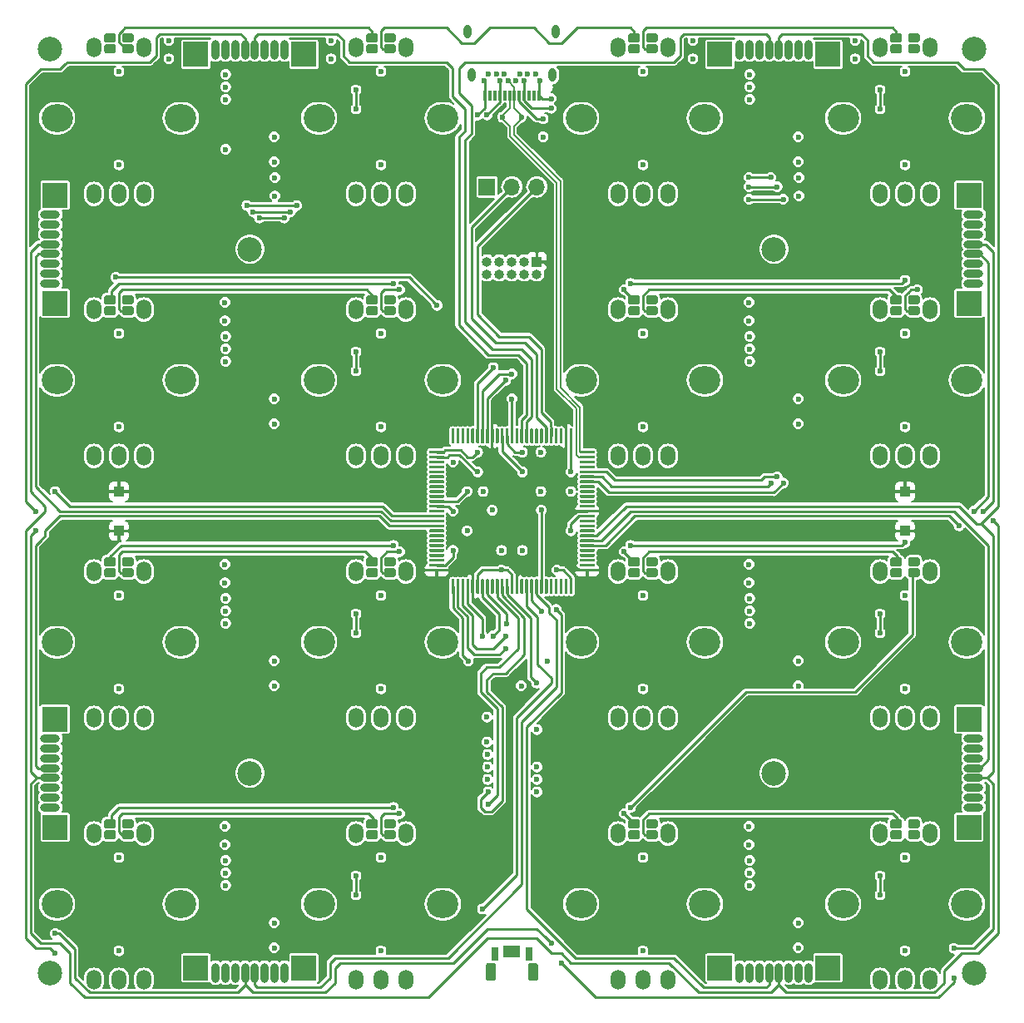
<source format=gbr>
G04 #@! TF.GenerationSoftware,KiCad,Pcbnew,(5.1.2)-2*
G04 #@! TF.CreationDate,2019-09-25T13:44:58+02:00*
G04 #@! TF.ProjectId,EN16,454e3136-2e6b-4696-9361-645f70636258,rev?*
G04 #@! TF.SameCoordinates,Original*
G04 #@! TF.FileFunction,Copper,L1,Top*
G04 #@! TF.FilePolarity,Positive*
%FSLAX46Y46*%
G04 Gerber Fmt 4.6, Leading zero omitted, Abs format (unit mm)*
G04 Created by KiCad (PCBNEW (5.1.2)-2) date 2019-09-25 13:44:58*
%MOMM*%
%LPD*%
G04 APERTURE LIST*
%ADD10O,1.500000X2.000000*%
%ADD11O,3.200000X2.800000*%
%ADD12C,2.500000*%
%ADD13C,0.100000*%
%ADD14C,0.900000*%
%ADD15R,2.500000X2.500000*%
%ADD16O,0.800000X2.000000*%
%ADD17C,0.600000*%
%ADD18O,0.800000X1.400000*%
%ADD19R,0.300000X1.000000*%
%ADD20C,1.000000*%
%ADD21R,1.700000X1.200000*%
%ADD22R,0.700000X1.400000*%
%ADD23C,0.300000*%
%ADD24R,1.000000X1.000000*%
%ADD25O,2.000000X0.800000*%
%ADD26O,1.000000X1.000000*%
%ADD27O,1.700000X1.700000*%
%ADD28R,1.700000X1.700000*%
%ADD29C,0.250000*%
%ADD30C,0.254000*%
%ADD31C,0.152400*%
G04 APERTURE END LIST*
D10*
X62535000Y-132805000D03*
X57455000Y-132805000D03*
D11*
X66295000Y-140005000D03*
X53695000Y-140005000D03*
D10*
X62535000Y-147705000D03*
X59995000Y-147705000D03*
X57455000Y-147705000D03*
D12*
X73330000Y-126670000D03*
X126670000Y-126670000D03*
X126670000Y-73330000D03*
X73330000Y-73330000D03*
X53000000Y-147000000D03*
X147000000Y-147000000D03*
X147000000Y-53000000D03*
X53000000Y-53000000D03*
D13*
G36*
X139502054Y-52476083D02*
G01*
X139523895Y-52479323D01*
X139545314Y-52484688D01*
X139566104Y-52492127D01*
X139586064Y-52501568D01*
X139605003Y-52512919D01*
X139622738Y-52526073D01*
X139639099Y-52540901D01*
X139653927Y-52557262D01*
X139667081Y-52574997D01*
X139678432Y-52593936D01*
X139687873Y-52613896D01*
X139695312Y-52634686D01*
X139700677Y-52656105D01*
X139703917Y-52677946D01*
X139705000Y-52700000D01*
X139705000Y-53150000D01*
X139703917Y-53172054D01*
X139700677Y-53193895D01*
X139695312Y-53215314D01*
X139687873Y-53236104D01*
X139678432Y-53256064D01*
X139667081Y-53275003D01*
X139653927Y-53292738D01*
X139639099Y-53309099D01*
X139622738Y-53323927D01*
X139605003Y-53337081D01*
X139586064Y-53348432D01*
X139566104Y-53357873D01*
X139545314Y-53365312D01*
X139523895Y-53370677D01*
X139502054Y-53373917D01*
X139480000Y-53375000D01*
X138730000Y-53375000D01*
X138707946Y-53373917D01*
X138686105Y-53370677D01*
X138664686Y-53365312D01*
X138643896Y-53357873D01*
X138623936Y-53348432D01*
X138604997Y-53337081D01*
X138587262Y-53323927D01*
X138570901Y-53309099D01*
X138556073Y-53292738D01*
X138542919Y-53275003D01*
X138531568Y-53256064D01*
X138522127Y-53236104D01*
X138514688Y-53215314D01*
X138509323Y-53193895D01*
X138506083Y-53172054D01*
X138505000Y-53150000D01*
X138505000Y-52700000D01*
X138506083Y-52677946D01*
X138509323Y-52656105D01*
X138514688Y-52634686D01*
X138522127Y-52613896D01*
X138531568Y-52593936D01*
X138542919Y-52574997D01*
X138556073Y-52557262D01*
X138570901Y-52540901D01*
X138587262Y-52526073D01*
X138604997Y-52512919D01*
X138623936Y-52501568D01*
X138643896Y-52492127D01*
X138664686Y-52484688D01*
X138686105Y-52479323D01*
X138707946Y-52476083D01*
X138730000Y-52475000D01*
X139480000Y-52475000D01*
X139502054Y-52476083D01*
X139502054Y-52476083D01*
G37*
D14*
X139105000Y-52925000D03*
D13*
G36*
X141302054Y-52476083D02*
G01*
X141323895Y-52479323D01*
X141345314Y-52484688D01*
X141366104Y-52492127D01*
X141386064Y-52501568D01*
X141405003Y-52512919D01*
X141422738Y-52526073D01*
X141439099Y-52540901D01*
X141453927Y-52557262D01*
X141467081Y-52574997D01*
X141478432Y-52593936D01*
X141487873Y-52613896D01*
X141495312Y-52634686D01*
X141500677Y-52656105D01*
X141503917Y-52677946D01*
X141505000Y-52700000D01*
X141505000Y-53150000D01*
X141503917Y-53172054D01*
X141500677Y-53193895D01*
X141495312Y-53215314D01*
X141487873Y-53236104D01*
X141478432Y-53256064D01*
X141467081Y-53275003D01*
X141453927Y-53292738D01*
X141439099Y-53309099D01*
X141422738Y-53323927D01*
X141405003Y-53337081D01*
X141386064Y-53348432D01*
X141366104Y-53357873D01*
X141345314Y-53365312D01*
X141323895Y-53370677D01*
X141302054Y-53373917D01*
X141280000Y-53375000D01*
X140530000Y-53375000D01*
X140507946Y-53373917D01*
X140486105Y-53370677D01*
X140464686Y-53365312D01*
X140443896Y-53357873D01*
X140423936Y-53348432D01*
X140404997Y-53337081D01*
X140387262Y-53323927D01*
X140370901Y-53309099D01*
X140356073Y-53292738D01*
X140342919Y-53275003D01*
X140331568Y-53256064D01*
X140322127Y-53236104D01*
X140314688Y-53215314D01*
X140309323Y-53193895D01*
X140306083Y-53172054D01*
X140305000Y-53150000D01*
X140305000Y-52700000D01*
X140306083Y-52677946D01*
X140309323Y-52656105D01*
X140314688Y-52634686D01*
X140322127Y-52613896D01*
X140331568Y-52593936D01*
X140342919Y-52574997D01*
X140356073Y-52557262D01*
X140370901Y-52540901D01*
X140387262Y-52526073D01*
X140404997Y-52512919D01*
X140423936Y-52501568D01*
X140443896Y-52492127D01*
X140464686Y-52484688D01*
X140486105Y-52479323D01*
X140507946Y-52476083D01*
X140530000Y-52475000D01*
X141280000Y-52475000D01*
X141302054Y-52476083D01*
X141302054Y-52476083D01*
G37*
D14*
X140905000Y-52925000D03*
D13*
G36*
X141302054Y-51376083D02*
G01*
X141323895Y-51379323D01*
X141345314Y-51384688D01*
X141366104Y-51392127D01*
X141386064Y-51401568D01*
X141405003Y-51412919D01*
X141422738Y-51426073D01*
X141439099Y-51440901D01*
X141453927Y-51457262D01*
X141467081Y-51474997D01*
X141478432Y-51493936D01*
X141487873Y-51513896D01*
X141495312Y-51534686D01*
X141500677Y-51556105D01*
X141503917Y-51577946D01*
X141505000Y-51600000D01*
X141505000Y-52050000D01*
X141503917Y-52072054D01*
X141500677Y-52093895D01*
X141495312Y-52115314D01*
X141487873Y-52136104D01*
X141478432Y-52156064D01*
X141467081Y-52175003D01*
X141453927Y-52192738D01*
X141439099Y-52209099D01*
X141422738Y-52223927D01*
X141405003Y-52237081D01*
X141386064Y-52248432D01*
X141366104Y-52257873D01*
X141345314Y-52265312D01*
X141323895Y-52270677D01*
X141302054Y-52273917D01*
X141280000Y-52275000D01*
X140530000Y-52275000D01*
X140507946Y-52273917D01*
X140486105Y-52270677D01*
X140464686Y-52265312D01*
X140443896Y-52257873D01*
X140423936Y-52248432D01*
X140404997Y-52237081D01*
X140387262Y-52223927D01*
X140370901Y-52209099D01*
X140356073Y-52192738D01*
X140342919Y-52175003D01*
X140331568Y-52156064D01*
X140322127Y-52136104D01*
X140314688Y-52115314D01*
X140309323Y-52093895D01*
X140306083Y-52072054D01*
X140305000Y-52050000D01*
X140305000Y-51600000D01*
X140306083Y-51577946D01*
X140309323Y-51556105D01*
X140314688Y-51534686D01*
X140322127Y-51513896D01*
X140331568Y-51493936D01*
X140342919Y-51474997D01*
X140356073Y-51457262D01*
X140370901Y-51440901D01*
X140387262Y-51426073D01*
X140404997Y-51412919D01*
X140423936Y-51401568D01*
X140443896Y-51392127D01*
X140464686Y-51384688D01*
X140486105Y-51379323D01*
X140507946Y-51376083D01*
X140530000Y-51375000D01*
X141280000Y-51375000D01*
X141302054Y-51376083D01*
X141302054Y-51376083D01*
G37*
D14*
X140905000Y-51825000D03*
D13*
G36*
X139502054Y-51376083D02*
G01*
X139523895Y-51379323D01*
X139545314Y-51384688D01*
X139566104Y-51392127D01*
X139586064Y-51401568D01*
X139605003Y-51412919D01*
X139622738Y-51426073D01*
X139639099Y-51440901D01*
X139653927Y-51457262D01*
X139667081Y-51474997D01*
X139678432Y-51493936D01*
X139687873Y-51513896D01*
X139695312Y-51534686D01*
X139700677Y-51556105D01*
X139703917Y-51577946D01*
X139705000Y-51600000D01*
X139705000Y-52050000D01*
X139703917Y-52072054D01*
X139700677Y-52093895D01*
X139695312Y-52115314D01*
X139687873Y-52136104D01*
X139678432Y-52156064D01*
X139667081Y-52175003D01*
X139653927Y-52192738D01*
X139639099Y-52209099D01*
X139622738Y-52223927D01*
X139605003Y-52237081D01*
X139586064Y-52248432D01*
X139566104Y-52257873D01*
X139545314Y-52265312D01*
X139523895Y-52270677D01*
X139502054Y-52273917D01*
X139480000Y-52275000D01*
X138730000Y-52275000D01*
X138707946Y-52273917D01*
X138686105Y-52270677D01*
X138664686Y-52265312D01*
X138643896Y-52257873D01*
X138623936Y-52248432D01*
X138604997Y-52237081D01*
X138587262Y-52223927D01*
X138570901Y-52209099D01*
X138556073Y-52192738D01*
X138542919Y-52175003D01*
X138531568Y-52156064D01*
X138522127Y-52136104D01*
X138514688Y-52115314D01*
X138509323Y-52093895D01*
X138506083Y-52072054D01*
X138505000Y-52050000D01*
X138505000Y-51600000D01*
X138506083Y-51577946D01*
X138509323Y-51556105D01*
X138514688Y-51534686D01*
X138522127Y-51513896D01*
X138531568Y-51493936D01*
X138542919Y-51474997D01*
X138556073Y-51457262D01*
X138570901Y-51440901D01*
X138587262Y-51426073D01*
X138604997Y-51412919D01*
X138623936Y-51401568D01*
X138643896Y-51392127D01*
X138664686Y-51384688D01*
X138686105Y-51379323D01*
X138707946Y-51376083D01*
X138730000Y-51375000D01*
X139480000Y-51375000D01*
X139502054Y-51376083D01*
X139502054Y-51376083D01*
G37*
D14*
X139105000Y-51825000D03*
D15*
X67830000Y-53510000D03*
X78830000Y-53510000D03*
D16*
X76830000Y-53010000D03*
X75830000Y-53010000D03*
X74830000Y-53010000D03*
X73830000Y-53010000D03*
X72830000Y-53010000D03*
X71830000Y-53010000D03*
X70830000Y-53010000D03*
X69830000Y-53010000D03*
D13*
G36*
X112832054Y-105816083D02*
G01*
X112853895Y-105819323D01*
X112875314Y-105824688D01*
X112896104Y-105832127D01*
X112916064Y-105841568D01*
X112935003Y-105852919D01*
X112952738Y-105866073D01*
X112969099Y-105880901D01*
X112983927Y-105897262D01*
X112997081Y-105914997D01*
X113008432Y-105933936D01*
X113017873Y-105953896D01*
X113025312Y-105974686D01*
X113030677Y-105996105D01*
X113033917Y-106017946D01*
X113035000Y-106040000D01*
X113035000Y-106490000D01*
X113033917Y-106512054D01*
X113030677Y-106533895D01*
X113025312Y-106555314D01*
X113017873Y-106576104D01*
X113008432Y-106596064D01*
X112997081Y-106615003D01*
X112983927Y-106632738D01*
X112969099Y-106649099D01*
X112952738Y-106663927D01*
X112935003Y-106677081D01*
X112916064Y-106688432D01*
X112896104Y-106697873D01*
X112875314Y-106705312D01*
X112853895Y-106710677D01*
X112832054Y-106713917D01*
X112810000Y-106715000D01*
X112060000Y-106715000D01*
X112037946Y-106713917D01*
X112016105Y-106710677D01*
X111994686Y-106705312D01*
X111973896Y-106697873D01*
X111953936Y-106688432D01*
X111934997Y-106677081D01*
X111917262Y-106663927D01*
X111900901Y-106649099D01*
X111886073Y-106632738D01*
X111872919Y-106615003D01*
X111861568Y-106596064D01*
X111852127Y-106576104D01*
X111844688Y-106555314D01*
X111839323Y-106533895D01*
X111836083Y-106512054D01*
X111835000Y-106490000D01*
X111835000Y-106040000D01*
X111836083Y-106017946D01*
X111839323Y-105996105D01*
X111844688Y-105974686D01*
X111852127Y-105953896D01*
X111861568Y-105933936D01*
X111872919Y-105914997D01*
X111886073Y-105897262D01*
X111900901Y-105880901D01*
X111917262Y-105866073D01*
X111934997Y-105852919D01*
X111953936Y-105841568D01*
X111973896Y-105832127D01*
X111994686Y-105824688D01*
X112016105Y-105819323D01*
X112037946Y-105816083D01*
X112060000Y-105815000D01*
X112810000Y-105815000D01*
X112832054Y-105816083D01*
X112832054Y-105816083D01*
G37*
D14*
X112435000Y-106265000D03*
D13*
G36*
X114632054Y-105816083D02*
G01*
X114653895Y-105819323D01*
X114675314Y-105824688D01*
X114696104Y-105832127D01*
X114716064Y-105841568D01*
X114735003Y-105852919D01*
X114752738Y-105866073D01*
X114769099Y-105880901D01*
X114783927Y-105897262D01*
X114797081Y-105914997D01*
X114808432Y-105933936D01*
X114817873Y-105953896D01*
X114825312Y-105974686D01*
X114830677Y-105996105D01*
X114833917Y-106017946D01*
X114835000Y-106040000D01*
X114835000Y-106490000D01*
X114833917Y-106512054D01*
X114830677Y-106533895D01*
X114825312Y-106555314D01*
X114817873Y-106576104D01*
X114808432Y-106596064D01*
X114797081Y-106615003D01*
X114783927Y-106632738D01*
X114769099Y-106649099D01*
X114752738Y-106663927D01*
X114735003Y-106677081D01*
X114716064Y-106688432D01*
X114696104Y-106697873D01*
X114675314Y-106705312D01*
X114653895Y-106710677D01*
X114632054Y-106713917D01*
X114610000Y-106715000D01*
X113860000Y-106715000D01*
X113837946Y-106713917D01*
X113816105Y-106710677D01*
X113794686Y-106705312D01*
X113773896Y-106697873D01*
X113753936Y-106688432D01*
X113734997Y-106677081D01*
X113717262Y-106663927D01*
X113700901Y-106649099D01*
X113686073Y-106632738D01*
X113672919Y-106615003D01*
X113661568Y-106596064D01*
X113652127Y-106576104D01*
X113644688Y-106555314D01*
X113639323Y-106533895D01*
X113636083Y-106512054D01*
X113635000Y-106490000D01*
X113635000Y-106040000D01*
X113636083Y-106017946D01*
X113639323Y-105996105D01*
X113644688Y-105974686D01*
X113652127Y-105953896D01*
X113661568Y-105933936D01*
X113672919Y-105914997D01*
X113686073Y-105897262D01*
X113700901Y-105880901D01*
X113717262Y-105866073D01*
X113734997Y-105852919D01*
X113753936Y-105841568D01*
X113773896Y-105832127D01*
X113794686Y-105824688D01*
X113816105Y-105819323D01*
X113837946Y-105816083D01*
X113860000Y-105815000D01*
X114610000Y-105815000D01*
X114632054Y-105816083D01*
X114632054Y-105816083D01*
G37*
D14*
X114235000Y-106265000D03*
D13*
G36*
X114632054Y-104716083D02*
G01*
X114653895Y-104719323D01*
X114675314Y-104724688D01*
X114696104Y-104732127D01*
X114716064Y-104741568D01*
X114735003Y-104752919D01*
X114752738Y-104766073D01*
X114769099Y-104780901D01*
X114783927Y-104797262D01*
X114797081Y-104814997D01*
X114808432Y-104833936D01*
X114817873Y-104853896D01*
X114825312Y-104874686D01*
X114830677Y-104896105D01*
X114833917Y-104917946D01*
X114835000Y-104940000D01*
X114835000Y-105390000D01*
X114833917Y-105412054D01*
X114830677Y-105433895D01*
X114825312Y-105455314D01*
X114817873Y-105476104D01*
X114808432Y-105496064D01*
X114797081Y-105515003D01*
X114783927Y-105532738D01*
X114769099Y-105549099D01*
X114752738Y-105563927D01*
X114735003Y-105577081D01*
X114716064Y-105588432D01*
X114696104Y-105597873D01*
X114675314Y-105605312D01*
X114653895Y-105610677D01*
X114632054Y-105613917D01*
X114610000Y-105615000D01*
X113860000Y-105615000D01*
X113837946Y-105613917D01*
X113816105Y-105610677D01*
X113794686Y-105605312D01*
X113773896Y-105597873D01*
X113753936Y-105588432D01*
X113734997Y-105577081D01*
X113717262Y-105563927D01*
X113700901Y-105549099D01*
X113686073Y-105532738D01*
X113672919Y-105515003D01*
X113661568Y-105496064D01*
X113652127Y-105476104D01*
X113644688Y-105455314D01*
X113639323Y-105433895D01*
X113636083Y-105412054D01*
X113635000Y-105390000D01*
X113635000Y-104940000D01*
X113636083Y-104917946D01*
X113639323Y-104896105D01*
X113644688Y-104874686D01*
X113652127Y-104853896D01*
X113661568Y-104833936D01*
X113672919Y-104814997D01*
X113686073Y-104797262D01*
X113700901Y-104780901D01*
X113717262Y-104766073D01*
X113734997Y-104752919D01*
X113753936Y-104741568D01*
X113773896Y-104732127D01*
X113794686Y-104724688D01*
X113816105Y-104719323D01*
X113837946Y-104716083D01*
X113860000Y-104715000D01*
X114610000Y-104715000D01*
X114632054Y-104716083D01*
X114632054Y-104716083D01*
G37*
D14*
X114235000Y-105165000D03*
D13*
G36*
X112832054Y-104716083D02*
G01*
X112853895Y-104719323D01*
X112875314Y-104724688D01*
X112896104Y-104732127D01*
X112916064Y-104741568D01*
X112935003Y-104752919D01*
X112952738Y-104766073D01*
X112969099Y-104780901D01*
X112983927Y-104797262D01*
X112997081Y-104814997D01*
X113008432Y-104833936D01*
X113017873Y-104853896D01*
X113025312Y-104874686D01*
X113030677Y-104896105D01*
X113033917Y-104917946D01*
X113035000Y-104940000D01*
X113035000Y-105390000D01*
X113033917Y-105412054D01*
X113030677Y-105433895D01*
X113025312Y-105455314D01*
X113017873Y-105476104D01*
X113008432Y-105496064D01*
X112997081Y-105515003D01*
X112983927Y-105532738D01*
X112969099Y-105549099D01*
X112952738Y-105563927D01*
X112935003Y-105577081D01*
X112916064Y-105588432D01*
X112896104Y-105597873D01*
X112875314Y-105605312D01*
X112853895Y-105610677D01*
X112832054Y-105613917D01*
X112810000Y-105615000D01*
X112060000Y-105615000D01*
X112037946Y-105613917D01*
X112016105Y-105610677D01*
X111994686Y-105605312D01*
X111973896Y-105597873D01*
X111953936Y-105588432D01*
X111934997Y-105577081D01*
X111917262Y-105563927D01*
X111900901Y-105549099D01*
X111886073Y-105532738D01*
X111872919Y-105515003D01*
X111861568Y-105496064D01*
X111852127Y-105476104D01*
X111844688Y-105455314D01*
X111839323Y-105433895D01*
X111836083Y-105412054D01*
X111835000Y-105390000D01*
X111835000Y-104940000D01*
X111836083Y-104917946D01*
X111839323Y-104896105D01*
X111844688Y-104874686D01*
X111852127Y-104853896D01*
X111861568Y-104833936D01*
X111872919Y-104814997D01*
X111886073Y-104797262D01*
X111900901Y-104780901D01*
X111917262Y-104766073D01*
X111934997Y-104752919D01*
X111953936Y-104741568D01*
X111973896Y-104732127D01*
X111994686Y-104724688D01*
X112016105Y-104719323D01*
X112037946Y-104716083D01*
X112060000Y-104715000D01*
X112810000Y-104715000D01*
X112832054Y-104716083D01*
X112832054Y-104716083D01*
G37*
D14*
X112435000Y-105165000D03*
D13*
G36*
X139502054Y-105816083D02*
G01*
X139523895Y-105819323D01*
X139545314Y-105824688D01*
X139566104Y-105832127D01*
X139586064Y-105841568D01*
X139605003Y-105852919D01*
X139622738Y-105866073D01*
X139639099Y-105880901D01*
X139653927Y-105897262D01*
X139667081Y-105914997D01*
X139678432Y-105933936D01*
X139687873Y-105953896D01*
X139695312Y-105974686D01*
X139700677Y-105996105D01*
X139703917Y-106017946D01*
X139705000Y-106040000D01*
X139705000Y-106490000D01*
X139703917Y-106512054D01*
X139700677Y-106533895D01*
X139695312Y-106555314D01*
X139687873Y-106576104D01*
X139678432Y-106596064D01*
X139667081Y-106615003D01*
X139653927Y-106632738D01*
X139639099Y-106649099D01*
X139622738Y-106663927D01*
X139605003Y-106677081D01*
X139586064Y-106688432D01*
X139566104Y-106697873D01*
X139545314Y-106705312D01*
X139523895Y-106710677D01*
X139502054Y-106713917D01*
X139480000Y-106715000D01*
X138730000Y-106715000D01*
X138707946Y-106713917D01*
X138686105Y-106710677D01*
X138664686Y-106705312D01*
X138643896Y-106697873D01*
X138623936Y-106688432D01*
X138604997Y-106677081D01*
X138587262Y-106663927D01*
X138570901Y-106649099D01*
X138556073Y-106632738D01*
X138542919Y-106615003D01*
X138531568Y-106596064D01*
X138522127Y-106576104D01*
X138514688Y-106555314D01*
X138509323Y-106533895D01*
X138506083Y-106512054D01*
X138505000Y-106490000D01*
X138505000Y-106040000D01*
X138506083Y-106017946D01*
X138509323Y-105996105D01*
X138514688Y-105974686D01*
X138522127Y-105953896D01*
X138531568Y-105933936D01*
X138542919Y-105914997D01*
X138556073Y-105897262D01*
X138570901Y-105880901D01*
X138587262Y-105866073D01*
X138604997Y-105852919D01*
X138623936Y-105841568D01*
X138643896Y-105832127D01*
X138664686Y-105824688D01*
X138686105Y-105819323D01*
X138707946Y-105816083D01*
X138730000Y-105815000D01*
X139480000Y-105815000D01*
X139502054Y-105816083D01*
X139502054Y-105816083D01*
G37*
D14*
X139105000Y-106265000D03*
D13*
G36*
X141302054Y-105816083D02*
G01*
X141323895Y-105819323D01*
X141345314Y-105824688D01*
X141366104Y-105832127D01*
X141386064Y-105841568D01*
X141405003Y-105852919D01*
X141422738Y-105866073D01*
X141439099Y-105880901D01*
X141453927Y-105897262D01*
X141467081Y-105914997D01*
X141478432Y-105933936D01*
X141487873Y-105953896D01*
X141495312Y-105974686D01*
X141500677Y-105996105D01*
X141503917Y-106017946D01*
X141505000Y-106040000D01*
X141505000Y-106490000D01*
X141503917Y-106512054D01*
X141500677Y-106533895D01*
X141495312Y-106555314D01*
X141487873Y-106576104D01*
X141478432Y-106596064D01*
X141467081Y-106615003D01*
X141453927Y-106632738D01*
X141439099Y-106649099D01*
X141422738Y-106663927D01*
X141405003Y-106677081D01*
X141386064Y-106688432D01*
X141366104Y-106697873D01*
X141345314Y-106705312D01*
X141323895Y-106710677D01*
X141302054Y-106713917D01*
X141280000Y-106715000D01*
X140530000Y-106715000D01*
X140507946Y-106713917D01*
X140486105Y-106710677D01*
X140464686Y-106705312D01*
X140443896Y-106697873D01*
X140423936Y-106688432D01*
X140404997Y-106677081D01*
X140387262Y-106663927D01*
X140370901Y-106649099D01*
X140356073Y-106632738D01*
X140342919Y-106615003D01*
X140331568Y-106596064D01*
X140322127Y-106576104D01*
X140314688Y-106555314D01*
X140309323Y-106533895D01*
X140306083Y-106512054D01*
X140305000Y-106490000D01*
X140305000Y-106040000D01*
X140306083Y-106017946D01*
X140309323Y-105996105D01*
X140314688Y-105974686D01*
X140322127Y-105953896D01*
X140331568Y-105933936D01*
X140342919Y-105914997D01*
X140356073Y-105897262D01*
X140370901Y-105880901D01*
X140387262Y-105866073D01*
X140404997Y-105852919D01*
X140423936Y-105841568D01*
X140443896Y-105832127D01*
X140464686Y-105824688D01*
X140486105Y-105819323D01*
X140507946Y-105816083D01*
X140530000Y-105815000D01*
X141280000Y-105815000D01*
X141302054Y-105816083D01*
X141302054Y-105816083D01*
G37*
D14*
X140905000Y-106265000D03*
D13*
G36*
X141302054Y-104716083D02*
G01*
X141323895Y-104719323D01*
X141345314Y-104724688D01*
X141366104Y-104732127D01*
X141386064Y-104741568D01*
X141405003Y-104752919D01*
X141422738Y-104766073D01*
X141439099Y-104780901D01*
X141453927Y-104797262D01*
X141467081Y-104814997D01*
X141478432Y-104833936D01*
X141487873Y-104853896D01*
X141495312Y-104874686D01*
X141500677Y-104896105D01*
X141503917Y-104917946D01*
X141505000Y-104940000D01*
X141505000Y-105390000D01*
X141503917Y-105412054D01*
X141500677Y-105433895D01*
X141495312Y-105455314D01*
X141487873Y-105476104D01*
X141478432Y-105496064D01*
X141467081Y-105515003D01*
X141453927Y-105532738D01*
X141439099Y-105549099D01*
X141422738Y-105563927D01*
X141405003Y-105577081D01*
X141386064Y-105588432D01*
X141366104Y-105597873D01*
X141345314Y-105605312D01*
X141323895Y-105610677D01*
X141302054Y-105613917D01*
X141280000Y-105615000D01*
X140530000Y-105615000D01*
X140507946Y-105613917D01*
X140486105Y-105610677D01*
X140464686Y-105605312D01*
X140443896Y-105597873D01*
X140423936Y-105588432D01*
X140404997Y-105577081D01*
X140387262Y-105563927D01*
X140370901Y-105549099D01*
X140356073Y-105532738D01*
X140342919Y-105515003D01*
X140331568Y-105496064D01*
X140322127Y-105476104D01*
X140314688Y-105455314D01*
X140309323Y-105433895D01*
X140306083Y-105412054D01*
X140305000Y-105390000D01*
X140305000Y-104940000D01*
X140306083Y-104917946D01*
X140309323Y-104896105D01*
X140314688Y-104874686D01*
X140322127Y-104853896D01*
X140331568Y-104833936D01*
X140342919Y-104814997D01*
X140356073Y-104797262D01*
X140370901Y-104780901D01*
X140387262Y-104766073D01*
X140404997Y-104752919D01*
X140423936Y-104741568D01*
X140443896Y-104732127D01*
X140464686Y-104724688D01*
X140486105Y-104719323D01*
X140507946Y-104716083D01*
X140530000Y-104715000D01*
X141280000Y-104715000D01*
X141302054Y-104716083D01*
X141302054Y-104716083D01*
G37*
D14*
X140905000Y-105165000D03*
D13*
G36*
X139502054Y-104716083D02*
G01*
X139523895Y-104719323D01*
X139545314Y-104724688D01*
X139566104Y-104732127D01*
X139586064Y-104741568D01*
X139605003Y-104752919D01*
X139622738Y-104766073D01*
X139639099Y-104780901D01*
X139653927Y-104797262D01*
X139667081Y-104814997D01*
X139678432Y-104833936D01*
X139687873Y-104853896D01*
X139695312Y-104874686D01*
X139700677Y-104896105D01*
X139703917Y-104917946D01*
X139705000Y-104940000D01*
X139705000Y-105390000D01*
X139703917Y-105412054D01*
X139700677Y-105433895D01*
X139695312Y-105455314D01*
X139687873Y-105476104D01*
X139678432Y-105496064D01*
X139667081Y-105515003D01*
X139653927Y-105532738D01*
X139639099Y-105549099D01*
X139622738Y-105563927D01*
X139605003Y-105577081D01*
X139586064Y-105588432D01*
X139566104Y-105597873D01*
X139545314Y-105605312D01*
X139523895Y-105610677D01*
X139502054Y-105613917D01*
X139480000Y-105615000D01*
X138730000Y-105615000D01*
X138707946Y-105613917D01*
X138686105Y-105610677D01*
X138664686Y-105605312D01*
X138643896Y-105597873D01*
X138623936Y-105588432D01*
X138604997Y-105577081D01*
X138587262Y-105563927D01*
X138570901Y-105549099D01*
X138556073Y-105532738D01*
X138542919Y-105515003D01*
X138531568Y-105496064D01*
X138522127Y-105476104D01*
X138514688Y-105455314D01*
X138509323Y-105433895D01*
X138506083Y-105412054D01*
X138505000Y-105390000D01*
X138505000Y-104940000D01*
X138506083Y-104917946D01*
X138509323Y-104896105D01*
X138514688Y-104874686D01*
X138522127Y-104853896D01*
X138531568Y-104833936D01*
X138542919Y-104814997D01*
X138556073Y-104797262D01*
X138570901Y-104780901D01*
X138587262Y-104766073D01*
X138604997Y-104752919D01*
X138623936Y-104741568D01*
X138643896Y-104732127D01*
X138664686Y-104724688D01*
X138686105Y-104719323D01*
X138707946Y-104716083D01*
X138730000Y-104715000D01*
X139480000Y-104715000D01*
X139502054Y-104716083D01*
X139502054Y-104716083D01*
G37*
D14*
X139105000Y-105165000D03*
D13*
G36*
X59492054Y-105816083D02*
G01*
X59513895Y-105819323D01*
X59535314Y-105824688D01*
X59556104Y-105832127D01*
X59576064Y-105841568D01*
X59595003Y-105852919D01*
X59612738Y-105866073D01*
X59629099Y-105880901D01*
X59643927Y-105897262D01*
X59657081Y-105914997D01*
X59668432Y-105933936D01*
X59677873Y-105953896D01*
X59685312Y-105974686D01*
X59690677Y-105996105D01*
X59693917Y-106017946D01*
X59695000Y-106040000D01*
X59695000Y-106490000D01*
X59693917Y-106512054D01*
X59690677Y-106533895D01*
X59685312Y-106555314D01*
X59677873Y-106576104D01*
X59668432Y-106596064D01*
X59657081Y-106615003D01*
X59643927Y-106632738D01*
X59629099Y-106649099D01*
X59612738Y-106663927D01*
X59595003Y-106677081D01*
X59576064Y-106688432D01*
X59556104Y-106697873D01*
X59535314Y-106705312D01*
X59513895Y-106710677D01*
X59492054Y-106713917D01*
X59470000Y-106715000D01*
X58720000Y-106715000D01*
X58697946Y-106713917D01*
X58676105Y-106710677D01*
X58654686Y-106705312D01*
X58633896Y-106697873D01*
X58613936Y-106688432D01*
X58594997Y-106677081D01*
X58577262Y-106663927D01*
X58560901Y-106649099D01*
X58546073Y-106632738D01*
X58532919Y-106615003D01*
X58521568Y-106596064D01*
X58512127Y-106576104D01*
X58504688Y-106555314D01*
X58499323Y-106533895D01*
X58496083Y-106512054D01*
X58495000Y-106490000D01*
X58495000Y-106040000D01*
X58496083Y-106017946D01*
X58499323Y-105996105D01*
X58504688Y-105974686D01*
X58512127Y-105953896D01*
X58521568Y-105933936D01*
X58532919Y-105914997D01*
X58546073Y-105897262D01*
X58560901Y-105880901D01*
X58577262Y-105866073D01*
X58594997Y-105852919D01*
X58613936Y-105841568D01*
X58633896Y-105832127D01*
X58654686Y-105824688D01*
X58676105Y-105819323D01*
X58697946Y-105816083D01*
X58720000Y-105815000D01*
X59470000Y-105815000D01*
X59492054Y-105816083D01*
X59492054Y-105816083D01*
G37*
D14*
X59095000Y-106265000D03*
D13*
G36*
X61292054Y-105816083D02*
G01*
X61313895Y-105819323D01*
X61335314Y-105824688D01*
X61356104Y-105832127D01*
X61376064Y-105841568D01*
X61395003Y-105852919D01*
X61412738Y-105866073D01*
X61429099Y-105880901D01*
X61443927Y-105897262D01*
X61457081Y-105914997D01*
X61468432Y-105933936D01*
X61477873Y-105953896D01*
X61485312Y-105974686D01*
X61490677Y-105996105D01*
X61493917Y-106017946D01*
X61495000Y-106040000D01*
X61495000Y-106490000D01*
X61493917Y-106512054D01*
X61490677Y-106533895D01*
X61485312Y-106555314D01*
X61477873Y-106576104D01*
X61468432Y-106596064D01*
X61457081Y-106615003D01*
X61443927Y-106632738D01*
X61429099Y-106649099D01*
X61412738Y-106663927D01*
X61395003Y-106677081D01*
X61376064Y-106688432D01*
X61356104Y-106697873D01*
X61335314Y-106705312D01*
X61313895Y-106710677D01*
X61292054Y-106713917D01*
X61270000Y-106715000D01*
X60520000Y-106715000D01*
X60497946Y-106713917D01*
X60476105Y-106710677D01*
X60454686Y-106705312D01*
X60433896Y-106697873D01*
X60413936Y-106688432D01*
X60394997Y-106677081D01*
X60377262Y-106663927D01*
X60360901Y-106649099D01*
X60346073Y-106632738D01*
X60332919Y-106615003D01*
X60321568Y-106596064D01*
X60312127Y-106576104D01*
X60304688Y-106555314D01*
X60299323Y-106533895D01*
X60296083Y-106512054D01*
X60295000Y-106490000D01*
X60295000Y-106040000D01*
X60296083Y-106017946D01*
X60299323Y-105996105D01*
X60304688Y-105974686D01*
X60312127Y-105953896D01*
X60321568Y-105933936D01*
X60332919Y-105914997D01*
X60346073Y-105897262D01*
X60360901Y-105880901D01*
X60377262Y-105866073D01*
X60394997Y-105852919D01*
X60413936Y-105841568D01*
X60433896Y-105832127D01*
X60454686Y-105824688D01*
X60476105Y-105819323D01*
X60497946Y-105816083D01*
X60520000Y-105815000D01*
X61270000Y-105815000D01*
X61292054Y-105816083D01*
X61292054Y-105816083D01*
G37*
D14*
X60895000Y-106265000D03*
D13*
G36*
X61292054Y-104716083D02*
G01*
X61313895Y-104719323D01*
X61335314Y-104724688D01*
X61356104Y-104732127D01*
X61376064Y-104741568D01*
X61395003Y-104752919D01*
X61412738Y-104766073D01*
X61429099Y-104780901D01*
X61443927Y-104797262D01*
X61457081Y-104814997D01*
X61468432Y-104833936D01*
X61477873Y-104853896D01*
X61485312Y-104874686D01*
X61490677Y-104896105D01*
X61493917Y-104917946D01*
X61495000Y-104940000D01*
X61495000Y-105390000D01*
X61493917Y-105412054D01*
X61490677Y-105433895D01*
X61485312Y-105455314D01*
X61477873Y-105476104D01*
X61468432Y-105496064D01*
X61457081Y-105515003D01*
X61443927Y-105532738D01*
X61429099Y-105549099D01*
X61412738Y-105563927D01*
X61395003Y-105577081D01*
X61376064Y-105588432D01*
X61356104Y-105597873D01*
X61335314Y-105605312D01*
X61313895Y-105610677D01*
X61292054Y-105613917D01*
X61270000Y-105615000D01*
X60520000Y-105615000D01*
X60497946Y-105613917D01*
X60476105Y-105610677D01*
X60454686Y-105605312D01*
X60433896Y-105597873D01*
X60413936Y-105588432D01*
X60394997Y-105577081D01*
X60377262Y-105563927D01*
X60360901Y-105549099D01*
X60346073Y-105532738D01*
X60332919Y-105515003D01*
X60321568Y-105496064D01*
X60312127Y-105476104D01*
X60304688Y-105455314D01*
X60299323Y-105433895D01*
X60296083Y-105412054D01*
X60295000Y-105390000D01*
X60295000Y-104940000D01*
X60296083Y-104917946D01*
X60299323Y-104896105D01*
X60304688Y-104874686D01*
X60312127Y-104853896D01*
X60321568Y-104833936D01*
X60332919Y-104814997D01*
X60346073Y-104797262D01*
X60360901Y-104780901D01*
X60377262Y-104766073D01*
X60394997Y-104752919D01*
X60413936Y-104741568D01*
X60433896Y-104732127D01*
X60454686Y-104724688D01*
X60476105Y-104719323D01*
X60497946Y-104716083D01*
X60520000Y-104715000D01*
X61270000Y-104715000D01*
X61292054Y-104716083D01*
X61292054Y-104716083D01*
G37*
D14*
X60895000Y-105165000D03*
D13*
G36*
X59492054Y-104716083D02*
G01*
X59513895Y-104719323D01*
X59535314Y-104724688D01*
X59556104Y-104732127D01*
X59576064Y-104741568D01*
X59595003Y-104752919D01*
X59612738Y-104766073D01*
X59629099Y-104780901D01*
X59643927Y-104797262D01*
X59657081Y-104814997D01*
X59668432Y-104833936D01*
X59677873Y-104853896D01*
X59685312Y-104874686D01*
X59690677Y-104896105D01*
X59693917Y-104917946D01*
X59695000Y-104940000D01*
X59695000Y-105390000D01*
X59693917Y-105412054D01*
X59690677Y-105433895D01*
X59685312Y-105455314D01*
X59677873Y-105476104D01*
X59668432Y-105496064D01*
X59657081Y-105515003D01*
X59643927Y-105532738D01*
X59629099Y-105549099D01*
X59612738Y-105563927D01*
X59595003Y-105577081D01*
X59576064Y-105588432D01*
X59556104Y-105597873D01*
X59535314Y-105605312D01*
X59513895Y-105610677D01*
X59492054Y-105613917D01*
X59470000Y-105615000D01*
X58720000Y-105615000D01*
X58697946Y-105613917D01*
X58676105Y-105610677D01*
X58654686Y-105605312D01*
X58633896Y-105597873D01*
X58613936Y-105588432D01*
X58594997Y-105577081D01*
X58577262Y-105563927D01*
X58560901Y-105549099D01*
X58546073Y-105532738D01*
X58532919Y-105515003D01*
X58521568Y-105496064D01*
X58512127Y-105476104D01*
X58504688Y-105455314D01*
X58499323Y-105433895D01*
X58496083Y-105412054D01*
X58495000Y-105390000D01*
X58495000Y-104940000D01*
X58496083Y-104917946D01*
X58499323Y-104896105D01*
X58504688Y-104874686D01*
X58512127Y-104853896D01*
X58521568Y-104833936D01*
X58532919Y-104814997D01*
X58546073Y-104797262D01*
X58560901Y-104780901D01*
X58577262Y-104766073D01*
X58594997Y-104752919D01*
X58613936Y-104741568D01*
X58633896Y-104732127D01*
X58654686Y-104724688D01*
X58676105Y-104719323D01*
X58697946Y-104716083D01*
X58720000Y-104715000D01*
X59470000Y-104715000D01*
X59492054Y-104716083D01*
X59492054Y-104716083D01*
G37*
D14*
X59095000Y-105165000D03*
D13*
G36*
X86162054Y-79146083D02*
G01*
X86183895Y-79149323D01*
X86205314Y-79154688D01*
X86226104Y-79162127D01*
X86246064Y-79171568D01*
X86265003Y-79182919D01*
X86282738Y-79196073D01*
X86299099Y-79210901D01*
X86313927Y-79227262D01*
X86327081Y-79244997D01*
X86338432Y-79263936D01*
X86347873Y-79283896D01*
X86355312Y-79304686D01*
X86360677Y-79326105D01*
X86363917Y-79347946D01*
X86365000Y-79370000D01*
X86365000Y-79820000D01*
X86363917Y-79842054D01*
X86360677Y-79863895D01*
X86355312Y-79885314D01*
X86347873Y-79906104D01*
X86338432Y-79926064D01*
X86327081Y-79945003D01*
X86313927Y-79962738D01*
X86299099Y-79979099D01*
X86282738Y-79993927D01*
X86265003Y-80007081D01*
X86246064Y-80018432D01*
X86226104Y-80027873D01*
X86205314Y-80035312D01*
X86183895Y-80040677D01*
X86162054Y-80043917D01*
X86140000Y-80045000D01*
X85390000Y-80045000D01*
X85367946Y-80043917D01*
X85346105Y-80040677D01*
X85324686Y-80035312D01*
X85303896Y-80027873D01*
X85283936Y-80018432D01*
X85264997Y-80007081D01*
X85247262Y-79993927D01*
X85230901Y-79979099D01*
X85216073Y-79962738D01*
X85202919Y-79945003D01*
X85191568Y-79926064D01*
X85182127Y-79906104D01*
X85174688Y-79885314D01*
X85169323Y-79863895D01*
X85166083Y-79842054D01*
X85165000Y-79820000D01*
X85165000Y-79370000D01*
X85166083Y-79347946D01*
X85169323Y-79326105D01*
X85174688Y-79304686D01*
X85182127Y-79283896D01*
X85191568Y-79263936D01*
X85202919Y-79244997D01*
X85216073Y-79227262D01*
X85230901Y-79210901D01*
X85247262Y-79196073D01*
X85264997Y-79182919D01*
X85283936Y-79171568D01*
X85303896Y-79162127D01*
X85324686Y-79154688D01*
X85346105Y-79149323D01*
X85367946Y-79146083D01*
X85390000Y-79145000D01*
X86140000Y-79145000D01*
X86162054Y-79146083D01*
X86162054Y-79146083D01*
G37*
D14*
X85765000Y-79595000D03*
D13*
G36*
X87962054Y-79146083D02*
G01*
X87983895Y-79149323D01*
X88005314Y-79154688D01*
X88026104Y-79162127D01*
X88046064Y-79171568D01*
X88065003Y-79182919D01*
X88082738Y-79196073D01*
X88099099Y-79210901D01*
X88113927Y-79227262D01*
X88127081Y-79244997D01*
X88138432Y-79263936D01*
X88147873Y-79283896D01*
X88155312Y-79304686D01*
X88160677Y-79326105D01*
X88163917Y-79347946D01*
X88165000Y-79370000D01*
X88165000Y-79820000D01*
X88163917Y-79842054D01*
X88160677Y-79863895D01*
X88155312Y-79885314D01*
X88147873Y-79906104D01*
X88138432Y-79926064D01*
X88127081Y-79945003D01*
X88113927Y-79962738D01*
X88099099Y-79979099D01*
X88082738Y-79993927D01*
X88065003Y-80007081D01*
X88046064Y-80018432D01*
X88026104Y-80027873D01*
X88005314Y-80035312D01*
X87983895Y-80040677D01*
X87962054Y-80043917D01*
X87940000Y-80045000D01*
X87190000Y-80045000D01*
X87167946Y-80043917D01*
X87146105Y-80040677D01*
X87124686Y-80035312D01*
X87103896Y-80027873D01*
X87083936Y-80018432D01*
X87064997Y-80007081D01*
X87047262Y-79993927D01*
X87030901Y-79979099D01*
X87016073Y-79962738D01*
X87002919Y-79945003D01*
X86991568Y-79926064D01*
X86982127Y-79906104D01*
X86974688Y-79885314D01*
X86969323Y-79863895D01*
X86966083Y-79842054D01*
X86965000Y-79820000D01*
X86965000Y-79370000D01*
X86966083Y-79347946D01*
X86969323Y-79326105D01*
X86974688Y-79304686D01*
X86982127Y-79283896D01*
X86991568Y-79263936D01*
X87002919Y-79244997D01*
X87016073Y-79227262D01*
X87030901Y-79210901D01*
X87047262Y-79196073D01*
X87064997Y-79182919D01*
X87083936Y-79171568D01*
X87103896Y-79162127D01*
X87124686Y-79154688D01*
X87146105Y-79149323D01*
X87167946Y-79146083D01*
X87190000Y-79145000D01*
X87940000Y-79145000D01*
X87962054Y-79146083D01*
X87962054Y-79146083D01*
G37*
D14*
X87565000Y-79595000D03*
D13*
G36*
X87962054Y-78046083D02*
G01*
X87983895Y-78049323D01*
X88005314Y-78054688D01*
X88026104Y-78062127D01*
X88046064Y-78071568D01*
X88065003Y-78082919D01*
X88082738Y-78096073D01*
X88099099Y-78110901D01*
X88113927Y-78127262D01*
X88127081Y-78144997D01*
X88138432Y-78163936D01*
X88147873Y-78183896D01*
X88155312Y-78204686D01*
X88160677Y-78226105D01*
X88163917Y-78247946D01*
X88165000Y-78270000D01*
X88165000Y-78720000D01*
X88163917Y-78742054D01*
X88160677Y-78763895D01*
X88155312Y-78785314D01*
X88147873Y-78806104D01*
X88138432Y-78826064D01*
X88127081Y-78845003D01*
X88113927Y-78862738D01*
X88099099Y-78879099D01*
X88082738Y-78893927D01*
X88065003Y-78907081D01*
X88046064Y-78918432D01*
X88026104Y-78927873D01*
X88005314Y-78935312D01*
X87983895Y-78940677D01*
X87962054Y-78943917D01*
X87940000Y-78945000D01*
X87190000Y-78945000D01*
X87167946Y-78943917D01*
X87146105Y-78940677D01*
X87124686Y-78935312D01*
X87103896Y-78927873D01*
X87083936Y-78918432D01*
X87064997Y-78907081D01*
X87047262Y-78893927D01*
X87030901Y-78879099D01*
X87016073Y-78862738D01*
X87002919Y-78845003D01*
X86991568Y-78826064D01*
X86982127Y-78806104D01*
X86974688Y-78785314D01*
X86969323Y-78763895D01*
X86966083Y-78742054D01*
X86965000Y-78720000D01*
X86965000Y-78270000D01*
X86966083Y-78247946D01*
X86969323Y-78226105D01*
X86974688Y-78204686D01*
X86982127Y-78183896D01*
X86991568Y-78163936D01*
X87002919Y-78144997D01*
X87016073Y-78127262D01*
X87030901Y-78110901D01*
X87047262Y-78096073D01*
X87064997Y-78082919D01*
X87083936Y-78071568D01*
X87103896Y-78062127D01*
X87124686Y-78054688D01*
X87146105Y-78049323D01*
X87167946Y-78046083D01*
X87190000Y-78045000D01*
X87940000Y-78045000D01*
X87962054Y-78046083D01*
X87962054Y-78046083D01*
G37*
D14*
X87565000Y-78495000D03*
D13*
G36*
X86162054Y-78046083D02*
G01*
X86183895Y-78049323D01*
X86205314Y-78054688D01*
X86226104Y-78062127D01*
X86246064Y-78071568D01*
X86265003Y-78082919D01*
X86282738Y-78096073D01*
X86299099Y-78110901D01*
X86313927Y-78127262D01*
X86327081Y-78144997D01*
X86338432Y-78163936D01*
X86347873Y-78183896D01*
X86355312Y-78204686D01*
X86360677Y-78226105D01*
X86363917Y-78247946D01*
X86365000Y-78270000D01*
X86365000Y-78720000D01*
X86363917Y-78742054D01*
X86360677Y-78763895D01*
X86355312Y-78785314D01*
X86347873Y-78806104D01*
X86338432Y-78826064D01*
X86327081Y-78845003D01*
X86313927Y-78862738D01*
X86299099Y-78879099D01*
X86282738Y-78893927D01*
X86265003Y-78907081D01*
X86246064Y-78918432D01*
X86226104Y-78927873D01*
X86205314Y-78935312D01*
X86183895Y-78940677D01*
X86162054Y-78943917D01*
X86140000Y-78945000D01*
X85390000Y-78945000D01*
X85367946Y-78943917D01*
X85346105Y-78940677D01*
X85324686Y-78935312D01*
X85303896Y-78927873D01*
X85283936Y-78918432D01*
X85264997Y-78907081D01*
X85247262Y-78893927D01*
X85230901Y-78879099D01*
X85216073Y-78862738D01*
X85202919Y-78845003D01*
X85191568Y-78826064D01*
X85182127Y-78806104D01*
X85174688Y-78785314D01*
X85169323Y-78763895D01*
X85166083Y-78742054D01*
X85165000Y-78720000D01*
X85165000Y-78270000D01*
X85166083Y-78247946D01*
X85169323Y-78226105D01*
X85174688Y-78204686D01*
X85182127Y-78183896D01*
X85191568Y-78163936D01*
X85202919Y-78144997D01*
X85216073Y-78127262D01*
X85230901Y-78110901D01*
X85247262Y-78096073D01*
X85264997Y-78082919D01*
X85283936Y-78071568D01*
X85303896Y-78062127D01*
X85324686Y-78054688D01*
X85346105Y-78049323D01*
X85367946Y-78046083D01*
X85390000Y-78045000D01*
X86140000Y-78045000D01*
X86162054Y-78046083D01*
X86162054Y-78046083D01*
G37*
D14*
X85765000Y-78495000D03*
D17*
X102400000Y-55510000D03*
X101600000Y-55510000D03*
X100800000Y-55510000D03*
X99200000Y-55510000D03*
X98400000Y-55510000D03*
X97600000Y-55510000D03*
X102800000Y-56210000D03*
X101200000Y-56210000D03*
X100400000Y-56210000D03*
X99600000Y-56210000D03*
X98800000Y-56210000D03*
X97200000Y-56210000D03*
D18*
X104490000Y-51160000D03*
X95510000Y-51160000D03*
X95870000Y-55610000D03*
D19*
X97750000Y-57670000D03*
X99250000Y-57670000D03*
X98750000Y-57670000D03*
X98250000Y-57670000D03*
X97250000Y-57670000D03*
X99750000Y-57670000D03*
X100250000Y-57670000D03*
X100750000Y-57670000D03*
X101250000Y-57670000D03*
X101750000Y-57670000D03*
X102250000Y-57670000D03*
X102750000Y-57670000D03*
D18*
X104130000Y-55610000D03*
D13*
G36*
X98124504Y-146001204D02*
G01*
X98148773Y-146004804D01*
X98172571Y-146010765D01*
X98195671Y-146019030D01*
X98217849Y-146029520D01*
X98238893Y-146042133D01*
X98258598Y-146056747D01*
X98276777Y-146073223D01*
X98293253Y-146091402D01*
X98307867Y-146111107D01*
X98320480Y-146132151D01*
X98330970Y-146154329D01*
X98339235Y-146177429D01*
X98345196Y-146201227D01*
X98348796Y-146225496D01*
X98350000Y-146250000D01*
X98350000Y-147550000D01*
X98348796Y-147574504D01*
X98345196Y-147598773D01*
X98339235Y-147622571D01*
X98330970Y-147645671D01*
X98320480Y-147667849D01*
X98307867Y-147688893D01*
X98293253Y-147708598D01*
X98276777Y-147726777D01*
X98258598Y-147743253D01*
X98238893Y-147757867D01*
X98217849Y-147770480D01*
X98195671Y-147780970D01*
X98172571Y-147789235D01*
X98148773Y-147795196D01*
X98124504Y-147798796D01*
X98100000Y-147800000D01*
X97600000Y-147800000D01*
X97575496Y-147798796D01*
X97551227Y-147795196D01*
X97527429Y-147789235D01*
X97504329Y-147780970D01*
X97482151Y-147770480D01*
X97461107Y-147757867D01*
X97441402Y-147743253D01*
X97423223Y-147726777D01*
X97406747Y-147708598D01*
X97392133Y-147688893D01*
X97379520Y-147667849D01*
X97369030Y-147645671D01*
X97360765Y-147622571D01*
X97354804Y-147598773D01*
X97351204Y-147574504D01*
X97350000Y-147550000D01*
X97350000Y-146250000D01*
X97351204Y-146225496D01*
X97354804Y-146201227D01*
X97360765Y-146177429D01*
X97369030Y-146154329D01*
X97379520Y-146132151D01*
X97392133Y-146111107D01*
X97406747Y-146091402D01*
X97423223Y-146073223D01*
X97441402Y-146056747D01*
X97461107Y-146042133D01*
X97482151Y-146029520D01*
X97504329Y-146019030D01*
X97527429Y-146010765D01*
X97551227Y-146004804D01*
X97575496Y-146001204D01*
X97600000Y-146000000D01*
X98100000Y-146000000D01*
X98124504Y-146001204D01*
X98124504Y-146001204D01*
G37*
D20*
X97850000Y-146900000D03*
D13*
G36*
X102424504Y-146001204D02*
G01*
X102448773Y-146004804D01*
X102472571Y-146010765D01*
X102495671Y-146019030D01*
X102517849Y-146029520D01*
X102538893Y-146042133D01*
X102558598Y-146056747D01*
X102576777Y-146073223D01*
X102593253Y-146091402D01*
X102607867Y-146111107D01*
X102620480Y-146132151D01*
X102630970Y-146154329D01*
X102639235Y-146177429D01*
X102645196Y-146201227D01*
X102648796Y-146225496D01*
X102650000Y-146250000D01*
X102650000Y-147550000D01*
X102648796Y-147574504D01*
X102645196Y-147598773D01*
X102639235Y-147622571D01*
X102630970Y-147645671D01*
X102620480Y-147667849D01*
X102607867Y-147688893D01*
X102593253Y-147708598D01*
X102576777Y-147726777D01*
X102558598Y-147743253D01*
X102538893Y-147757867D01*
X102517849Y-147770480D01*
X102495671Y-147780970D01*
X102472571Y-147789235D01*
X102448773Y-147795196D01*
X102424504Y-147798796D01*
X102400000Y-147800000D01*
X101900000Y-147800000D01*
X101875496Y-147798796D01*
X101851227Y-147795196D01*
X101827429Y-147789235D01*
X101804329Y-147780970D01*
X101782151Y-147770480D01*
X101761107Y-147757867D01*
X101741402Y-147743253D01*
X101723223Y-147726777D01*
X101706747Y-147708598D01*
X101692133Y-147688893D01*
X101679520Y-147667849D01*
X101669030Y-147645671D01*
X101660765Y-147622571D01*
X101654804Y-147598773D01*
X101651204Y-147574504D01*
X101650000Y-147550000D01*
X101650000Y-146250000D01*
X101651204Y-146225496D01*
X101654804Y-146201227D01*
X101660765Y-146177429D01*
X101669030Y-146154329D01*
X101679520Y-146132151D01*
X101692133Y-146111107D01*
X101706747Y-146091402D01*
X101723223Y-146073223D01*
X101741402Y-146056747D01*
X101761107Y-146042133D01*
X101782151Y-146029520D01*
X101804329Y-146019030D01*
X101827429Y-146010765D01*
X101851227Y-146004804D01*
X101875496Y-146001204D01*
X101900000Y-146000000D01*
X102400000Y-146000000D01*
X102424504Y-146001204D01*
X102424504Y-146001204D01*
G37*
D20*
X102150000Y-146900000D03*
D21*
X100000000Y-144800000D03*
D22*
X98300000Y-145100000D03*
X101700000Y-145100000D03*
D13*
G36*
X94082351Y-91600361D02*
G01*
X94089632Y-91601441D01*
X94096771Y-91603229D01*
X94103701Y-91605709D01*
X94110355Y-91608856D01*
X94116668Y-91612640D01*
X94122579Y-91617024D01*
X94128033Y-91621967D01*
X94132976Y-91627421D01*
X94137360Y-91633332D01*
X94141144Y-91639645D01*
X94144291Y-91646299D01*
X94146771Y-91653229D01*
X94148559Y-91660368D01*
X94149639Y-91667649D01*
X94150000Y-91675000D01*
X94150000Y-93000000D01*
X94149639Y-93007351D01*
X94148559Y-93014632D01*
X94146771Y-93021771D01*
X94144291Y-93028701D01*
X94141144Y-93035355D01*
X94137360Y-93041668D01*
X94132976Y-93047579D01*
X94128033Y-93053033D01*
X94122579Y-93057976D01*
X94116668Y-93062360D01*
X94110355Y-93066144D01*
X94103701Y-93069291D01*
X94096771Y-93071771D01*
X94089632Y-93073559D01*
X94082351Y-93074639D01*
X94075000Y-93075000D01*
X93925000Y-93075000D01*
X93917649Y-93074639D01*
X93910368Y-93073559D01*
X93903229Y-93071771D01*
X93896299Y-93069291D01*
X93889645Y-93066144D01*
X93883332Y-93062360D01*
X93877421Y-93057976D01*
X93871967Y-93053033D01*
X93867024Y-93047579D01*
X93862640Y-93041668D01*
X93858856Y-93035355D01*
X93855709Y-93028701D01*
X93853229Y-93021771D01*
X93851441Y-93014632D01*
X93850361Y-93007351D01*
X93850000Y-93000000D01*
X93850000Y-91675000D01*
X93850361Y-91667649D01*
X93851441Y-91660368D01*
X93853229Y-91653229D01*
X93855709Y-91646299D01*
X93858856Y-91639645D01*
X93862640Y-91633332D01*
X93867024Y-91627421D01*
X93871967Y-91621967D01*
X93877421Y-91617024D01*
X93883332Y-91612640D01*
X93889645Y-91608856D01*
X93896299Y-91605709D01*
X93903229Y-91603229D01*
X93910368Y-91601441D01*
X93917649Y-91600361D01*
X93925000Y-91600000D01*
X94075000Y-91600000D01*
X94082351Y-91600361D01*
X94082351Y-91600361D01*
G37*
D23*
X94000000Y-92337500D03*
D13*
G36*
X94582351Y-91600361D02*
G01*
X94589632Y-91601441D01*
X94596771Y-91603229D01*
X94603701Y-91605709D01*
X94610355Y-91608856D01*
X94616668Y-91612640D01*
X94622579Y-91617024D01*
X94628033Y-91621967D01*
X94632976Y-91627421D01*
X94637360Y-91633332D01*
X94641144Y-91639645D01*
X94644291Y-91646299D01*
X94646771Y-91653229D01*
X94648559Y-91660368D01*
X94649639Y-91667649D01*
X94650000Y-91675000D01*
X94650000Y-93000000D01*
X94649639Y-93007351D01*
X94648559Y-93014632D01*
X94646771Y-93021771D01*
X94644291Y-93028701D01*
X94641144Y-93035355D01*
X94637360Y-93041668D01*
X94632976Y-93047579D01*
X94628033Y-93053033D01*
X94622579Y-93057976D01*
X94616668Y-93062360D01*
X94610355Y-93066144D01*
X94603701Y-93069291D01*
X94596771Y-93071771D01*
X94589632Y-93073559D01*
X94582351Y-93074639D01*
X94575000Y-93075000D01*
X94425000Y-93075000D01*
X94417649Y-93074639D01*
X94410368Y-93073559D01*
X94403229Y-93071771D01*
X94396299Y-93069291D01*
X94389645Y-93066144D01*
X94383332Y-93062360D01*
X94377421Y-93057976D01*
X94371967Y-93053033D01*
X94367024Y-93047579D01*
X94362640Y-93041668D01*
X94358856Y-93035355D01*
X94355709Y-93028701D01*
X94353229Y-93021771D01*
X94351441Y-93014632D01*
X94350361Y-93007351D01*
X94350000Y-93000000D01*
X94350000Y-91675000D01*
X94350361Y-91667649D01*
X94351441Y-91660368D01*
X94353229Y-91653229D01*
X94355709Y-91646299D01*
X94358856Y-91639645D01*
X94362640Y-91633332D01*
X94367024Y-91627421D01*
X94371967Y-91621967D01*
X94377421Y-91617024D01*
X94383332Y-91612640D01*
X94389645Y-91608856D01*
X94396299Y-91605709D01*
X94403229Y-91603229D01*
X94410368Y-91601441D01*
X94417649Y-91600361D01*
X94425000Y-91600000D01*
X94575000Y-91600000D01*
X94582351Y-91600361D01*
X94582351Y-91600361D01*
G37*
D23*
X94500000Y-92337500D03*
D13*
G36*
X95082351Y-91600361D02*
G01*
X95089632Y-91601441D01*
X95096771Y-91603229D01*
X95103701Y-91605709D01*
X95110355Y-91608856D01*
X95116668Y-91612640D01*
X95122579Y-91617024D01*
X95128033Y-91621967D01*
X95132976Y-91627421D01*
X95137360Y-91633332D01*
X95141144Y-91639645D01*
X95144291Y-91646299D01*
X95146771Y-91653229D01*
X95148559Y-91660368D01*
X95149639Y-91667649D01*
X95150000Y-91675000D01*
X95150000Y-93000000D01*
X95149639Y-93007351D01*
X95148559Y-93014632D01*
X95146771Y-93021771D01*
X95144291Y-93028701D01*
X95141144Y-93035355D01*
X95137360Y-93041668D01*
X95132976Y-93047579D01*
X95128033Y-93053033D01*
X95122579Y-93057976D01*
X95116668Y-93062360D01*
X95110355Y-93066144D01*
X95103701Y-93069291D01*
X95096771Y-93071771D01*
X95089632Y-93073559D01*
X95082351Y-93074639D01*
X95075000Y-93075000D01*
X94925000Y-93075000D01*
X94917649Y-93074639D01*
X94910368Y-93073559D01*
X94903229Y-93071771D01*
X94896299Y-93069291D01*
X94889645Y-93066144D01*
X94883332Y-93062360D01*
X94877421Y-93057976D01*
X94871967Y-93053033D01*
X94867024Y-93047579D01*
X94862640Y-93041668D01*
X94858856Y-93035355D01*
X94855709Y-93028701D01*
X94853229Y-93021771D01*
X94851441Y-93014632D01*
X94850361Y-93007351D01*
X94850000Y-93000000D01*
X94850000Y-91675000D01*
X94850361Y-91667649D01*
X94851441Y-91660368D01*
X94853229Y-91653229D01*
X94855709Y-91646299D01*
X94858856Y-91639645D01*
X94862640Y-91633332D01*
X94867024Y-91627421D01*
X94871967Y-91621967D01*
X94877421Y-91617024D01*
X94883332Y-91612640D01*
X94889645Y-91608856D01*
X94896299Y-91605709D01*
X94903229Y-91603229D01*
X94910368Y-91601441D01*
X94917649Y-91600361D01*
X94925000Y-91600000D01*
X95075000Y-91600000D01*
X95082351Y-91600361D01*
X95082351Y-91600361D01*
G37*
D23*
X95000000Y-92337500D03*
D13*
G36*
X95582351Y-91600361D02*
G01*
X95589632Y-91601441D01*
X95596771Y-91603229D01*
X95603701Y-91605709D01*
X95610355Y-91608856D01*
X95616668Y-91612640D01*
X95622579Y-91617024D01*
X95628033Y-91621967D01*
X95632976Y-91627421D01*
X95637360Y-91633332D01*
X95641144Y-91639645D01*
X95644291Y-91646299D01*
X95646771Y-91653229D01*
X95648559Y-91660368D01*
X95649639Y-91667649D01*
X95650000Y-91675000D01*
X95650000Y-93000000D01*
X95649639Y-93007351D01*
X95648559Y-93014632D01*
X95646771Y-93021771D01*
X95644291Y-93028701D01*
X95641144Y-93035355D01*
X95637360Y-93041668D01*
X95632976Y-93047579D01*
X95628033Y-93053033D01*
X95622579Y-93057976D01*
X95616668Y-93062360D01*
X95610355Y-93066144D01*
X95603701Y-93069291D01*
X95596771Y-93071771D01*
X95589632Y-93073559D01*
X95582351Y-93074639D01*
X95575000Y-93075000D01*
X95425000Y-93075000D01*
X95417649Y-93074639D01*
X95410368Y-93073559D01*
X95403229Y-93071771D01*
X95396299Y-93069291D01*
X95389645Y-93066144D01*
X95383332Y-93062360D01*
X95377421Y-93057976D01*
X95371967Y-93053033D01*
X95367024Y-93047579D01*
X95362640Y-93041668D01*
X95358856Y-93035355D01*
X95355709Y-93028701D01*
X95353229Y-93021771D01*
X95351441Y-93014632D01*
X95350361Y-93007351D01*
X95350000Y-93000000D01*
X95350000Y-91675000D01*
X95350361Y-91667649D01*
X95351441Y-91660368D01*
X95353229Y-91653229D01*
X95355709Y-91646299D01*
X95358856Y-91639645D01*
X95362640Y-91633332D01*
X95367024Y-91627421D01*
X95371967Y-91621967D01*
X95377421Y-91617024D01*
X95383332Y-91612640D01*
X95389645Y-91608856D01*
X95396299Y-91605709D01*
X95403229Y-91603229D01*
X95410368Y-91601441D01*
X95417649Y-91600361D01*
X95425000Y-91600000D01*
X95575000Y-91600000D01*
X95582351Y-91600361D01*
X95582351Y-91600361D01*
G37*
D23*
X95500000Y-92337500D03*
D13*
G36*
X96082351Y-91600361D02*
G01*
X96089632Y-91601441D01*
X96096771Y-91603229D01*
X96103701Y-91605709D01*
X96110355Y-91608856D01*
X96116668Y-91612640D01*
X96122579Y-91617024D01*
X96128033Y-91621967D01*
X96132976Y-91627421D01*
X96137360Y-91633332D01*
X96141144Y-91639645D01*
X96144291Y-91646299D01*
X96146771Y-91653229D01*
X96148559Y-91660368D01*
X96149639Y-91667649D01*
X96150000Y-91675000D01*
X96150000Y-93000000D01*
X96149639Y-93007351D01*
X96148559Y-93014632D01*
X96146771Y-93021771D01*
X96144291Y-93028701D01*
X96141144Y-93035355D01*
X96137360Y-93041668D01*
X96132976Y-93047579D01*
X96128033Y-93053033D01*
X96122579Y-93057976D01*
X96116668Y-93062360D01*
X96110355Y-93066144D01*
X96103701Y-93069291D01*
X96096771Y-93071771D01*
X96089632Y-93073559D01*
X96082351Y-93074639D01*
X96075000Y-93075000D01*
X95925000Y-93075000D01*
X95917649Y-93074639D01*
X95910368Y-93073559D01*
X95903229Y-93071771D01*
X95896299Y-93069291D01*
X95889645Y-93066144D01*
X95883332Y-93062360D01*
X95877421Y-93057976D01*
X95871967Y-93053033D01*
X95867024Y-93047579D01*
X95862640Y-93041668D01*
X95858856Y-93035355D01*
X95855709Y-93028701D01*
X95853229Y-93021771D01*
X95851441Y-93014632D01*
X95850361Y-93007351D01*
X95850000Y-93000000D01*
X95850000Y-91675000D01*
X95850361Y-91667649D01*
X95851441Y-91660368D01*
X95853229Y-91653229D01*
X95855709Y-91646299D01*
X95858856Y-91639645D01*
X95862640Y-91633332D01*
X95867024Y-91627421D01*
X95871967Y-91621967D01*
X95877421Y-91617024D01*
X95883332Y-91612640D01*
X95889645Y-91608856D01*
X95896299Y-91605709D01*
X95903229Y-91603229D01*
X95910368Y-91601441D01*
X95917649Y-91600361D01*
X95925000Y-91600000D01*
X96075000Y-91600000D01*
X96082351Y-91600361D01*
X96082351Y-91600361D01*
G37*
D23*
X96000000Y-92337500D03*
D13*
G36*
X96582351Y-91600361D02*
G01*
X96589632Y-91601441D01*
X96596771Y-91603229D01*
X96603701Y-91605709D01*
X96610355Y-91608856D01*
X96616668Y-91612640D01*
X96622579Y-91617024D01*
X96628033Y-91621967D01*
X96632976Y-91627421D01*
X96637360Y-91633332D01*
X96641144Y-91639645D01*
X96644291Y-91646299D01*
X96646771Y-91653229D01*
X96648559Y-91660368D01*
X96649639Y-91667649D01*
X96650000Y-91675000D01*
X96650000Y-93000000D01*
X96649639Y-93007351D01*
X96648559Y-93014632D01*
X96646771Y-93021771D01*
X96644291Y-93028701D01*
X96641144Y-93035355D01*
X96637360Y-93041668D01*
X96632976Y-93047579D01*
X96628033Y-93053033D01*
X96622579Y-93057976D01*
X96616668Y-93062360D01*
X96610355Y-93066144D01*
X96603701Y-93069291D01*
X96596771Y-93071771D01*
X96589632Y-93073559D01*
X96582351Y-93074639D01*
X96575000Y-93075000D01*
X96425000Y-93075000D01*
X96417649Y-93074639D01*
X96410368Y-93073559D01*
X96403229Y-93071771D01*
X96396299Y-93069291D01*
X96389645Y-93066144D01*
X96383332Y-93062360D01*
X96377421Y-93057976D01*
X96371967Y-93053033D01*
X96367024Y-93047579D01*
X96362640Y-93041668D01*
X96358856Y-93035355D01*
X96355709Y-93028701D01*
X96353229Y-93021771D01*
X96351441Y-93014632D01*
X96350361Y-93007351D01*
X96350000Y-93000000D01*
X96350000Y-91675000D01*
X96350361Y-91667649D01*
X96351441Y-91660368D01*
X96353229Y-91653229D01*
X96355709Y-91646299D01*
X96358856Y-91639645D01*
X96362640Y-91633332D01*
X96367024Y-91627421D01*
X96371967Y-91621967D01*
X96377421Y-91617024D01*
X96383332Y-91612640D01*
X96389645Y-91608856D01*
X96396299Y-91605709D01*
X96403229Y-91603229D01*
X96410368Y-91601441D01*
X96417649Y-91600361D01*
X96425000Y-91600000D01*
X96575000Y-91600000D01*
X96582351Y-91600361D01*
X96582351Y-91600361D01*
G37*
D23*
X96500000Y-92337500D03*
D13*
G36*
X97082351Y-91600361D02*
G01*
X97089632Y-91601441D01*
X97096771Y-91603229D01*
X97103701Y-91605709D01*
X97110355Y-91608856D01*
X97116668Y-91612640D01*
X97122579Y-91617024D01*
X97128033Y-91621967D01*
X97132976Y-91627421D01*
X97137360Y-91633332D01*
X97141144Y-91639645D01*
X97144291Y-91646299D01*
X97146771Y-91653229D01*
X97148559Y-91660368D01*
X97149639Y-91667649D01*
X97150000Y-91675000D01*
X97150000Y-93000000D01*
X97149639Y-93007351D01*
X97148559Y-93014632D01*
X97146771Y-93021771D01*
X97144291Y-93028701D01*
X97141144Y-93035355D01*
X97137360Y-93041668D01*
X97132976Y-93047579D01*
X97128033Y-93053033D01*
X97122579Y-93057976D01*
X97116668Y-93062360D01*
X97110355Y-93066144D01*
X97103701Y-93069291D01*
X97096771Y-93071771D01*
X97089632Y-93073559D01*
X97082351Y-93074639D01*
X97075000Y-93075000D01*
X96925000Y-93075000D01*
X96917649Y-93074639D01*
X96910368Y-93073559D01*
X96903229Y-93071771D01*
X96896299Y-93069291D01*
X96889645Y-93066144D01*
X96883332Y-93062360D01*
X96877421Y-93057976D01*
X96871967Y-93053033D01*
X96867024Y-93047579D01*
X96862640Y-93041668D01*
X96858856Y-93035355D01*
X96855709Y-93028701D01*
X96853229Y-93021771D01*
X96851441Y-93014632D01*
X96850361Y-93007351D01*
X96850000Y-93000000D01*
X96850000Y-91675000D01*
X96850361Y-91667649D01*
X96851441Y-91660368D01*
X96853229Y-91653229D01*
X96855709Y-91646299D01*
X96858856Y-91639645D01*
X96862640Y-91633332D01*
X96867024Y-91627421D01*
X96871967Y-91621967D01*
X96877421Y-91617024D01*
X96883332Y-91612640D01*
X96889645Y-91608856D01*
X96896299Y-91605709D01*
X96903229Y-91603229D01*
X96910368Y-91601441D01*
X96917649Y-91600361D01*
X96925000Y-91600000D01*
X97075000Y-91600000D01*
X97082351Y-91600361D01*
X97082351Y-91600361D01*
G37*
D23*
X97000000Y-92337500D03*
D13*
G36*
X97582351Y-91600361D02*
G01*
X97589632Y-91601441D01*
X97596771Y-91603229D01*
X97603701Y-91605709D01*
X97610355Y-91608856D01*
X97616668Y-91612640D01*
X97622579Y-91617024D01*
X97628033Y-91621967D01*
X97632976Y-91627421D01*
X97637360Y-91633332D01*
X97641144Y-91639645D01*
X97644291Y-91646299D01*
X97646771Y-91653229D01*
X97648559Y-91660368D01*
X97649639Y-91667649D01*
X97650000Y-91675000D01*
X97650000Y-93000000D01*
X97649639Y-93007351D01*
X97648559Y-93014632D01*
X97646771Y-93021771D01*
X97644291Y-93028701D01*
X97641144Y-93035355D01*
X97637360Y-93041668D01*
X97632976Y-93047579D01*
X97628033Y-93053033D01*
X97622579Y-93057976D01*
X97616668Y-93062360D01*
X97610355Y-93066144D01*
X97603701Y-93069291D01*
X97596771Y-93071771D01*
X97589632Y-93073559D01*
X97582351Y-93074639D01*
X97575000Y-93075000D01*
X97425000Y-93075000D01*
X97417649Y-93074639D01*
X97410368Y-93073559D01*
X97403229Y-93071771D01*
X97396299Y-93069291D01*
X97389645Y-93066144D01*
X97383332Y-93062360D01*
X97377421Y-93057976D01*
X97371967Y-93053033D01*
X97367024Y-93047579D01*
X97362640Y-93041668D01*
X97358856Y-93035355D01*
X97355709Y-93028701D01*
X97353229Y-93021771D01*
X97351441Y-93014632D01*
X97350361Y-93007351D01*
X97350000Y-93000000D01*
X97350000Y-91675000D01*
X97350361Y-91667649D01*
X97351441Y-91660368D01*
X97353229Y-91653229D01*
X97355709Y-91646299D01*
X97358856Y-91639645D01*
X97362640Y-91633332D01*
X97367024Y-91627421D01*
X97371967Y-91621967D01*
X97377421Y-91617024D01*
X97383332Y-91612640D01*
X97389645Y-91608856D01*
X97396299Y-91605709D01*
X97403229Y-91603229D01*
X97410368Y-91601441D01*
X97417649Y-91600361D01*
X97425000Y-91600000D01*
X97575000Y-91600000D01*
X97582351Y-91600361D01*
X97582351Y-91600361D01*
G37*
D23*
X97500000Y-92337500D03*
D13*
G36*
X98082351Y-91600361D02*
G01*
X98089632Y-91601441D01*
X98096771Y-91603229D01*
X98103701Y-91605709D01*
X98110355Y-91608856D01*
X98116668Y-91612640D01*
X98122579Y-91617024D01*
X98128033Y-91621967D01*
X98132976Y-91627421D01*
X98137360Y-91633332D01*
X98141144Y-91639645D01*
X98144291Y-91646299D01*
X98146771Y-91653229D01*
X98148559Y-91660368D01*
X98149639Y-91667649D01*
X98150000Y-91675000D01*
X98150000Y-93000000D01*
X98149639Y-93007351D01*
X98148559Y-93014632D01*
X98146771Y-93021771D01*
X98144291Y-93028701D01*
X98141144Y-93035355D01*
X98137360Y-93041668D01*
X98132976Y-93047579D01*
X98128033Y-93053033D01*
X98122579Y-93057976D01*
X98116668Y-93062360D01*
X98110355Y-93066144D01*
X98103701Y-93069291D01*
X98096771Y-93071771D01*
X98089632Y-93073559D01*
X98082351Y-93074639D01*
X98075000Y-93075000D01*
X97925000Y-93075000D01*
X97917649Y-93074639D01*
X97910368Y-93073559D01*
X97903229Y-93071771D01*
X97896299Y-93069291D01*
X97889645Y-93066144D01*
X97883332Y-93062360D01*
X97877421Y-93057976D01*
X97871967Y-93053033D01*
X97867024Y-93047579D01*
X97862640Y-93041668D01*
X97858856Y-93035355D01*
X97855709Y-93028701D01*
X97853229Y-93021771D01*
X97851441Y-93014632D01*
X97850361Y-93007351D01*
X97850000Y-93000000D01*
X97850000Y-91675000D01*
X97850361Y-91667649D01*
X97851441Y-91660368D01*
X97853229Y-91653229D01*
X97855709Y-91646299D01*
X97858856Y-91639645D01*
X97862640Y-91633332D01*
X97867024Y-91627421D01*
X97871967Y-91621967D01*
X97877421Y-91617024D01*
X97883332Y-91612640D01*
X97889645Y-91608856D01*
X97896299Y-91605709D01*
X97903229Y-91603229D01*
X97910368Y-91601441D01*
X97917649Y-91600361D01*
X97925000Y-91600000D01*
X98075000Y-91600000D01*
X98082351Y-91600361D01*
X98082351Y-91600361D01*
G37*
D23*
X98000000Y-92337500D03*
D13*
G36*
X98582351Y-91600361D02*
G01*
X98589632Y-91601441D01*
X98596771Y-91603229D01*
X98603701Y-91605709D01*
X98610355Y-91608856D01*
X98616668Y-91612640D01*
X98622579Y-91617024D01*
X98628033Y-91621967D01*
X98632976Y-91627421D01*
X98637360Y-91633332D01*
X98641144Y-91639645D01*
X98644291Y-91646299D01*
X98646771Y-91653229D01*
X98648559Y-91660368D01*
X98649639Y-91667649D01*
X98650000Y-91675000D01*
X98650000Y-93000000D01*
X98649639Y-93007351D01*
X98648559Y-93014632D01*
X98646771Y-93021771D01*
X98644291Y-93028701D01*
X98641144Y-93035355D01*
X98637360Y-93041668D01*
X98632976Y-93047579D01*
X98628033Y-93053033D01*
X98622579Y-93057976D01*
X98616668Y-93062360D01*
X98610355Y-93066144D01*
X98603701Y-93069291D01*
X98596771Y-93071771D01*
X98589632Y-93073559D01*
X98582351Y-93074639D01*
X98575000Y-93075000D01*
X98425000Y-93075000D01*
X98417649Y-93074639D01*
X98410368Y-93073559D01*
X98403229Y-93071771D01*
X98396299Y-93069291D01*
X98389645Y-93066144D01*
X98383332Y-93062360D01*
X98377421Y-93057976D01*
X98371967Y-93053033D01*
X98367024Y-93047579D01*
X98362640Y-93041668D01*
X98358856Y-93035355D01*
X98355709Y-93028701D01*
X98353229Y-93021771D01*
X98351441Y-93014632D01*
X98350361Y-93007351D01*
X98350000Y-93000000D01*
X98350000Y-91675000D01*
X98350361Y-91667649D01*
X98351441Y-91660368D01*
X98353229Y-91653229D01*
X98355709Y-91646299D01*
X98358856Y-91639645D01*
X98362640Y-91633332D01*
X98367024Y-91627421D01*
X98371967Y-91621967D01*
X98377421Y-91617024D01*
X98383332Y-91612640D01*
X98389645Y-91608856D01*
X98396299Y-91605709D01*
X98403229Y-91603229D01*
X98410368Y-91601441D01*
X98417649Y-91600361D01*
X98425000Y-91600000D01*
X98575000Y-91600000D01*
X98582351Y-91600361D01*
X98582351Y-91600361D01*
G37*
D23*
X98500000Y-92337500D03*
D13*
G36*
X99082351Y-91600361D02*
G01*
X99089632Y-91601441D01*
X99096771Y-91603229D01*
X99103701Y-91605709D01*
X99110355Y-91608856D01*
X99116668Y-91612640D01*
X99122579Y-91617024D01*
X99128033Y-91621967D01*
X99132976Y-91627421D01*
X99137360Y-91633332D01*
X99141144Y-91639645D01*
X99144291Y-91646299D01*
X99146771Y-91653229D01*
X99148559Y-91660368D01*
X99149639Y-91667649D01*
X99150000Y-91675000D01*
X99150000Y-93000000D01*
X99149639Y-93007351D01*
X99148559Y-93014632D01*
X99146771Y-93021771D01*
X99144291Y-93028701D01*
X99141144Y-93035355D01*
X99137360Y-93041668D01*
X99132976Y-93047579D01*
X99128033Y-93053033D01*
X99122579Y-93057976D01*
X99116668Y-93062360D01*
X99110355Y-93066144D01*
X99103701Y-93069291D01*
X99096771Y-93071771D01*
X99089632Y-93073559D01*
X99082351Y-93074639D01*
X99075000Y-93075000D01*
X98925000Y-93075000D01*
X98917649Y-93074639D01*
X98910368Y-93073559D01*
X98903229Y-93071771D01*
X98896299Y-93069291D01*
X98889645Y-93066144D01*
X98883332Y-93062360D01*
X98877421Y-93057976D01*
X98871967Y-93053033D01*
X98867024Y-93047579D01*
X98862640Y-93041668D01*
X98858856Y-93035355D01*
X98855709Y-93028701D01*
X98853229Y-93021771D01*
X98851441Y-93014632D01*
X98850361Y-93007351D01*
X98850000Y-93000000D01*
X98850000Y-91675000D01*
X98850361Y-91667649D01*
X98851441Y-91660368D01*
X98853229Y-91653229D01*
X98855709Y-91646299D01*
X98858856Y-91639645D01*
X98862640Y-91633332D01*
X98867024Y-91627421D01*
X98871967Y-91621967D01*
X98877421Y-91617024D01*
X98883332Y-91612640D01*
X98889645Y-91608856D01*
X98896299Y-91605709D01*
X98903229Y-91603229D01*
X98910368Y-91601441D01*
X98917649Y-91600361D01*
X98925000Y-91600000D01*
X99075000Y-91600000D01*
X99082351Y-91600361D01*
X99082351Y-91600361D01*
G37*
D23*
X99000000Y-92337500D03*
D13*
G36*
X99582351Y-91600361D02*
G01*
X99589632Y-91601441D01*
X99596771Y-91603229D01*
X99603701Y-91605709D01*
X99610355Y-91608856D01*
X99616668Y-91612640D01*
X99622579Y-91617024D01*
X99628033Y-91621967D01*
X99632976Y-91627421D01*
X99637360Y-91633332D01*
X99641144Y-91639645D01*
X99644291Y-91646299D01*
X99646771Y-91653229D01*
X99648559Y-91660368D01*
X99649639Y-91667649D01*
X99650000Y-91675000D01*
X99650000Y-93000000D01*
X99649639Y-93007351D01*
X99648559Y-93014632D01*
X99646771Y-93021771D01*
X99644291Y-93028701D01*
X99641144Y-93035355D01*
X99637360Y-93041668D01*
X99632976Y-93047579D01*
X99628033Y-93053033D01*
X99622579Y-93057976D01*
X99616668Y-93062360D01*
X99610355Y-93066144D01*
X99603701Y-93069291D01*
X99596771Y-93071771D01*
X99589632Y-93073559D01*
X99582351Y-93074639D01*
X99575000Y-93075000D01*
X99425000Y-93075000D01*
X99417649Y-93074639D01*
X99410368Y-93073559D01*
X99403229Y-93071771D01*
X99396299Y-93069291D01*
X99389645Y-93066144D01*
X99383332Y-93062360D01*
X99377421Y-93057976D01*
X99371967Y-93053033D01*
X99367024Y-93047579D01*
X99362640Y-93041668D01*
X99358856Y-93035355D01*
X99355709Y-93028701D01*
X99353229Y-93021771D01*
X99351441Y-93014632D01*
X99350361Y-93007351D01*
X99350000Y-93000000D01*
X99350000Y-91675000D01*
X99350361Y-91667649D01*
X99351441Y-91660368D01*
X99353229Y-91653229D01*
X99355709Y-91646299D01*
X99358856Y-91639645D01*
X99362640Y-91633332D01*
X99367024Y-91627421D01*
X99371967Y-91621967D01*
X99377421Y-91617024D01*
X99383332Y-91612640D01*
X99389645Y-91608856D01*
X99396299Y-91605709D01*
X99403229Y-91603229D01*
X99410368Y-91601441D01*
X99417649Y-91600361D01*
X99425000Y-91600000D01*
X99575000Y-91600000D01*
X99582351Y-91600361D01*
X99582351Y-91600361D01*
G37*
D23*
X99500000Y-92337500D03*
D13*
G36*
X100082351Y-91600361D02*
G01*
X100089632Y-91601441D01*
X100096771Y-91603229D01*
X100103701Y-91605709D01*
X100110355Y-91608856D01*
X100116668Y-91612640D01*
X100122579Y-91617024D01*
X100128033Y-91621967D01*
X100132976Y-91627421D01*
X100137360Y-91633332D01*
X100141144Y-91639645D01*
X100144291Y-91646299D01*
X100146771Y-91653229D01*
X100148559Y-91660368D01*
X100149639Y-91667649D01*
X100150000Y-91675000D01*
X100150000Y-93000000D01*
X100149639Y-93007351D01*
X100148559Y-93014632D01*
X100146771Y-93021771D01*
X100144291Y-93028701D01*
X100141144Y-93035355D01*
X100137360Y-93041668D01*
X100132976Y-93047579D01*
X100128033Y-93053033D01*
X100122579Y-93057976D01*
X100116668Y-93062360D01*
X100110355Y-93066144D01*
X100103701Y-93069291D01*
X100096771Y-93071771D01*
X100089632Y-93073559D01*
X100082351Y-93074639D01*
X100075000Y-93075000D01*
X99925000Y-93075000D01*
X99917649Y-93074639D01*
X99910368Y-93073559D01*
X99903229Y-93071771D01*
X99896299Y-93069291D01*
X99889645Y-93066144D01*
X99883332Y-93062360D01*
X99877421Y-93057976D01*
X99871967Y-93053033D01*
X99867024Y-93047579D01*
X99862640Y-93041668D01*
X99858856Y-93035355D01*
X99855709Y-93028701D01*
X99853229Y-93021771D01*
X99851441Y-93014632D01*
X99850361Y-93007351D01*
X99850000Y-93000000D01*
X99850000Y-91675000D01*
X99850361Y-91667649D01*
X99851441Y-91660368D01*
X99853229Y-91653229D01*
X99855709Y-91646299D01*
X99858856Y-91639645D01*
X99862640Y-91633332D01*
X99867024Y-91627421D01*
X99871967Y-91621967D01*
X99877421Y-91617024D01*
X99883332Y-91612640D01*
X99889645Y-91608856D01*
X99896299Y-91605709D01*
X99903229Y-91603229D01*
X99910368Y-91601441D01*
X99917649Y-91600361D01*
X99925000Y-91600000D01*
X100075000Y-91600000D01*
X100082351Y-91600361D01*
X100082351Y-91600361D01*
G37*
D23*
X100000000Y-92337500D03*
D13*
G36*
X100582351Y-91600361D02*
G01*
X100589632Y-91601441D01*
X100596771Y-91603229D01*
X100603701Y-91605709D01*
X100610355Y-91608856D01*
X100616668Y-91612640D01*
X100622579Y-91617024D01*
X100628033Y-91621967D01*
X100632976Y-91627421D01*
X100637360Y-91633332D01*
X100641144Y-91639645D01*
X100644291Y-91646299D01*
X100646771Y-91653229D01*
X100648559Y-91660368D01*
X100649639Y-91667649D01*
X100650000Y-91675000D01*
X100650000Y-93000000D01*
X100649639Y-93007351D01*
X100648559Y-93014632D01*
X100646771Y-93021771D01*
X100644291Y-93028701D01*
X100641144Y-93035355D01*
X100637360Y-93041668D01*
X100632976Y-93047579D01*
X100628033Y-93053033D01*
X100622579Y-93057976D01*
X100616668Y-93062360D01*
X100610355Y-93066144D01*
X100603701Y-93069291D01*
X100596771Y-93071771D01*
X100589632Y-93073559D01*
X100582351Y-93074639D01*
X100575000Y-93075000D01*
X100425000Y-93075000D01*
X100417649Y-93074639D01*
X100410368Y-93073559D01*
X100403229Y-93071771D01*
X100396299Y-93069291D01*
X100389645Y-93066144D01*
X100383332Y-93062360D01*
X100377421Y-93057976D01*
X100371967Y-93053033D01*
X100367024Y-93047579D01*
X100362640Y-93041668D01*
X100358856Y-93035355D01*
X100355709Y-93028701D01*
X100353229Y-93021771D01*
X100351441Y-93014632D01*
X100350361Y-93007351D01*
X100350000Y-93000000D01*
X100350000Y-91675000D01*
X100350361Y-91667649D01*
X100351441Y-91660368D01*
X100353229Y-91653229D01*
X100355709Y-91646299D01*
X100358856Y-91639645D01*
X100362640Y-91633332D01*
X100367024Y-91627421D01*
X100371967Y-91621967D01*
X100377421Y-91617024D01*
X100383332Y-91612640D01*
X100389645Y-91608856D01*
X100396299Y-91605709D01*
X100403229Y-91603229D01*
X100410368Y-91601441D01*
X100417649Y-91600361D01*
X100425000Y-91600000D01*
X100575000Y-91600000D01*
X100582351Y-91600361D01*
X100582351Y-91600361D01*
G37*
D23*
X100500000Y-92337500D03*
D13*
G36*
X101082351Y-91600361D02*
G01*
X101089632Y-91601441D01*
X101096771Y-91603229D01*
X101103701Y-91605709D01*
X101110355Y-91608856D01*
X101116668Y-91612640D01*
X101122579Y-91617024D01*
X101128033Y-91621967D01*
X101132976Y-91627421D01*
X101137360Y-91633332D01*
X101141144Y-91639645D01*
X101144291Y-91646299D01*
X101146771Y-91653229D01*
X101148559Y-91660368D01*
X101149639Y-91667649D01*
X101150000Y-91675000D01*
X101150000Y-93000000D01*
X101149639Y-93007351D01*
X101148559Y-93014632D01*
X101146771Y-93021771D01*
X101144291Y-93028701D01*
X101141144Y-93035355D01*
X101137360Y-93041668D01*
X101132976Y-93047579D01*
X101128033Y-93053033D01*
X101122579Y-93057976D01*
X101116668Y-93062360D01*
X101110355Y-93066144D01*
X101103701Y-93069291D01*
X101096771Y-93071771D01*
X101089632Y-93073559D01*
X101082351Y-93074639D01*
X101075000Y-93075000D01*
X100925000Y-93075000D01*
X100917649Y-93074639D01*
X100910368Y-93073559D01*
X100903229Y-93071771D01*
X100896299Y-93069291D01*
X100889645Y-93066144D01*
X100883332Y-93062360D01*
X100877421Y-93057976D01*
X100871967Y-93053033D01*
X100867024Y-93047579D01*
X100862640Y-93041668D01*
X100858856Y-93035355D01*
X100855709Y-93028701D01*
X100853229Y-93021771D01*
X100851441Y-93014632D01*
X100850361Y-93007351D01*
X100850000Y-93000000D01*
X100850000Y-91675000D01*
X100850361Y-91667649D01*
X100851441Y-91660368D01*
X100853229Y-91653229D01*
X100855709Y-91646299D01*
X100858856Y-91639645D01*
X100862640Y-91633332D01*
X100867024Y-91627421D01*
X100871967Y-91621967D01*
X100877421Y-91617024D01*
X100883332Y-91612640D01*
X100889645Y-91608856D01*
X100896299Y-91605709D01*
X100903229Y-91603229D01*
X100910368Y-91601441D01*
X100917649Y-91600361D01*
X100925000Y-91600000D01*
X101075000Y-91600000D01*
X101082351Y-91600361D01*
X101082351Y-91600361D01*
G37*
D23*
X101000000Y-92337500D03*
D13*
G36*
X101582351Y-91600361D02*
G01*
X101589632Y-91601441D01*
X101596771Y-91603229D01*
X101603701Y-91605709D01*
X101610355Y-91608856D01*
X101616668Y-91612640D01*
X101622579Y-91617024D01*
X101628033Y-91621967D01*
X101632976Y-91627421D01*
X101637360Y-91633332D01*
X101641144Y-91639645D01*
X101644291Y-91646299D01*
X101646771Y-91653229D01*
X101648559Y-91660368D01*
X101649639Y-91667649D01*
X101650000Y-91675000D01*
X101650000Y-93000000D01*
X101649639Y-93007351D01*
X101648559Y-93014632D01*
X101646771Y-93021771D01*
X101644291Y-93028701D01*
X101641144Y-93035355D01*
X101637360Y-93041668D01*
X101632976Y-93047579D01*
X101628033Y-93053033D01*
X101622579Y-93057976D01*
X101616668Y-93062360D01*
X101610355Y-93066144D01*
X101603701Y-93069291D01*
X101596771Y-93071771D01*
X101589632Y-93073559D01*
X101582351Y-93074639D01*
X101575000Y-93075000D01*
X101425000Y-93075000D01*
X101417649Y-93074639D01*
X101410368Y-93073559D01*
X101403229Y-93071771D01*
X101396299Y-93069291D01*
X101389645Y-93066144D01*
X101383332Y-93062360D01*
X101377421Y-93057976D01*
X101371967Y-93053033D01*
X101367024Y-93047579D01*
X101362640Y-93041668D01*
X101358856Y-93035355D01*
X101355709Y-93028701D01*
X101353229Y-93021771D01*
X101351441Y-93014632D01*
X101350361Y-93007351D01*
X101350000Y-93000000D01*
X101350000Y-91675000D01*
X101350361Y-91667649D01*
X101351441Y-91660368D01*
X101353229Y-91653229D01*
X101355709Y-91646299D01*
X101358856Y-91639645D01*
X101362640Y-91633332D01*
X101367024Y-91627421D01*
X101371967Y-91621967D01*
X101377421Y-91617024D01*
X101383332Y-91612640D01*
X101389645Y-91608856D01*
X101396299Y-91605709D01*
X101403229Y-91603229D01*
X101410368Y-91601441D01*
X101417649Y-91600361D01*
X101425000Y-91600000D01*
X101575000Y-91600000D01*
X101582351Y-91600361D01*
X101582351Y-91600361D01*
G37*
D23*
X101500000Y-92337500D03*
D13*
G36*
X102082351Y-91600361D02*
G01*
X102089632Y-91601441D01*
X102096771Y-91603229D01*
X102103701Y-91605709D01*
X102110355Y-91608856D01*
X102116668Y-91612640D01*
X102122579Y-91617024D01*
X102128033Y-91621967D01*
X102132976Y-91627421D01*
X102137360Y-91633332D01*
X102141144Y-91639645D01*
X102144291Y-91646299D01*
X102146771Y-91653229D01*
X102148559Y-91660368D01*
X102149639Y-91667649D01*
X102150000Y-91675000D01*
X102150000Y-93000000D01*
X102149639Y-93007351D01*
X102148559Y-93014632D01*
X102146771Y-93021771D01*
X102144291Y-93028701D01*
X102141144Y-93035355D01*
X102137360Y-93041668D01*
X102132976Y-93047579D01*
X102128033Y-93053033D01*
X102122579Y-93057976D01*
X102116668Y-93062360D01*
X102110355Y-93066144D01*
X102103701Y-93069291D01*
X102096771Y-93071771D01*
X102089632Y-93073559D01*
X102082351Y-93074639D01*
X102075000Y-93075000D01*
X101925000Y-93075000D01*
X101917649Y-93074639D01*
X101910368Y-93073559D01*
X101903229Y-93071771D01*
X101896299Y-93069291D01*
X101889645Y-93066144D01*
X101883332Y-93062360D01*
X101877421Y-93057976D01*
X101871967Y-93053033D01*
X101867024Y-93047579D01*
X101862640Y-93041668D01*
X101858856Y-93035355D01*
X101855709Y-93028701D01*
X101853229Y-93021771D01*
X101851441Y-93014632D01*
X101850361Y-93007351D01*
X101850000Y-93000000D01*
X101850000Y-91675000D01*
X101850361Y-91667649D01*
X101851441Y-91660368D01*
X101853229Y-91653229D01*
X101855709Y-91646299D01*
X101858856Y-91639645D01*
X101862640Y-91633332D01*
X101867024Y-91627421D01*
X101871967Y-91621967D01*
X101877421Y-91617024D01*
X101883332Y-91612640D01*
X101889645Y-91608856D01*
X101896299Y-91605709D01*
X101903229Y-91603229D01*
X101910368Y-91601441D01*
X101917649Y-91600361D01*
X101925000Y-91600000D01*
X102075000Y-91600000D01*
X102082351Y-91600361D01*
X102082351Y-91600361D01*
G37*
D23*
X102000000Y-92337500D03*
D13*
G36*
X102582351Y-91600361D02*
G01*
X102589632Y-91601441D01*
X102596771Y-91603229D01*
X102603701Y-91605709D01*
X102610355Y-91608856D01*
X102616668Y-91612640D01*
X102622579Y-91617024D01*
X102628033Y-91621967D01*
X102632976Y-91627421D01*
X102637360Y-91633332D01*
X102641144Y-91639645D01*
X102644291Y-91646299D01*
X102646771Y-91653229D01*
X102648559Y-91660368D01*
X102649639Y-91667649D01*
X102650000Y-91675000D01*
X102650000Y-93000000D01*
X102649639Y-93007351D01*
X102648559Y-93014632D01*
X102646771Y-93021771D01*
X102644291Y-93028701D01*
X102641144Y-93035355D01*
X102637360Y-93041668D01*
X102632976Y-93047579D01*
X102628033Y-93053033D01*
X102622579Y-93057976D01*
X102616668Y-93062360D01*
X102610355Y-93066144D01*
X102603701Y-93069291D01*
X102596771Y-93071771D01*
X102589632Y-93073559D01*
X102582351Y-93074639D01*
X102575000Y-93075000D01*
X102425000Y-93075000D01*
X102417649Y-93074639D01*
X102410368Y-93073559D01*
X102403229Y-93071771D01*
X102396299Y-93069291D01*
X102389645Y-93066144D01*
X102383332Y-93062360D01*
X102377421Y-93057976D01*
X102371967Y-93053033D01*
X102367024Y-93047579D01*
X102362640Y-93041668D01*
X102358856Y-93035355D01*
X102355709Y-93028701D01*
X102353229Y-93021771D01*
X102351441Y-93014632D01*
X102350361Y-93007351D01*
X102350000Y-93000000D01*
X102350000Y-91675000D01*
X102350361Y-91667649D01*
X102351441Y-91660368D01*
X102353229Y-91653229D01*
X102355709Y-91646299D01*
X102358856Y-91639645D01*
X102362640Y-91633332D01*
X102367024Y-91627421D01*
X102371967Y-91621967D01*
X102377421Y-91617024D01*
X102383332Y-91612640D01*
X102389645Y-91608856D01*
X102396299Y-91605709D01*
X102403229Y-91603229D01*
X102410368Y-91601441D01*
X102417649Y-91600361D01*
X102425000Y-91600000D01*
X102575000Y-91600000D01*
X102582351Y-91600361D01*
X102582351Y-91600361D01*
G37*
D23*
X102500000Y-92337500D03*
D13*
G36*
X103082351Y-91600361D02*
G01*
X103089632Y-91601441D01*
X103096771Y-91603229D01*
X103103701Y-91605709D01*
X103110355Y-91608856D01*
X103116668Y-91612640D01*
X103122579Y-91617024D01*
X103128033Y-91621967D01*
X103132976Y-91627421D01*
X103137360Y-91633332D01*
X103141144Y-91639645D01*
X103144291Y-91646299D01*
X103146771Y-91653229D01*
X103148559Y-91660368D01*
X103149639Y-91667649D01*
X103150000Y-91675000D01*
X103150000Y-93000000D01*
X103149639Y-93007351D01*
X103148559Y-93014632D01*
X103146771Y-93021771D01*
X103144291Y-93028701D01*
X103141144Y-93035355D01*
X103137360Y-93041668D01*
X103132976Y-93047579D01*
X103128033Y-93053033D01*
X103122579Y-93057976D01*
X103116668Y-93062360D01*
X103110355Y-93066144D01*
X103103701Y-93069291D01*
X103096771Y-93071771D01*
X103089632Y-93073559D01*
X103082351Y-93074639D01*
X103075000Y-93075000D01*
X102925000Y-93075000D01*
X102917649Y-93074639D01*
X102910368Y-93073559D01*
X102903229Y-93071771D01*
X102896299Y-93069291D01*
X102889645Y-93066144D01*
X102883332Y-93062360D01*
X102877421Y-93057976D01*
X102871967Y-93053033D01*
X102867024Y-93047579D01*
X102862640Y-93041668D01*
X102858856Y-93035355D01*
X102855709Y-93028701D01*
X102853229Y-93021771D01*
X102851441Y-93014632D01*
X102850361Y-93007351D01*
X102850000Y-93000000D01*
X102850000Y-91675000D01*
X102850361Y-91667649D01*
X102851441Y-91660368D01*
X102853229Y-91653229D01*
X102855709Y-91646299D01*
X102858856Y-91639645D01*
X102862640Y-91633332D01*
X102867024Y-91627421D01*
X102871967Y-91621967D01*
X102877421Y-91617024D01*
X102883332Y-91612640D01*
X102889645Y-91608856D01*
X102896299Y-91605709D01*
X102903229Y-91603229D01*
X102910368Y-91601441D01*
X102917649Y-91600361D01*
X102925000Y-91600000D01*
X103075000Y-91600000D01*
X103082351Y-91600361D01*
X103082351Y-91600361D01*
G37*
D23*
X103000000Y-92337500D03*
D13*
G36*
X103582351Y-91600361D02*
G01*
X103589632Y-91601441D01*
X103596771Y-91603229D01*
X103603701Y-91605709D01*
X103610355Y-91608856D01*
X103616668Y-91612640D01*
X103622579Y-91617024D01*
X103628033Y-91621967D01*
X103632976Y-91627421D01*
X103637360Y-91633332D01*
X103641144Y-91639645D01*
X103644291Y-91646299D01*
X103646771Y-91653229D01*
X103648559Y-91660368D01*
X103649639Y-91667649D01*
X103650000Y-91675000D01*
X103650000Y-93000000D01*
X103649639Y-93007351D01*
X103648559Y-93014632D01*
X103646771Y-93021771D01*
X103644291Y-93028701D01*
X103641144Y-93035355D01*
X103637360Y-93041668D01*
X103632976Y-93047579D01*
X103628033Y-93053033D01*
X103622579Y-93057976D01*
X103616668Y-93062360D01*
X103610355Y-93066144D01*
X103603701Y-93069291D01*
X103596771Y-93071771D01*
X103589632Y-93073559D01*
X103582351Y-93074639D01*
X103575000Y-93075000D01*
X103425000Y-93075000D01*
X103417649Y-93074639D01*
X103410368Y-93073559D01*
X103403229Y-93071771D01*
X103396299Y-93069291D01*
X103389645Y-93066144D01*
X103383332Y-93062360D01*
X103377421Y-93057976D01*
X103371967Y-93053033D01*
X103367024Y-93047579D01*
X103362640Y-93041668D01*
X103358856Y-93035355D01*
X103355709Y-93028701D01*
X103353229Y-93021771D01*
X103351441Y-93014632D01*
X103350361Y-93007351D01*
X103350000Y-93000000D01*
X103350000Y-91675000D01*
X103350361Y-91667649D01*
X103351441Y-91660368D01*
X103353229Y-91653229D01*
X103355709Y-91646299D01*
X103358856Y-91639645D01*
X103362640Y-91633332D01*
X103367024Y-91627421D01*
X103371967Y-91621967D01*
X103377421Y-91617024D01*
X103383332Y-91612640D01*
X103389645Y-91608856D01*
X103396299Y-91605709D01*
X103403229Y-91603229D01*
X103410368Y-91601441D01*
X103417649Y-91600361D01*
X103425000Y-91600000D01*
X103575000Y-91600000D01*
X103582351Y-91600361D01*
X103582351Y-91600361D01*
G37*
D23*
X103500000Y-92337500D03*
D13*
G36*
X104082351Y-91600361D02*
G01*
X104089632Y-91601441D01*
X104096771Y-91603229D01*
X104103701Y-91605709D01*
X104110355Y-91608856D01*
X104116668Y-91612640D01*
X104122579Y-91617024D01*
X104128033Y-91621967D01*
X104132976Y-91627421D01*
X104137360Y-91633332D01*
X104141144Y-91639645D01*
X104144291Y-91646299D01*
X104146771Y-91653229D01*
X104148559Y-91660368D01*
X104149639Y-91667649D01*
X104150000Y-91675000D01*
X104150000Y-93000000D01*
X104149639Y-93007351D01*
X104148559Y-93014632D01*
X104146771Y-93021771D01*
X104144291Y-93028701D01*
X104141144Y-93035355D01*
X104137360Y-93041668D01*
X104132976Y-93047579D01*
X104128033Y-93053033D01*
X104122579Y-93057976D01*
X104116668Y-93062360D01*
X104110355Y-93066144D01*
X104103701Y-93069291D01*
X104096771Y-93071771D01*
X104089632Y-93073559D01*
X104082351Y-93074639D01*
X104075000Y-93075000D01*
X103925000Y-93075000D01*
X103917649Y-93074639D01*
X103910368Y-93073559D01*
X103903229Y-93071771D01*
X103896299Y-93069291D01*
X103889645Y-93066144D01*
X103883332Y-93062360D01*
X103877421Y-93057976D01*
X103871967Y-93053033D01*
X103867024Y-93047579D01*
X103862640Y-93041668D01*
X103858856Y-93035355D01*
X103855709Y-93028701D01*
X103853229Y-93021771D01*
X103851441Y-93014632D01*
X103850361Y-93007351D01*
X103850000Y-93000000D01*
X103850000Y-91675000D01*
X103850361Y-91667649D01*
X103851441Y-91660368D01*
X103853229Y-91653229D01*
X103855709Y-91646299D01*
X103858856Y-91639645D01*
X103862640Y-91633332D01*
X103867024Y-91627421D01*
X103871967Y-91621967D01*
X103877421Y-91617024D01*
X103883332Y-91612640D01*
X103889645Y-91608856D01*
X103896299Y-91605709D01*
X103903229Y-91603229D01*
X103910368Y-91601441D01*
X103917649Y-91600361D01*
X103925000Y-91600000D01*
X104075000Y-91600000D01*
X104082351Y-91600361D01*
X104082351Y-91600361D01*
G37*
D23*
X104000000Y-92337500D03*
D13*
G36*
X104582351Y-91600361D02*
G01*
X104589632Y-91601441D01*
X104596771Y-91603229D01*
X104603701Y-91605709D01*
X104610355Y-91608856D01*
X104616668Y-91612640D01*
X104622579Y-91617024D01*
X104628033Y-91621967D01*
X104632976Y-91627421D01*
X104637360Y-91633332D01*
X104641144Y-91639645D01*
X104644291Y-91646299D01*
X104646771Y-91653229D01*
X104648559Y-91660368D01*
X104649639Y-91667649D01*
X104650000Y-91675000D01*
X104650000Y-93000000D01*
X104649639Y-93007351D01*
X104648559Y-93014632D01*
X104646771Y-93021771D01*
X104644291Y-93028701D01*
X104641144Y-93035355D01*
X104637360Y-93041668D01*
X104632976Y-93047579D01*
X104628033Y-93053033D01*
X104622579Y-93057976D01*
X104616668Y-93062360D01*
X104610355Y-93066144D01*
X104603701Y-93069291D01*
X104596771Y-93071771D01*
X104589632Y-93073559D01*
X104582351Y-93074639D01*
X104575000Y-93075000D01*
X104425000Y-93075000D01*
X104417649Y-93074639D01*
X104410368Y-93073559D01*
X104403229Y-93071771D01*
X104396299Y-93069291D01*
X104389645Y-93066144D01*
X104383332Y-93062360D01*
X104377421Y-93057976D01*
X104371967Y-93053033D01*
X104367024Y-93047579D01*
X104362640Y-93041668D01*
X104358856Y-93035355D01*
X104355709Y-93028701D01*
X104353229Y-93021771D01*
X104351441Y-93014632D01*
X104350361Y-93007351D01*
X104350000Y-93000000D01*
X104350000Y-91675000D01*
X104350361Y-91667649D01*
X104351441Y-91660368D01*
X104353229Y-91653229D01*
X104355709Y-91646299D01*
X104358856Y-91639645D01*
X104362640Y-91633332D01*
X104367024Y-91627421D01*
X104371967Y-91621967D01*
X104377421Y-91617024D01*
X104383332Y-91612640D01*
X104389645Y-91608856D01*
X104396299Y-91605709D01*
X104403229Y-91603229D01*
X104410368Y-91601441D01*
X104417649Y-91600361D01*
X104425000Y-91600000D01*
X104575000Y-91600000D01*
X104582351Y-91600361D01*
X104582351Y-91600361D01*
G37*
D23*
X104500000Y-92337500D03*
D13*
G36*
X105082351Y-91600361D02*
G01*
X105089632Y-91601441D01*
X105096771Y-91603229D01*
X105103701Y-91605709D01*
X105110355Y-91608856D01*
X105116668Y-91612640D01*
X105122579Y-91617024D01*
X105128033Y-91621967D01*
X105132976Y-91627421D01*
X105137360Y-91633332D01*
X105141144Y-91639645D01*
X105144291Y-91646299D01*
X105146771Y-91653229D01*
X105148559Y-91660368D01*
X105149639Y-91667649D01*
X105150000Y-91675000D01*
X105150000Y-93000000D01*
X105149639Y-93007351D01*
X105148559Y-93014632D01*
X105146771Y-93021771D01*
X105144291Y-93028701D01*
X105141144Y-93035355D01*
X105137360Y-93041668D01*
X105132976Y-93047579D01*
X105128033Y-93053033D01*
X105122579Y-93057976D01*
X105116668Y-93062360D01*
X105110355Y-93066144D01*
X105103701Y-93069291D01*
X105096771Y-93071771D01*
X105089632Y-93073559D01*
X105082351Y-93074639D01*
X105075000Y-93075000D01*
X104925000Y-93075000D01*
X104917649Y-93074639D01*
X104910368Y-93073559D01*
X104903229Y-93071771D01*
X104896299Y-93069291D01*
X104889645Y-93066144D01*
X104883332Y-93062360D01*
X104877421Y-93057976D01*
X104871967Y-93053033D01*
X104867024Y-93047579D01*
X104862640Y-93041668D01*
X104858856Y-93035355D01*
X104855709Y-93028701D01*
X104853229Y-93021771D01*
X104851441Y-93014632D01*
X104850361Y-93007351D01*
X104850000Y-93000000D01*
X104850000Y-91675000D01*
X104850361Y-91667649D01*
X104851441Y-91660368D01*
X104853229Y-91653229D01*
X104855709Y-91646299D01*
X104858856Y-91639645D01*
X104862640Y-91633332D01*
X104867024Y-91627421D01*
X104871967Y-91621967D01*
X104877421Y-91617024D01*
X104883332Y-91612640D01*
X104889645Y-91608856D01*
X104896299Y-91605709D01*
X104903229Y-91603229D01*
X104910368Y-91601441D01*
X104917649Y-91600361D01*
X104925000Y-91600000D01*
X105075000Y-91600000D01*
X105082351Y-91600361D01*
X105082351Y-91600361D01*
G37*
D23*
X105000000Y-92337500D03*
D13*
G36*
X105582351Y-91600361D02*
G01*
X105589632Y-91601441D01*
X105596771Y-91603229D01*
X105603701Y-91605709D01*
X105610355Y-91608856D01*
X105616668Y-91612640D01*
X105622579Y-91617024D01*
X105628033Y-91621967D01*
X105632976Y-91627421D01*
X105637360Y-91633332D01*
X105641144Y-91639645D01*
X105644291Y-91646299D01*
X105646771Y-91653229D01*
X105648559Y-91660368D01*
X105649639Y-91667649D01*
X105650000Y-91675000D01*
X105650000Y-93000000D01*
X105649639Y-93007351D01*
X105648559Y-93014632D01*
X105646771Y-93021771D01*
X105644291Y-93028701D01*
X105641144Y-93035355D01*
X105637360Y-93041668D01*
X105632976Y-93047579D01*
X105628033Y-93053033D01*
X105622579Y-93057976D01*
X105616668Y-93062360D01*
X105610355Y-93066144D01*
X105603701Y-93069291D01*
X105596771Y-93071771D01*
X105589632Y-93073559D01*
X105582351Y-93074639D01*
X105575000Y-93075000D01*
X105425000Y-93075000D01*
X105417649Y-93074639D01*
X105410368Y-93073559D01*
X105403229Y-93071771D01*
X105396299Y-93069291D01*
X105389645Y-93066144D01*
X105383332Y-93062360D01*
X105377421Y-93057976D01*
X105371967Y-93053033D01*
X105367024Y-93047579D01*
X105362640Y-93041668D01*
X105358856Y-93035355D01*
X105355709Y-93028701D01*
X105353229Y-93021771D01*
X105351441Y-93014632D01*
X105350361Y-93007351D01*
X105350000Y-93000000D01*
X105350000Y-91675000D01*
X105350361Y-91667649D01*
X105351441Y-91660368D01*
X105353229Y-91653229D01*
X105355709Y-91646299D01*
X105358856Y-91639645D01*
X105362640Y-91633332D01*
X105367024Y-91627421D01*
X105371967Y-91621967D01*
X105377421Y-91617024D01*
X105383332Y-91612640D01*
X105389645Y-91608856D01*
X105396299Y-91605709D01*
X105403229Y-91603229D01*
X105410368Y-91601441D01*
X105417649Y-91600361D01*
X105425000Y-91600000D01*
X105575000Y-91600000D01*
X105582351Y-91600361D01*
X105582351Y-91600361D01*
G37*
D23*
X105500000Y-92337500D03*
D13*
G36*
X106082351Y-91600361D02*
G01*
X106089632Y-91601441D01*
X106096771Y-91603229D01*
X106103701Y-91605709D01*
X106110355Y-91608856D01*
X106116668Y-91612640D01*
X106122579Y-91617024D01*
X106128033Y-91621967D01*
X106132976Y-91627421D01*
X106137360Y-91633332D01*
X106141144Y-91639645D01*
X106144291Y-91646299D01*
X106146771Y-91653229D01*
X106148559Y-91660368D01*
X106149639Y-91667649D01*
X106150000Y-91675000D01*
X106150000Y-93000000D01*
X106149639Y-93007351D01*
X106148559Y-93014632D01*
X106146771Y-93021771D01*
X106144291Y-93028701D01*
X106141144Y-93035355D01*
X106137360Y-93041668D01*
X106132976Y-93047579D01*
X106128033Y-93053033D01*
X106122579Y-93057976D01*
X106116668Y-93062360D01*
X106110355Y-93066144D01*
X106103701Y-93069291D01*
X106096771Y-93071771D01*
X106089632Y-93073559D01*
X106082351Y-93074639D01*
X106075000Y-93075000D01*
X105925000Y-93075000D01*
X105917649Y-93074639D01*
X105910368Y-93073559D01*
X105903229Y-93071771D01*
X105896299Y-93069291D01*
X105889645Y-93066144D01*
X105883332Y-93062360D01*
X105877421Y-93057976D01*
X105871967Y-93053033D01*
X105867024Y-93047579D01*
X105862640Y-93041668D01*
X105858856Y-93035355D01*
X105855709Y-93028701D01*
X105853229Y-93021771D01*
X105851441Y-93014632D01*
X105850361Y-93007351D01*
X105850000Y-93000000D01*
X105850000Y-91675000D01*
X105850361Y-91667649D01*
X105851441Y-91660368D01*
X105853229Y-91653229D01*
X105855709Y-91646299D01*
X105858856Y-91639645D01*
X105862640Y-91633332D01*
X105867024Y-91627421D01*
X105871967Y-91621967D01*
X105877421Y-91617024D01*
X105883332Y-91612640D01*
X105889645Y-91608856D01*
X105896299Y-91605709D01*
X105903229Y-91603229D01*
X105910368Y-91601441D01*
X105917649Y-91600361D01*
X105925000Y-91600000D01*
X106075000Y-91600000D01*
X106082351Y-91600361D01*
X106082351Y-91600361D01*
G37*
D23*
X106000000Y-92337500D03*
D13*
G36*
X108332351Y-93850361D02*
G01*
X108339632Y-93851441D01*
X108346771Y-93853229D01*
X108353701Y-93855709D01*
X108360355Y-93858856D01*
X108366668Y-93862640D01*
X108372579Y-93867024D01*
X108378033Y-93871967D01*
X108382976Y-93877421D01*
X108387360Y-93883332D01*
X108391144Y-93889645D01*
X108394291Y-93896299D01*
X108396771Y-93903229D01*
X108398559Y-93910368D01*
X108399639Y-93917649D01*
X108400000Y-93925000D01*
X108400000Y-94075000D01*
X108399639Y-94082351D01*
X108398559Y-94089632D01*
X108396771Y-94096771D01*
X108394291Y-94103701D01*
X108391144Y-94110355D01*
X108387360Y-94116668D01*
X108382976Y-94122579D01*
X108378033Y-94128033D01*
X108372579Y-94132976D01*
X108366668Y-94137360D01*
X108360355Y-94141144D01*
X108353701Y-94144291D01*
X108346771Y-94146771D01*
X108339632Y-94148559D01*
X108332351Y-94149639D01*
X108325000Y-94150000D01*
X107000000Y-94150000D01*
X106992649Y-94149639D01*
X106985368Y-94148559D01*
X106978229Y-94146771D01*
X106971299Y-94144291D01*
X106964645Y-94141144D01*
X106958332Y-94137360D01*
X106952421Y-94132976D01*
X106946967Y-94128033D01*
X106942024Y-94122579D01*
X106937640Y-94116668D01*
X106933856Y-94110355D01*
X106930709Y-94103701D01*
X106928229Y-94096771D01*
X106926441Y-94089632D01*
X106925361Y-94082351D01*
X106925000Y-94075000D01*
X106925000Y-93925000D01*
X106925361Y-93917649D01*
X106926441Y-93910368D01*
X106928229Y-93903229D01*
X106930709Y-93896299D01*
X106933856Y-93889645D01*
X106937640Y-93883332D01*
X106942024Y-93877421D01*
X106946967Y-93871967D01*
X106952421Y-93867024D01*
X106958332Y-93862640D01*
X106964645Y-93858856D01*
X106971299Y-93855709D01*
X106978229Y-93853229D01*
X106985368Y-93851441D01*
X106992649Y-93850361D01*
X107000000Y-93850000D01*
X108325000Y-93850000D01*
X108332351Y-93850361D01*
X108332351Y-93850361D01*
G37*
D23*
X107662500Y-94000000D03*
D13*
G36*
X108332351Y-94350361D02*
G01*
X108339632Y-94351441D01*
X108346771Y-94353229D01*
X108353701Y-94355709D01*
X108360355Y-94358856D01*
X108366668Y-94362640D01*
X108372579Y-94367024D01*
X108378033Y-94371967D01*
X108382976Y-94377421D01*
X108387360Y-94383332D01*
X108391144Y-94389645D01*
X108394291Y-94396299D01*
X108396771Y-94403229D01*
X108398559Y-94410368D01*
X108399639Y-94417649D01*
X108400000Y-94425000D01*
X108400000Y-94575000D01*
X108399639Y-94582351D01*
X108398559Y-94589632D01*
X108396771Y-94596771D01*
X108394291Y-94603701D01*
X108391144Y-94610355D01*
X108387360Y-94616668D01*
X108382976Y-94622579D01*
X108378033Y-94628033D01*
X108372579Y-94632976D01*
X108366668Y-94637360D01*
X108360355Y-94641144D01*
X108353701Y-94644291D01*
X108346771Y-94646771D01*
X108339632Y-94648559D01*
X108332351Y-94649639D01*
X108325000Y-94650000D01*
X107000000Y-94650000D01*
X106992649Y-94649639D01*
X106985368Y-94648559D01*
X106978229Y-94646771D01*
X106971299Y-94644291D01*
X106964645Y-94641144D01*
X106958332Y-94637360D01*
X106952421Y-94632976D01*
X106946967Y-94628033D01*
X106942024Y-94622579D01*
X106937640Y-94616668D01*
X106933856Y-94610355D01*
X106930709Y-94603701D01*
X106928229Y-94596771D01*
X106926441Y-94589632D01*
X106925361Y-94582351D01*
X106925000Y-94575000D01*
X106925000Y-94425000D01*
X106925361Y-94417649D01*
X106926441Y-94410368D01*
X106928229Y-94403229D01*
X106930709Y-94396299D01*
X106933856Y-94389645D01*
X106937640Y-94383332D01*
X106942024Y-94377421D01*
X106946967Y-94371967D01*
X106952421Y-94367024D01*
X106958332Y-94362640D01*
X106964645Y-94358856D01*
X106971299Y-94355709D01*
X106978229Y-94353229D01*
X106985368Y-94351441D01*
X106992649Y-94350361D01*
X107000000Y-94350000D01*
X108325000Y-94350000D01*
X108332351Y-94350361D01*
X108332351Y-94350361D01*
G37*
D23*
X107662500Y-94500000D03*
D13*
G36*
X108332351Y-94850361D02*
G01*
X108339632Y-94851441D01*
X108346771Y-94853229D01*
X108353701Y-94855709D01*
X108360355Y-94858856D01*
X108366668Y-94862640D01*
X108372579Y-94867024D01*
X108378033Y-94871967D01*
X108382976Y-94877421D01*
X108387360Y-94883332D01*
X108391144Y-94889645D01*
X108394291Y-94896299D01*
X108396771Y-94903229D01*
X108398559Y-94910368D01*
X108399639Y-94917649D01*
X108400000Y-94925000D01*
X108400000Y-95075000D01*
X108399639Y-95082351D01*
X108398559Y-95089632D01*
X108396771Y-95096771D01*
X108394291Y-95103701D01*
X108391144Y-95110355D01*
X108387360Y-95116668D01*
X108382976Y-95122579D01*
X108378033Y-95128033D01*
X108372579Y-95132976D01*
X108366668Y-95137360D01*
X108360355Y-95141144D01*
X108353701Y-95144291D01*
X108346771Y-95146771D01*
X108339632Y-95148559D01*
X108332351Y-95149639D01*
X108325000Y-95150000D01*
X107000000Y-95150000D01*
X106992649Y-95149639D01*
X106985368Y-95148559D01*
X106978229Y-95146771D01*
X106971299Y-95144291D01*
X106964645Y-95141144D01*
X106958332Y-95137360D01*
X106952421Y-95132976D01*
X106946967Y-95128033D01*
X106942024Y-95122579D01*
X106937640Y-95116668D01*
X106933856Y-95110355D01*
X106930709Y-95103701D01*
X106928229Y-95096771D01*
X106926441Y-95089632D01*
X106925361Y-95082351D01*
X106925000Y-95075000D01*
X106925000Y-94925000D01*
X106925361Y-94917649D01*
X106926441Y-94910368D01*
X106928229Y-94903229D01*
X106930709Y-94896299D01*
X106933856Y-94889645D01*
X106937640Y-94883332D01*
X106942024Y-94877421D01*
X106946967Y-94871967D01*
X106952421Y-94867024D01*
X106958332Y-94862640D01*
X106964645Y-94858856D01*
X106971299Y-94855709D01*
X106978229Y-94853229D01*
X106985368Y-94851441D01*
X106992649Y-94850361D01*
X107000000Y-94850000D01*
X108325000Y-94850000D01*
X108332351Y-94850361D01*
X108332351Y-94850361D01*
G37*
D23*
X107662500Y-95000000D03*
D13*
G36*
X108332351Y-95350361D02*
G01*
X108339632Y-95351441D01*
X108346771Y-95353229D01*
X108353701Y-95355709D01*
X108360355Y-95358856D01*
X108366668Y-95362640D01*
X108372579Y-95367024D01*
X108378033Y-95371967D01*
X108382976Y-95377421D01*
X108387360Y-95383332D01*
X108391144Y-95389645D01*
X108394291Y-95396299D01*
X108396771Y-95403229D01*
X108398559Y-95410368D01*
X108399639Y-95417649D01*
X108400000Y-95425000D01*
X108400000Y-95575000D01*
X108399639Y-95582351D01*
X108398559Y-95589632D01*
X108396771Y-95596771D01*
X108394291Y-95603701D01*
X108391144Y-95610355D01*
X108387360Y-95616668D01*
X108382976Y-95622579D01*
X108378033Y-95628033D01*
X108372579Y-95632976D01*
X108366668Y-95637360D01*
X108360355Y-95641144D01*
X108353701Y-95644291D01*
X108346771Y-95646771D01*
X108339632Y-95648559D01*
X108332351Y-95649639D01*
X108325000Y-95650000D01*
X107000000Y-95650000D01*
X106992649Y-95649639D01*
X106985368Y-95648559D01*
X106978229Y-95646771D01*
X106971299Y-95644291D01*
X106964645Y-95641144D01*
X106958332Y-95637360D01*
X106952421Y-95632976D01*
X106946967Y-95628033D01*
X106942024Y-95622579D01*
X106937640Y-95616668D01*
X106933856Y-95610355D01*
X106930709Y-95603701D01*
X106928229Y-95596771D01*
X106926441Y-95589632D01*
X106925361Y-95582351D01*
X106925000Y-95575000D01*
X106925000Y-95425000D01*
X106925361Y-95417649D01*
X106926441Y-95410368D01*
X106928229Y-95403229D01*
X106930709Y-95396299D01*
X106933856Y-95389645D01*
X106937640Y-95383332D01*
X106942024Y-95377421D01*
X106946967Y-95371967D01*
X106952421Y-95367024D01*
X106958332Y-95362640D01*
X106964645Y-95358856D01*
X106971299Y-95355709D01*
X106978229Y-95353229D01*
X106985368Y-95351441D01*
X106992649Y-95350361D01*
X107000000Y-95350000D01*
X108325000Y-95350000D01*
X108332351Y-95350361D01*
X108332351Y-95350361D01*
G37*
D23*
X107662500Y-95500000D03*
D13*
G36*
X108332351Y-95850361D02*
G01*
X108339632Y-95851441D01*
X108346771Y-95853229D01*
X108353701Y-95855709D01*
X108360355Y-95858856D01*
X108366668Y-95862640D01*
X108372579Y-95867024D01*
X108378033Y-95871967D01*
X108382976Y-95877421D01*
X108387360Y-95883332D01*
X108391144Y-95889645D01*
X108394291Y-95896299D01*
X108396771Y-95903229D01*
X108398559Y-95910368D01*
X108399639Y-95917649D01*
X108400000Y-95925000D01*
X108400000Y-96075000D01*
X108399639Y-96082351D01*
X108398559Y-96089632D01*
X108396771Y-96096771D01*
X108394291Y-96103701D01*
X108391144Y-96110355D01*
X108387360Y-96116668D01*
X108382976Y-96122579D01*
X108378033Y-96128033D01*
X108372579Y-96132976D01*
X108366668Y-96137360D01*
X108360355Y-96141144D01*
X108353701Y-96144291D01*
X108346771Y-96146771D01*
X108339632Y-96148559D01*
X108332351Y-96149639D01*
X108325000Y-96150000D01*
X107000000Y-96150000D01*
X106992649Y-96149639D01*
X106985368Y-96148559D01*
X106978229Y-96146771D01*
X106971299Y-96144291D01*
X106964645Y-96141144D01*
X106958332Y-96137360D01*
X106952421Y-96132976D01*
X106946967Y-96128033D01*
X106942024Y-96122579D01*
X106937640Y-96116668D01*
X106933856Y-96110355D01*
X106930709Y-96103701D01*
X106928229Y-96096771D01*
X106926441Y-96089632D01*
X106925361Y-96082351D01*
X106925000Y-96075000D01*
X106925000Y-95925000D01*
X106925361Y-95917649D01*
X106926441Y-95910368D01*
X106928229Y-95903229D01*
X106930709Y-95896299D01*
X106933856Y-95889645D01*
X106937640Y-95883332D01*
X106942024Y-95877421D01*
X106946967Y-95871967D01*
X106952421Y-95867024D01*
X106958332Y-95862640D01*
X106964645Y-95858856D01*
X106971299Y-95855709D01*
X106978229Y-95853229D01*
X106985368Y-95851441D01*
X106992649Y-95850361D01*
X107000000Y-95850000D01*
X108325000Y-95850000D01*
X108332351Y-95850361D01*
X108332351Y-95850361D01*
G37*
D23*
X107662500Y-96000000D03*
D13*
G36*
X108332351Y-96350361D02*
G01*
X108339632Y-96351441D01*
X108346771Y-96353229D01*
X108353701Y-96355709D01*
X108360355Y-96358856D01*
X108366668Y-96362640D01*
X108372579Y-96367024D01*
X108378033Y-96371967D01*
X108382976Y-96377421D01*
X108387360Y-96383332D01*
X108391144Y-96389645D01*
X108394291Y-96396299D01*
X108396771Y-96403229D01*
X108398559Y-96410368D01*
X108399639Y-96417649D01*
X108400000Y-96425000D01*
X108400000Y-96575000D01*
X108399639Y-96582351D01*
X108398559Y-96589632D01*
X108396771Y-96596771D01*
X108394291Y-96603701D01*
X108391144Y-96610355D01*
X108387360Y-96616668D01*
X108382976Y-96622579D01*
X108378033Y-96628033D01*
X108372579Y-96632976D01*
X108366668Y-96637360D01*
X108360355Y-96641144D01*
X108353701Y-96644291D01*
X108346771Y-96646771D01*
X108339632Y-96648559D01*
X108332351Y-96649639D01*
X108325000Y-96650000D01*
X107000000Y-96650000D01*
X106992649Y-96649639D01*
X106985368Y-96648559D01*
X106978229Y-96646771D01*
X106971299Y-96644291D01*
X106964645Y-96641144D01*
X106958332Y-96637360D01*
X106952421Y-96632976D01*
X106946967Y-96628033D01*
X106942024Y-96622579D01*
X106937640Y-96616668D01*
X106933856Y-96610355D01*
X106930709Y-96603701D01*
X106928229Y-96596771D01*
X106926441Y-96589632D01*
X106925361Y-96582351D01*
X106925000Y-96575000D01*
X106925000Y-96425000D01*
X106925361Y-96417649D01*
X106926441Y-96410368D01*
X106928229Y-96403229D01*
X106930709Y-96396299D01*
X106933856Y-96389645D01*
X106937640Y-96383332D01*
X106942024Y-96377421D01*
X106946967Y-96371967D01*
X106952421Y-96367024D01*
X106958332Y-96362640D01*
X106964645Y-96358856D01*
X106971299Y-96355709D01*
X106978229Y-96353229D01*
X106985368Y-96351441D01*
X106992649Y-96350361D01*
X107000000Y-96350000D01*
X108325000Y-96350000D01*
X108332351Y-96350361D01*
X108332351Y-96350361D01*
G37*
D23*
X107662500Y-96500000D03*
D13*
G36*
X108332351Y-96850361D02*
G01*
X108339632Y-96851441D01*
X108346771Y-96853229D01*
X108353701Y-96855709D01*
X108360355Y-96858856D01*
X108366668Y-96862640D01*
X108372579Y-96867024D01*
X108378033Y-96871967D01*
X108382976Y-96877421D01*
X108387360Y-96883332D01*
X108391144Y-96889645D01*
X108394291Y-96896299D01*
X108396771Y-96903229D01*
X108398559Y-96910368D01*
X108399639Y-96917649D01*
X108400000Y-96925000D01*
X108400000Y-97075000D01*
X108399639Y-97082351D01*
X108398559Y-97089632D01*
X108396771Y-97096771D01*
X108394291Y-97103701D01*
X108391144Y-97110355D01*
X108387360Y-97116668D01*
X108382976Y-97122579D01*
X108378033Y-97128033D01*
X108372579Y-97132976D01*
X108366668Y-97137360D01*
X108360355Y-97141144D01*
X108353701Y-97144291D01*
X108346771Y-97146771D01*
X108339632Y-97148559D01*
X108332351Y-97149639D01*
X108325000Y-97150000D01*
X107000000Y-97150000D01*
X106992649Y-97149639D01*
X106985368Y-97148559D01*
X106978229Y-97146771D01*
X106971299Y-97144291D01*
X106964645Y-97141144D01*
X106958332Y-97137360D01*
X106952421Y-97132976D01*
X106946967Y-97128033D01*
X106942024Y-97122579D01*
X106937640Y-97116668D01*
X106933856Y-97110355D01*
X106930709Y-97103701D01*
X106928229Y-97096771D01*
X106926441Y-97089632D01*
X106925361Y-97082351D01*
X106925000Y-97075000D01*
X106925000Y-96925000D01*
X106925361Y-96917649D01*
X106926441Y-96910368D01*
X106928229Y-96903229D01*
X106930709Y-96896299D01*
X106933856Y-96889645D01*
X106937640Y-96883332D01*
X106942024Y-96877421D01*
X106946967Y-96871967D01*
X106952421Y-96867024D01*
X106958332Y-96862640D01*
X106964645Y-96858856D01*
X106971299Y-96855709D01*
X106978229Y-96853229D01*
X106985368Y-96851441D01*
X106992649Y-96850361D01*
X107000000Y-96850000D01*
X108325000Y-96850000D01*
X108332351Y-96850361D01*
X108332351Y-96850361D01*
G37*
D23*
X107662500Y-97000000D03*
D13*
G36*
X108332351Y-97350361D02*
G01*
X108339632Y-97351441D01*
X108346771Y-97353229D01*
X108353701Y-97355709D01*
X108360355Y-97358856D01*
X108366668Y-97362640D01*
X108372579Y-97367024D01*
X108378033Y-97371967D01*
X108382976Y-97377421D01*
X108387360Y-97383332D01*
X108391144Y-97389645D01*
X108394291Y-97396299D01*
X108396771Y-97403229D01*
X108398559Y-97410368D01*
X108399639Y-97417649D01*
X108400000Y-97425000D01*
X108400000Y-97575000D01*
X108399639Y-97582351D01*
X108398559Y-97589632D01*
X108396771Y-97596771D01*
X108394291Y-97603701D01*
X108391144Y-97610355D01*
X108387360Y-97616668D01*
X108382976Y-97622579D01*
X108378033Y-97628033D01*
X108372579Y-97632976D01*
X108366668Y-97637360D01*
X108360355Y-97641144D01*
X108353701Y-97644291D01*
X108346771Y-97646771D01*
X108339632Y-97648559D01*
X108332351Y-97649639D01*
X108325000Y-97650000D01*
X107000000Y-97650000D01*
X106992649Y-97649639D01*
X106985368Y-97648559D01*
X106978229Y-97646771D01*
X106971299Y-97644291D01*
X106964645Y-97641144D01*
X106958332Y-97637360D01*
X106952421Y-97632976D01*
X106946967Y-97628033D01*
X106942024Y-97622579D01*
X106937640Y-97616668D01*
X106933856Y-97610355D01*
X106930709Y-97603701D01*
X106928229Y-97596771D01*
X106926441Y-97589632D01*
X106925361Y-97582351D01*
X106925000Y-97575000D01*
X106925000Y-97425000D01*
X106925361Y-97417649D01*
X106926441Y-97410368D01*
X106928229Y-97403229D01*
X106930709Y-97396299D01*
X106933856Y-97389645D01*
X106937640Y-97383332D01*
X106942024Y-97377421D01*
X106946967Y-97371967D01*
X106952421Y-97367024D01*
X106958332Y-97362640D01*
X106964645Y-97358856D01*
X106971299Y-97355709D01*
X106978229Y-97353229D01*
X106985368Y-97351441D01*
X106992649Y-97350361D01*
X107000000Y-97350000D01*
X108325000Y-97350000D01*
X108332351Y-97350361D01*
X108332351Y-97350361D01*
G37*
D23*
X107662500Y-97500000D03*
D13*
G36*
X108332351Y-97850361D02*
G01*
X108339632Y-97851441D01*
X108346771Y-97853229D01*
X108353701Y-97855709D01*
X108360355Y-97858856D01*
X108366668Y-97862640D01*
X108372579Y-97867024D01*
X108378033Y-97871967D01*
X108382976Y-97877421D01*
X108387360Y-97883332D01*
X108391144Y-97889645D01*
X108394291Y-97896299D01*
X108396771Y-97903229D01*
X108398559Y-97910368D01*
X108399639Y-97917649D01*
X108400000Y-97925000D01*
X108400000Y-98075000D01*
X108399639Y-98082351D01*
X108398559Y-98089632D01*
X108396771Y-98096771D01*
X108394291Y-98103701D01*
X108391144Y-98110355D01*
X108387360Y-98116668D01*
X108382976Y-98122579D01*
X108378033Y-98128033D01*
X108372579Y-98132976D01*
X108366668Y-98137360D01*
X108360355Y-98141144D01*
X108353701Y-98144291D01*
X108346771Y-98146771D01*
X108339632Y-98148559D01*
X108332351Y-98149639D01*
X108325000Y-98150000D01*
X107000000Y-98150000D01*
X106992649Y-98149639D01*
X106985368Y-98148559D01*
X106978229Y-98146771D01*
X106971299Y-98144291D01*
X106964645Y-98141144D01*
X106958332Y-98137360D01*
X106952421Y-98132976D01*
X106946967Y-98128033D01*
X106942024Y-98122579D01*
X106937640Y-98116668D01*
X106933856Y-98110355D01*
X106930709Y-98103701D01*
X106928229Y-98096771D01*
X106926441Y-98089632D01*
X106925361Y-98082351D01*
X106925000Y-98075000D01*
X106925000Y-97925000D01*
X106925361Y-97917649D01*
X106926441Y-97910368D01*
X106928229Y-97903229D01*
X106930709Y-97896299D01*
X106933856Y-97889645D01*
X106937640Y-97883332D01*
X106942024Y-97877421D01*
X106946967Y-97871967D01*
X106952421Y-97867024D01*
X106958332Y-97862640D01*
X106964645Y-97858856D01*
X106971299Y-97855709D01*
X106978229Y-97853229D01*
X106985368Y-97851441D01*
X106992649Y-97850361D01*
X107000000Y-97850000D01*
X108325000Y-97850000D01*
X108332351Y-97850361D01*
X108332351Y-97850361D01*
G37*
D23*
X107662500Y-98000000D03*
D13*
G36*
X108332351Y-98350361D02*
G01*
X108339632Y-98351441D01*
X108346771Y-98353229D01*
X108353701Y-98355709D01*
X108360355Y-98358856D01*
X108366668Y-98362640D01*
X108372579Y-98367024D01*
X108378033Y-98371967D01*
X108382976Y-98377421D01*
X108387360Y-98383332D01*
X108391144Y-98389645D01*
X108394291Y-98396299D01*
X108396771Y-98403229D01*
X108398559Y-98410368D01*
X108399639Y-98417649D01*
X108400000Y-98425000D01*
X108400000Y-98575000D01*
X108399639Y-98582351D01*
X108398559Y-98589632D01*
X108396771Y-98596771D01*
X108394291Y-98603701D01*
X108391144Y-98610355D01*
X108387360Y-98616668D01*
X108382976Y-98622579D01*
X108378033Y-98628033D01*
X108372579Y-98632976D01*
X108366668Y-98637360D01*
X108360355Y-98641144D01*
X108353701Y-98644291D01*
X108346771Y-98646771D01*
X108339632Y-98648559D01*
X108332351Y-98649639D01*
X108325000Y-98650000D01*
X107000000Y-98650000D01*
X106992649Y-98649639D01*
X106985368Y-98648559D01*
X106978229Y-98646771D01*
X106971299Y-98644291D01*
X106964645Y-98641144D01*
X106958332Y-98637360D01*
X106952421Y-98632976D01*
X106946967Y-98628033D01*
X106942024Y-98622579D01*
X106937640Y-98616668D01*
X106933856Y-98610355D01*
X106930709Y-98603701D01*
X106928229Y-98596771D01*
X106926441Y-98589632D01*
X106925361Y-98582351D01*
X106925000Y-98575000D01*
X106925000Y-98425000D01*
X106925361Y-98417649D01*
X106926441Y-98410368D01*
X106928229Y-98403229D01*
X106930709Y-98396299D01*
X106933856Y-98389645D01*
X106937640Y-98383332D01*
X106942024Y-98377421D01*
X106946967Y-98371967D01*
X106952421Y-98367024D01*
X106958332Y-98362640D01*
X106964645Y-98358856D01*
X106971299Y-98355709D01*
X106978229Y-98353229D01*
X106985368Y-98351441D01*
X106992649Y-98350361D01*
X107000000Y-98350000D01*
X108325000Y-98350000D01*
X108332351Y-98350361D01*
X108332351Y-98350361D01*
G37*
D23*
X107662500Y-98500000D03*
D13*
G36*
X108332351Y-98850361D02*
G01*
X108339632Y-98851441D01*
X108346771Y-98853229D01*
X108353701Y-98855709D01*
X108360355Y-98858856D01*
X108366668Y-98862640D01*
X108372579Y-98867024D01*
X108378033Y-98871967D01*
X108382976Y-98877421D01*
X108387360Y-98883332D01*
X108391144Y-98889645D01*
X108394291Y-98896299D01*
X108396771Y-98903229D01*
X108398559Y-98910368D01*
X108399639Y-98917649D01*
X108400000Y-98925000D01*
X108400000Y-99075000D01*
X108399639Y-99082351D01*
X108398559Y-99089632D01*
X108396771Y-99096771D01*
X108394291Y-99103701D01*
X108391144Y-99110355D01*
X108387360Y-99116668D01*
X108382976Y-99122579D01*
X108378033Y-99128033D01*
X108372579Y-99132976D01*
X108366668Y-99137360D01*
X108360355Y-99141144D01*
X108353701Y-99144291D01*
X108346771Y-99146771D01*
X108339632Y-99148559D01*
X108332351Y-99149639D01*
X108325000Y-99150000D01*
X107000000Y-99150000D01*
X106992649Y-99149639D01*
X106985368Y-99148559D01*
X106978229Y-99146771D01*
X106971299Y-99144291D01*
X106964645Y-99141144D01*
X106958332Y-99137360D01*
X106952421Y-99132976D01*
X106946967Y-99128033D01*
X106942024Y-99122579D01*
X106937640Y-99116668D01*
X106933856Y-99110355D01*
X106930709Y-99103701D01*
X106928229Y-99096771D01*
X106926441Y-99089632D01*
X106925361Y-99082351D01*
X106925000Y-99075000D01*
X106925000Y-98925000D01*
X106925361Y-98917649D01*
X106926441Y-98910368D01*
X106928229Y-98903229D01*
X106930709Y-98896299D01*
X106933856Y-98889645D01*
X106937640Y-98883332D01*
X106942024Y-98877421D01*
X106946967Y-98871967D01*
X106952421Y-98867024D01*
X106958332Y-98862640D01*
X106964645Y-98858856D01*
X106971299Y-98855709D01*
X106978229Y-98853229D01*
X106985368Y-98851441D01*
X106992649Y-98850361D01*
X107000000Y-98850000D01*
X108325000Y-98850000D01*
X108332351Y-98850361D01*
X108332351Y-98850361D01*
G37*
D23*
X107662500Y-99000000D03*
D13*
G36*
X108332351Y-99350361D02*
G01*
X108339632Y-99351441D01*
X108346771Y-99353229D01*
X108353701Y-99355709D01*
X108360355Y-99358856D01*
X108366668Y-99362640D01*
X108372579Y-99367024D01*
X108378033Y-99371967D01*
X108382976Y-99377421D01*
X108387360Y-99383332D01*
X108391144Y-99389645D01*
X108394291Y-99396299D01*
X108396771Y-99403229D01*
X108398559Y-99410368D01*
X108399639Y-99417649D01*
X108400000Y-99425000D01*
X108400000Y-99575000D01*
X108399639Y-99582351D01*
X108398559Y-99589632D01*
X108396771Y-99596771D01*
X108394291Y-99603701D01*
X108391144Y-99610355D01*
X108387360Y-99616668D01*
X108382976Y-99622579D01*
X108378033Y-99628033D01*
X108372579Y-99632976D01*
X108366668Y-99637360D01*
X108360355Y-99641144D01*
X108353701Y-99644291D01*
X108346771Y-99646771D01*
X108339632Y-99648559D01*
X108332351Y-99649639D01*
X108325000Y-99650000D01*
X107000000Y-99650000D01*
X106992649Y-99649639D01*
X106985368Y-99648559D01*
X106978229Y-99646771D01*
X106971299Y-99644291D01*
X106964645Y-99641144D01*
X106958332Y-99637360D01*
X106952421Y-99632976D01*
X106946967Y-99628033D01*
X106942024Y-99622579D01*
X106937640Y-99616668D01*
X106933856Y-99610355D01*
X106930709Y-99603701D01*
X106928229Y-99596771D01*
X106926441Y-99589632D01*
X106925361Y-99582351D01*
X106925000Y-99575000D01*
X106925000Y-99425000D01*
X106925361Y-99417649D01*
X106926441Y-99410368D01*
X106928229Y-99403229D01*
X106930709Y-99396299D01*
X106933856Y-99389645D01*
X106937640Y-99383332D01*
X106942024Y-99377421D01*
X106946967Y-99371967D01*
X106952421Y-99367024D01*
X106958332Y-99362640D01*
X106964645Y-99358856D01*
X106971299Y-99355709D01*
X106978229Y-99353229D01*
X106985368Y-99351441D01*
X106992649Y-99350361D01*
X107000000Y-99350000D01*
X108325000Y-99350000D01*
X108332351Y-99350361D01*
X108332351Y-99350361D01*
G37*
D23*
X107662500Y-99500000D03*
D13*
G36*
X108332351Y-99850361D02*
G01*
X108339632Y-99851441D01*
X108346771Y-99853229D01*
X108353701Y-99855709D01*
X108360355Y-99858856D01*
X108366668Y-99862640D01*
X108372579Y-99867024D01*
X108378033Y-99871967D01*
X108382976Y-99877421D01*
X108387360Y-99883332D01*
X108391144Y-99889645D01*
X108394291Y-99896299D01*
X108396771Y-99903229D01*
X108398559Y-99910368D01*
X108399639Y-99917649D01*
X108400000Y-99925000D01*
X108400000Y-100075000D01*
X108399639Y-100082351D01*
X108398559Y-100089632D01*
X108396771Y-100096771D01*
X108394291Y-100103701D01*
X108391144Y-100110355D01*
X108387360Y-100116668D01*
X108382976Y-100122579D01*
X108378033Y-100128033D01*
X108372579Y-100132976D01*
X108366668Y-100137360D01*
X108360355Y-100141144D01*
X108353701Y-100144291D01*
X108346771Y-100146771D01*
X108339632Y-100148559D01*
X108332351Y-100149639D01*
X108325000Y-100150000D01*
X107000000Y-100150000D01*
X106992649Y-100149639D01*
X106985368Y-100148559D01*
X106978229Y-100146771D01*
X106971299Y-100144291D01*
X106964645Y-100141144D01*
X106958332Y-100137360D01*
X106952421Y-100132976D01*
X106946967Y-100128033D01*
X106942024Y-100122579D01*
X106937640Y-100116668D01*
X106933856Y-100110355D01*
X106930709Y-100103701D01*
X106928229Y-100096771D01*
X106926441Y-100089632D01*
X106925361Y-100082351D01*
X106925000Y-100075000D01*
X106925000Y-99925000D01*
X106925361Y-99917649D01*
X106926441Y-99910368D01*
X106928229Y-99903229D01*
X106930709Y-99896299D01*
X106933856Y-99889645D01*
X106937640Y-99883332D01*
X106942024Y-99877421D01*
X106946967Y-99871967D01*
X106952421Y-99867024D01*
X106958332Y-99862640D01*
X106964645Y-99858856D01*
X106971299Y-99855709D01*
X106978229Y-99853229D01*
X106985368Y-99851441D01*
X106992649Y-99850361D01*
X107000000Y-99850000D01*
X108325000Y-99850000D01*
X108332351Y-99850361D01*
X108332351Y-99850361D01*
G37*
D23*
X107662500Y-100000000D03*
D13*
G36*
X108332351Y-100350361D02*
G01*
X108339632Y-100351441D01*
X108346771Y-100353229D01*
X108353701Y-100355709D01*
X108360355Y-100358856D01*
X108366668Y-100362640D01*
X108372579Y-100367024D01*
X108378033Y-100371967D01*
X108382976Y-100377421D01*
X108387360Y-100383332D01*
X108391144Y-100389645D01*
X108394291Y-100396299D01*
X108396771Y-100403229D01*
X108398559Y-100410368D01*
X108399639Y-100417649D01*
X108400000Y-100425000D01*
X108400000Y-100575000D01*
X108399639Y-100582351D01*
X108398559Y-100589632D01*
X108396771Y-100596771D01*
X108394291Y-100603701D01*
X108391144Y-100610355D01*
X108387360Y-100616668D01*
X108382976Y-100622579D01*
X108378033Y-100628033D01*
X108372579Y-100632976D01*
X108366668Y-100637360D01*
X108360355Y-100641144D01*
X108353701Y-100644291D01*
X108346771Y-100646771D01*
X108339632Y-100648559D01*
X108332351Y-100649639D01*
X108325000Y-100650000D01*
X107000000Y-100650000D01*
X106992649Y-100649639D01*
X106985368Y-100648559D01*
X106978229Y-100646771D01*
X106971299Y-100644291D01*
X106964645Y-100641144D01*
X106958332Y-100637360D01*
X106952421Y-100632976D01*
X106946967Y-100628033D01*
X106942024Y-100622579D01*
X106937640Y-100616668D01*
X106933856Y-100610355D01*
X106930709Y-100603701D01*
X106928229Y-100596771D01*
X106926441Y-100589632D01*
X106925361Y-100582351D01*
X106925000Y-100575000D01*
X106925000Y-100425000D01*
X106925361Y-100417649D01*
X106926441Y-100410368D01*
X106928229Y-100403229D01*
X106930709Y-100396299D01*
X106933856Y-100389645D01*
X106937640Y-100383332D01*
X106942024Y-100377421D01*
X106946967Y-100371967D01*
X106952421Y-100367024D01*
X106958332Y-100362640D01*
X106964645Y-100358856D01*
X106971299Y-100355709D01*
X106978229Y-100353229D01*
X106985368Y-100351441D01*
X106992649Y-100350361D01*
X107000000Y-100350000D01*
X108325000Y-100350000D01*
X108332351Y-100350361D01*
X108332351Y-100350361D01*
G37*
D23*
X107662500Y-100500000D03*
D13*
G36*
X108332351Y-100850361D02*
G01*
X108339632Y-100851441D01*
X108346771Y-100853229D01*
X108353701Y-100855709D01*
X108360355Y-100858856D01*
X108366668Y-100862640D01*
X108372579Y-100867024D01*
X108378033Y-100871967D01*
X108382976Y-100877421D01*
X108387360Y-100883332D01*
X108391144Y-100889645D01*
X108394291Y-100896299D01*
X108396771Y-100903229D01*
X108398559Y-100910368D01*
X108399639Y-100917649D01*
X108400000Y-100925000D01*
X108400000Y-101075000D01*
X108399639Y-101082351D01*
X108398559Y-101089632D01*
X108396771Y-101096771D01*
X108394291Y-101103701D01*
X108391144Y-101110355D01*
X108387360Y-101116668D01*
X108382976Y-101122579D01*
X108378033Y-101128033D01*
X108372579Y-101132976D01*
X108366668Y-101137360D01*
X108360355Y-101141144D01*
X108353701Y-101144291D01*
X108346771Y-101146771D01*
X108339632Y-101148559D01*
X108332351Y-101149639D01*
X108325000Y-101150000D01*
X107000000Y-101150000D01*
X106992649Y-101149639D01*
X106985368Y-101148559D01*
X106978229Y-101146771D01*
X106971299Y-101144291D01*
X106964645Y-101141144D01*
X106958332Y-101137360D01*
X106952421Y-101132976D01*
X106946967Y-101128033D01*
X106942024Y-101122579D01*
X106937640Y-101116668D01*
X106933856Y-101110355D01*
X106930709Y-101103701D01*
X106928229Y-101096771D01*
X106926441Y-101089632D01*
X106925361Y-101082351D01*
X106925000Y-101075000D01*
X106925000Y-100925000D01*
X106925361Y-100917649D01*
X106926441Y-100910368D01*
X106928229Y-100903229D01*
X106930709Y-100896299D01*
X106933856Y-100889645D01*
X106937640Y-100883332D01*
X106942024Y-100877421D01*
X106946967Y-100871967D01*
X106952421Y-100867024D01*
X106958332Y-100862640D01*
X106964645Y-100858856D01*
X106971299Y-100855709D01*
X106978229Y-100853229D01*
X106985368Y-100851441D01*
X106992649Y-100850361D01*
X107000000Y-100850000D01*
X108325000Y-100850000D01*
X108332351Y-100850361D01*
X108332351Y-100850361D01*
G37*
D23*
X107662500Y-101000000D03*
D13*
G36*
X108332351Y-101350361D02*
G01*
X108339632Y-101351441D01*
X108346771Y-101353229D01*
X108353701Y-101355709D01*
X108360355Y-101358856D01*
X108366668Y-101362640D01*
X108372579Y-101367024D01*
X108378033Y-101371967D01*
X108382976Y-101377421D01*
X108387360Y-101383332D01*
X108391144Y-101389645D01*
X108394291Y-101396299D01*
X108396771Y-101403229D01*
X108398559Y-101410368D01*
X108399639Y-101417649D01*
X108400000Y-101425000D01*
X108400000Y-101575000D01*
X108399639Y-101582351D01*
X108398559Y-101589632D01*
X108396771Y-101596771D01*
X108394291Y-101603701D01*
X108391144Y-101610355D01*
X108387360Y-101616668D01*
X108382976Y-101622579D01*
X108378033Y-101628033D01*
X108372579Y-101632976D01*
X108366668Y-101637360D01*
X108360355Y-101641144D01*
X108353701Y-101644291D01*
X108346771Y-101646771D01*
X108339632Y-101648559D01*
X108332351Y-101649639D01*
X108325000Y-101650000D01*
X107000000Y-101650000D01*
X106992649Y-101649639D01*
X106985368Y-101648559D01*
X106978229Y-101646771D01*
X106971299Y-101644291D01*
X106964645Y-101641144D01*
X106958332Y-101637360D01*
X106952421Y-101632976D01*
X106946967Y-101628033D01*
X106942024Y-101622579D01*
X106937640Y-101616668D01*
X106933856Y-101610355D01*
X106930709Y-101603701D01*
X106928229Y-101596771D01*
X106926441Y-101589632D01*
X106925361Y-101582351D01*
X106925000Y-101575000D01*
X106925000Y-101425000D01*
X106925361Y-101417649D01*
X106926441Y-101410368D01*
X106928229Y-101403229D01*
X106930709Y-101396299D01*
X106933856Y-101389645D01*
X106937640Y-101383332D01*
X106942024Y-101377421D01*
X106946967Y-101371967D01*
X106952421Y-101367024D01*
X106958332Y-101362640D01*
X106964645Y-101358856D01*
X106971299Y-101355709D01*
X106978229Y-101353229D01*
X106985368Y-101351441D01*
X106992649Y-101350361D01*
X107000000Y-101350000D01*
X108325000Y-101350000D01*
X108332351Y-101350361D01*
X108332351Y-101350361D01*
G37*
D23*
X107662500Y-101500000D03*
D13*
G36*
X108332351Y-101850361D02*
G01*
X108339632Y-101851441D01*
X108346771Y-101853229D01*
X108353701Y-101855709D01*
X108360355Y-101858856D01*
X108366668Y-101862640D01*
X108372579Y-101867024D01*
X108378033Y-101871967D01*
X108382976Y-101877421D01*
X108387360Y-101883332D01*
X108391144Y-101889645D01*
X108394291Y-101896299D01*
X108396771Y-101903229D01*
X108398559Y-101910368D01*
X108399639Y-101917649D01*
X108400000Y-101925000D01*
X108400000Y-102075000D01*
X108399639Y-102082351D01*
X108398559Y-102089632D01*
X108396771Y-102096771D01*
X108394291Y-102103701D01*
X108391144Y-102110355D01*
X108387360Y-102116668D01*
X108382976Y-102122579D01*
X108378033Y-102128033D01*
X108372579Y-102132976D01*
X108366668Y-102137360D01*
X108360355Y-102141144D01*
X108353701Y-102144291D01*
X108346771Y-102146771D01*
X108339632Y-102148559D01*
X108332351Y-102149639D01*
X108325000Y-102150000D01*
X107000000Y-102150000D01*
X106992649Y-102149639D01*
X106985368Y-102148559D01*
X106978229Y-102146771D01*
X106971299Y-102144291D01*
X106964645Y-102141144D01*
X106958332Y-102137360D01*
X106952421Y-102132976D01*
X106946967Y-102128033D01*
X106942024Y-102122579D01*
X106937640Y-102116668D01*
X106933856Y-102110355D01*
X106930709Y-102103701D01*
X106928229Y-102096771D01*
X106926441Y-102089632D01*
X106925361Y-102082351D01*
X106925000Y-102075000D01*
X106925000Y-101925000D01*
X106925361Y-101917649D01*
X106926441Y-101910368D01*
X106928229Y-101903229D01*
X106930709Y-101896299D01*
X106933856Y-101889645D01*
X106937640Y-101883332D01*
X106942024Y-101877421D01*
X106946967Y-101871967D01*
X106952421Y-101867024D01*
X106958332Y-101862640D01*
X106964645Y-101858856D01*
X106971299Y-101855709D01*
X106978229Y-101853229D01*
X106985368Y-101851441D01*
X106992649Y-101850361D01*
X107000000Y-101850000D01*
X108325000Y-101850000D01*
X108332351Y-101850361D01*
X108332351Y-101850361D01*
G37*
D23*
X107662500Y-102000000D03*
D13*
G36*
X108332351Y-102350361D02*
G01*
X108339632Y-102351441D01*
X108346771Y-102353229D01*
X108353701Y-102355709D01*
X108360355Y-102358856D01*
X108366668Y-102362640D01*
X108372579Y-102367024D01*
X108378033Y-102371967D01*
X108382976Y-102377421D01*
X108387360Y-102383332D01*
X108391144Y-102389645D01*
X108394291Y-102396299D01*
X108396771Y-102403229D01*
X108398559Y-102410368D01*
X108399639Y-102417649D01*
X108400000Y-102425000D01*
X108400000Y-102575000D01*
X108399639Y-102582351D01*
X108398559Y-102589632D01*
X108396771Y-102596771D01*
X108394291Y-102603701D01*
X108391144Y-102610355D01*
X108387360Y-102616668D01*
X108382976Y-102622579D01*
X108378033Y-102628033D01*
X108372579Y-102632976D01*
X108366668Y-102637360D01*
X108360355Y-102641144D01*
X108353701Y-102644291D01*
X108346771Y-102646771D01*
X108339632Y-102648559D01*
X108332351Y-102649639D01*
X108325000Y-102650000D01*
X107000000Y-102650000D01*
X106992649Y-102649639D01*
X106985368Y-102648559D01*
X106978229Y-102646771D01*
X106971299Y-102644291D01*
X106964645Y-102641144D01*
X106958332Y-102637360D01*
X106952421Y-102632976D01*
X106946967Y-102628033D01*
X106942024Y-102622579D01*
X106937640Y-102616668D01*
X106933856Y-102610355D01*
X106930709Y-102603701D01*
X106928229Y-102596771D01*
X106926441Y-102589632D01*
X106925361Y-102582351D01*
X106925000Y-102575000D01*
X106925000Y-102425000D01*
X106925361Y-102417649D01*
X106926441Y-102410368D01*
X106928229Y-102403229D01*
X106930709Y-102396299D01*
X106933856Y-102389645D01*
X106937640Y-102383332D01*
X106942024Y-102377421D01*
X106946967Y-102371967D01*
X106952421Y-102367024D01*
X106958332Y-102362640D01*
X106964645Y-102358856D01*
X106971299Y-102355709D01*
X106978229Y-102353229D01*
X106985368Y-102351441D01*
X106992649Y-102350361D01*
X107000000Y-102350000D01*
X108325000Y-102350000D01*
X108332351Y-102350361D01*
X108332351Y-102350361D01*
G37*
D23*
X107662500Y-102500000D03*
D13*
G36*
X108332351Y-102850361D02*
G01*
X108339632Y-102851441D01*
X108346771Y-102853229D01*
X108353701Y-102855709D01*
X108360355Y-102858856D01*
X108366668Y-102862640D01*
X108372579Y-102867024D01*
X108378033Y-102871967D01*
X108382976Y-102877421D01*
X108387360Y-102883332D01*
X108391144Y-102889645D01*
X108394291Y-102896299D01*
X108396771Y-102903229D01*
X108398559Y-102910368D01*
X108399639Y-102917649D01*
X108400000Y-102925000D01*
X108400000Y-103075000D01*
X108399639Y-103082351D01*
X108398559Y-103089632D01*
X108396771Y-103096771D01*
X108394291Y-103103701D01*
X108391144Y-103110355D01*
X108387360Y-103116668D01*
X108382976Y-103122579D01*
X108378033Y-103128033D01*
X108372579Y-103132976D01*
X108366668Y-103137360D01*
X108360355Y-103141144D01*
X108353701Y-103144291D01*
X108346771Y-103146771D01*
X108339632Y-103148559D01*
X108332351Y-103149639D01*
X108325000Y-103150000D01*
X107000000Y-103150000D01*
X106992649Y-103149639D01*
X106985368Y-103148559D01*
X106978229Y-103146771D01*
X106971299Y-103144291D01*
X106964645Y-103141144D01*
X106958332Y-103137360D01*
X106952421Y-103132976D01*
X106946967Y-103128033D01*
X106942024Y-103122579D01*
X106937640Y-103116668D01*
X106933856Y-103110355D01*
X106930709Y-103103701D01*
X106928229Y-103096771D01*
X106926441Y-103089632D01*
X106925361Y-103082351D01*
X106925000Y-103075000D01*
X106925000Y-102925000D01*
X106925361Y-102917649D01*
X106926441Y-102910368D01*
X106928229Y-102903229D01*
X106930709Y-102896299D01*
X106933856Y-102889645D01*
X106937640Y-102883332D01*
X106942024Y-102877421D01*
X106946967Y-102871967D01*
X106952421Y-102867024D01*
X106958332Y-102862640D01*
X106964645Y-102858856D01*
X106971299Y-102855709D01*
X106978229Y-102853229D01*
X106985368Y-102851441D01*
X106992649Y-102850361D01*
X107000000Y-102850000D01*
X108325000Y-102850000D01*
X108332351Y-102850361D01*
X108332351Y-102850361D01*
G37*
D23*
X107662500Y-103000000D03*
D13*
G36*
X108332351Y-103350361D02*
G01*
X108339632Y-103351441D01*
X108346771Y-103353229D01*
X108353701Y-103355709D01*
X108360355Y-103358856D01*
X108366668Y-103362640D01*
X108372579Y-103367024D01*
X108378033Y-103371967D01*
X108382976Y-103377421D01*
X108387360Y-103383332D01*
X108391144Y-103389645D01*
X108394291Y-103396299D01*
X108396771Y-103403229D01*
X108398559Y-103410368D01*
X108399639Y-103417649D01*
X108400000Y-103425000D01*
X108400000Y-103575000D01*
X108399639Y-103582351D01*
X108398559Y-103589632D01*
X108396771Y-103596771D01*
X108394291Y-103603701D01*
X108391144Y-103610355D01*
X108387360Y-103616668D01*
X108382976Y-103622579D01*
X108378033Y-103628033D01*
X108372579Y-103632976D01*
X108366668Y-103637360D01*
X108360355Y-103641144D01*
X108353701Y-103644291D01*
X108346771Y-103646771D01*
X108339632Y-103648559D01*
X108332351Y-103649639D01*
X108325000Y-103650000D01*
X107000000Y-103650000D01*
X106992649Y-103649639D01*
X106985368Y-103648559D01*
X106978229Y-103646771D01*
X106971299Y-103644291D01*
X106964645Y-103641144D01*
X106958332Y-103637360D01*
X106952421Y-103632976D01*
X106946967Y-103628033D01*
X106942024Y-103622579D01*
X106937640Y-103616668D01*
X106933856Y-103610355D01*
X106930709Y-103603701D01*
X106928229Y-103596771D01*
X106926441Y-103589632D01*
X106925361Y-103582351D01*
X106925000Y-103575000D01*
X106925000Y-103425000D01*
X106925361Y-103417649D01*
X106926441Y-103410368D01*
X106928229Y-103403229D01*
X106930709Y-103396299D01*
X106933856Y-103389645D01*
X106937640Y-103383332D01*
X106942024Y-103377421D01*
X106946967Y-103371967D01*
X106952421Y-103367024D01*
X106958332Y-103362640D01*
X106964645Y-103358856D01*
X106971299Y-103355709D01*
X106978229Y-103353229D01*
X106985368Y-103351441D01*
X106992649Y-103350361D01*
X107000000Y-103350000D01*
X108325000Y-103350000D01*
X108332351Y-103350361D01*
X108332351Y-103350361D01*
G37*
D23*
X107662500Y-103500000D03*
D13*
G36*
X108332351Y-103850361D02*
G01*
X108339632Y-103851441D01*
X108346771Y-103853229D01*
X108353701Y-103855709D01*
X108360355Y-103858856D01*
X108366668Y-103862640D01*
X108372579Y-103867024D01*
X108378033Y-103871967D01*
X108382976Y-103877421D01*
X108387360Y-103883332D01*
X108391144Y-103889645D01*
X108394291Y-103896299D01*
X108396771Y-103903229D01*
X108398559Y-103910368D01*
X108399639Y-103917649D01*
X108400000Y-103925000D01*
X108400000Y-104075000D01*
X108399639Y-104082351D01*
X108398559Y-104089632D01*
X108396771Y-104096771D01*
X108394291Y-104103701D01*
X108391144Y-104110355D01*
X108387360Y-104116668D01*
X108382976Y-104122579D01*
X108378033Y-104128033D01*
X108372579Y-104132976D01*
X108366668Y-104137360D01*
X108360355Y-104141144D01*
X108353701Y-104144291D01*
X108346771Y-104146771D01*
X108339632Y-104148559D01*
X108332351Y-104149639D01*
X108325000Y-104150000D01*
X107000000Y-104150000D01*
X106992649Y-104149639D01*
X106985368Y-104148559D01*
X106978229Y-104146771D01*
X106971299Y-104144291D01*
X106964645Y-104141144D01*
X106958332Y-104137360D01*
X106952421Y-104132976D01*
X106946967Y-104128033D01*
X106942024Y-104122579D01*
X106937640Y-104116668D01*
X106933856Y-104110355D01*
X106930709Y-104103701D01*
X106928229Y-104096771D01*
X106926441Y-104089632D01*
X106925361Y-104082351D01*
X106925000Y-104075000D01*
X106925000Y-103925000D01*
X106925361Y-103917649D01*
X106926441Y-103910368D01*
X106928229Y-103903229D01*
X106930709Y-103896299D01*
X106933856Y-103889645D01*
X106937640Y-103883332D01*
X106942024Y-103877421D01*
X106946967Y-103871967D01*
X106952421Y-103867024D01*
X106958332Y-103862640D01*
X106964645Y-103858856D01*
X106971299Y-103855709D01*
X106978229Y-103853229D01*
X106985368Y-103851441D01*
X106992649Y-103850361D01*
X107000000Y-103850000D01*
X108325000Y-103850000D01*
X108332351Y-103850361D01*
X108332351Y-103850361D01*
G37*
D23*
X107662500Y-104000000D03*
D13*
G36*
X108332351Y-104350361D02*
G01*
X108339632Y-104351441D01*
X108346771Y-104353229D01*
X108353701Y-104355709D01*
X108360355Y-104358856D01*
X108366668Y-104362640D01*
X108372579Y-104367024D01*
X108378033Y-104371967D01*
X108382976Y-104377421D01*
X108387360Y-104383332D01*
X108391144Y-104389645D01*
X108394291Y-104396299D01*
X108396771Y-104403229D01*
X108398559Y-104410368D01*
X108399639Y-104417649D01*
X108400000Y-104425000D01*
X108400000Y-104575000D01*
X108399639Y-104582351D01*
X108398559Y-104589632D01*
X108396771Y-104596771D01*
X108394291Y-104603701D01*
X108391144Y-104610355D01*
X108387360Y-104616668D01*
X108382976Y-104622579D01*
X108378033Y-104628033D01*
X108372579Y-104632976D01*
X108366668Y-104637360D01*
X108360355Y-104641144D01*
X108353701Y-104644291D01*
X108346771Y-104646771D01*
X108339632Y-104648559D01*
X108332351Y-104649639D01*
X108325000Y-104650000D01*
X107000000Y-104650000D01*
X106992649Y-104649639D01*
X106985368Y-104648559D01*
X106978229Y-104646771D01*
X106971299Y-104644291D01*
X106964645Y-104641144D01*
X106958332Y-104637360D01*
X106952421Y-104632976D01*
X106946967Y-104628033D01*
X106942024Y-104622579D01*
X106937640Y-104616668D01*
X106933856Y-104610355D01*
X106930709Y-104603701D01*
X106928229Y-104596771D01*
X106926441Y-104589632D01*
X106925361Y-104582351D01*
X106925000Y-104575000D01*
X106925000Y-104425000D01*
X106925361Y-104417649D01*
X106926441Y-104410368D01*
X106928229Y-104403229D01*
X106930709Y-104396299D01*
X106933856Y-104389645D01*
X106937640Y-104383332D01*
X106942024Y-104377421D01*
X106946967Y-104371967D01*
X106952421Y-104367024D01*
X106958332Y-104362640D01*
X106964645Y-104358856D01*
X106971299Y-104355709D01*
X106978229Y-104353229D01*
X106985368Y-104351441D01*
X106992649Y-104350361D01*
X107000000Y-104350000D01*
X108325000Y-104350000D01*
X108332351Y-104350361D01*
X108332351Y-104350361D01*
G37*
D23*
X107662500Y-104500000D03*
D13*
G36*
X108332351Y-104850361D02*
G01*
X108339632Y-104851441D01*
X108346771Y-104853229D01*
X108353701Y-104855709D01*
X108360355Y-104858856D01*
X108366668Y-104862640D01*
X108372579Y-104867024D01*
X108378033Y-104871967D01*
X108382976Y-104877421D01*
X108387360Y-104883332D01*
X108391144Y-104889645D01*
X108394291Y-104896299D01*
X108396771Y-104903229D01*
X108398559Y-104910368D01*
X108399639Y-104917649D01*
X108400000Y-104925000D01*
X108400000Y-105075000D01*
X108399639Y-105082351D01*
X108398559Y-105089632D01*
X108396771Y-105096771D01*
X108394291Y-105103701D01*
X108391144Y-105110355D01*
X108387360Y-105116668D01*
X108382976Y-105122579D01*
X108378033Y-105128033D01*
X108372579Y-105132976D01*
X108366668Y-105137360D01*
X108360355Y-105141144D01*
X108353701Y-105144291D01*
X108346771Y-105146771D01*
X108339632Y-105148559D01*
X108332351Y-105149639D01*
X108325000Y-105150000D01*
X107000000Y-105150000D01*
X106992649Y-105149639D01*
X106985368Y-105148559D01*
X106978229Y-105146771D01*
X106971299Y-105144291D01*
X106964645Y-105141144D01*
X106958332Y-105137360D01*
X106952421Y-105132976D01*
X106946967Y-105128033D01*
X106942024Y-105122579D01*
X106937640Y-105116668D01*
X106933856Y-105110355D01*
X106930709Y-105103701D01*
X106928229Y-105096771D01*
X106926441Y-105089632D01*
X106925361Y-105082351D01*
X106925000Y-105075000D01*
X106925000Y-104925000D01*
X106925361Y-104917649D01*
X106926441Y-104910368D01*
X106928229Y-104903229D01*
X106930709Y-104896299D01*
X106933856Y-104889645D01*
X106937640Y-104883332D01*
X106942024Y-104877421D01*
X106946967Y-104871967D01*
X106952421Y-104867024D01*
X106958332Y-104862640D01*
X106964645Y-104858856D01*
X106971299Y-104855709D01*
X106978229Y-104853229D01*
X106985368Y-104851441D01*
X106992649Y-104850361D01*
X107000000Y-104850000D01*
X108325000Y-104850000D01*
X108332351Y-104850361D01*
X108332351Y-104850361D01*
G37*
D23*
X107662500Y-105000000D03*
D13*
G36*
X108332351Y-105350361D02*
G01*
X108339632Y-105351441D01*
X108346771Y-105353229D01*
X108353701Y-105355709D01*
X108360355Y-105358856D01*
X108366668Y-105362640D01*
X108372579Y-105367024D01*
X108378033Y-105371967D01*
X108382976Y-105377421D01*
X108387360Y-105383332D01*
X108391144Y-105389645D01*
X108394291Y-105396299D01*
X108396771Y-105403229D01*
X108398559Y-105410368D01*
X108399639Y-105417649D01*
X108400000Y-105425000D01*
X108400000Y-105575000D01*
X108399639Y-105582351D01*
X108398559Y-105589632D01*
X108396771Y-105596771D01*
X108394291Y-105603701D01*
X108391144Y-105610355D01*
X108387360Y-105616668D01*
X108382976Y-105622579D01*
X108378033Y-105628033D01*
X108372579Y-105632976D01*
X108366668Y-105637360D01*
X108360355Y-105641144D01*
X108353701Y-105644291D01*
X108346771Y-105646771D01*
X108339632Y-105648559D01*
X108332351Y-105649639D01*
X108325000Y-105650000D01*
X107000000Y-105650000D01*
X106992649Y-105649639D01*
X106985368Y-105648559D01*
X106978229Y-105646771D01*
X106971299Y-105644291D01*
X106964645Y-105641144D01*
X106958332Y-105637360D01*
X106952421Y-105632976D01*
X106946967Y-105628033D01*
X106942024Y-105622579D01*
X106937640Y-105616668D01*
X106933856Y-105610355D01*
X106930709Y-105603701D01*
X106928229Y-105596771D01*
X106926441Y-105589632D01*
X106925361Y-105582351D01*
X106925000Y-105575000D01*
X106925000Y-105425000D01*
X106925361Y-105417649D01*
X106926441Y-105410368D01*
X106928229Y-105403229D01*
X106930709Y-105396299D01*
X106933856Y-105389645D01*
X106937640Y-105383332D01*
X106942024Y-105377421D01*
X106946967Y-105371967D01*
X106952421Y-105367024D01*
X106958332Y-105362640D01*
X106964645Y-105358856D01*
X106971299Y-105355709D01*
X106978229Y-105353229D01*
X106985368Y-105351441D01*
X106992649Y-105350361D01*
X107000000Y-105350000D01*
X108325000Y-105350000D01*
X108332351Y-105350361D01*
X108332351Y-105350361D01*
G37*
D23*
X107662500Y-105500000D03*
D13*
G36*
X108332351Y-105850361D02*
G01*
X108339632Y-105851441D01*
X108346771Y-105853229D01*
X108353701Y-105855709D01*
X108360355Y-105858856D01*
X108366668Y-105862640D01*
X108372579Y-105867024D01*
X108378033Y-105871967D01*
X108382976Y-105877421D01*
X108387360Y-105883332D01*
X108391144Y-105889645D01*
X108394291Y-105896299D01*
X108396771Y-105903229D01*
X108398559Y-105910368D01*
X108399639Y-105917649D01*
X108400000Y-105925000D01*
X108400000Y-106075000D01*
X108399639Y-106082351D01*
X108398559Y-106089632D01*
X108396771Y-106096771D01*
X108394291Y-106103701D01*
X108391144Y-106110355D01*
X108387360Y-106116668D01*
X108382976Y-106122579D01*
X108378033Y-106128033D01*
X108372579Y-106132976D01*
X108366668Y-106137360D01*
X108360355Y-106141144D01*
X108353701Y-106144291D01*
X108346771Y-106146771D01*
X108339632Y-106148559D01*
X108332351Y-106149639D01*
X108325000Y-106150000D01*
X107000000Y-106150000D01*
X106992649Y-106149639D01*
X106985368Y-106148559D01*
X106978229Y-106146771D01*
X106971299Y-106144291D01*
X106964645Y-106141144D01*
X106958332Y-106137360D01*
X106952421Y-106132976D01*
X106946967Y-106128033D01*
X106942024Y-106122579D01*
X106937640Y-106116668D01*
X106933856Y-106110355D01*
X106930709Y-106103701D01*
X106928229Y-106096771D01*
X106926441Y-106089632D01*
X106925361Y-106082351D01*
X106925000Y-106075000D01*
X106925000Y-105925000D01*
X106925361Y-105917649D01*
X106926441Y-105910368D01*
X106928229Y-105903229D01*
X106930709Y-105896299D01*
X106933856Y-105889645D01*
X106937640Y-105883332D01*
X106942024Y-105877421D01*
X106946967Y-105871967D01*
X106952421Y-105867024D01*
X106958332Y-105862640D01*
X106964645Y-105858856D01*
X106971299Y-105855709D01*
X106978229Y-105853229D01*
X106985368Y-105851441D01*
X106992649Y-105850361D01*
X107000000Y-105850000D01*
X108325000Y-105850000D01*
X108332351Y-105850361D01*
X108332351Y-105850361D01*
G37*
D23*
X107662500Y-106000000D03*
D13*
G36*
X106082351Y-106925361D02*
G01*
X106089632Y-106926441D01*
X106096771Y-106928229D01*
X106103701Y-106930709D01*
X106110355Y-106933856D01*
X106116668Y-106937640D01*
X106122579Y-106942024D01*
X106128033Y-106946967D01*
X106132976Y-106952421D01*
X106137360Y-106958332D01*
X106141144Y-106964645D01*
X106144291Y-106971299D01*
X106146771Y-106978229D01*
X106148559Y-106985368D01*
X106149639Y-106992649D01*
X106150000Y-107000000D01*
X106150000Y-108325000D01*
X106149639Y-108332351D01*
X106148559Y-108339632D01*
X106146771Y-108346771D01*
X106144291Y-108353701D01*
X106141144Y-108360355D01*
X106137360Y-108366668D01*
X106132976Y-108372579D01*
X106128033Y-108378033D01*
X106122579Y-108382976D01*
X106116668Y-108387360D01*
X106110355Y-108391144D01*
X106103701Y-108394291D01*
X106096771Y-108396771D01*
X106089632Y-108398559D01*
X106082351Y-108399639D01*
X106075000Y-108400000D01*
X105925000Y-108400000D01*
X105917649Y-108399639D01*
X105910368Y-108398559D01*
X105903229Y-108396771D01*
X105896299Y-108394291D01*
X105889645Y-108391144D01*
X105883332Y-108387360D01*
X105877421Y-108382976D01*
X105871967Y-108378033D01*
X105867024Y-108372579D01*
X105862640Y-108366668D01*
X105858856Y-108360355D01*
X105855709Y-108353701D01*
X105853229Y-108346771D01*
X105851441Y-108339632D01*
X105850361Y-108332351D01*
X105850000Y-108325000D01*
X105850000Y-107000000D01*
X105850361Y-106992649D01*
X105851441Y-106985368D01*
X105853229Y-106978229D01*
X105855709Y-106971299D01*
X105858856Y-106964645D01*
X105862640Y-106958332D01*
X105867024Y-106952421D01*
X105871967Y-106946967D01*
X105877421Y-106942024D01*
X105883332Y-106937640D01*
X105889645Y-106933856D01*
X105896299Y-106930709D01*
X105903229Y-106928229D01*
X105910368Y-106926441D01*
X105917649Y-106925361D01*
X105925000Y-106925000D01*
X106075000Y-106925000D01*
X106082351Y-106925361D01*
X106082351Y-106925361D01*
G37*
D23*
X106000000Y-107662500D03*
D13*
G36*
X105582351Y-106925361D02*
G01*
X105589632Y-106926441D01*
X105596771Y-106928229D01*
X105603701Y-106930709D01*
X105610355Y-106933856D01*
X105616668Y-106937640D01*
X105622579Y-106942024D01*
X105628033Y-106946967D01*
X105632976Y-106952421D01*
X105637360Y-106958332D01*
X105641144Y-106964645D01*
X105644291Y-106971299D01*
X105646771Y-106978229D01*
X105648559Y-106985368D01*
X105649639Y-106992649D01*
X105650000Y-107000000D01*
X105650000Y-108325000D01*
X105649639Y-108332351D01*
X105648559Y-108339632D01*
X105646771Y-108346771D01*
X105644291Y-108353701D01*
X105641144Y-108360355D01*
X105637360Y-108366668D01*
X105632976Y-108372579D01*
X105628033Y-108378033D01*
X105622579Y-108382976D01*
X105616668Y-108387360D01*
X105610355Y-108391144D01*
X105603701Y-108394291D01*
X105596771Y-108396771D01*
X105589632Y-108398559D01*
X105582351Y-108399639D01*
X105575000Y-108400000D01*
X105425000Y-108400000D01*
X105417649Y-108399639D01*
X105410368Y-108398559D01*
X105403229Y-108396771D01*
X105396299Y-108394291D01*
X105389645Y-108391144D01*
X105383332Y-108387360D01*
X105377421Y-108382976D01*
X105371967Y-108378033D01*
X105367024Y-108372579D01*
X105362640Y-108366668D01*
X105358856Y-108360355D01*
X105355709Y-108353701D01*
X105353229Y-108346771D01*
X105351441Y-108339632D01*
X105350361Y-108332351D01*
X105350000Y-108325000D01*
X105350000Y-107000000D01*
X105350361Y-106992649D01*
X105351441Y-106985368D01*
X105353229Y-106978229D01*
X105355709Y-106971299D01*
X105358856Y-106964645D01*
X105362640Y-106958332D01*
X105367024Y-106952421D01*
X105371967Y-106946967D01*
X105377421Y-106942024D01*
X105383332Y-106937640D01*
X105389645Y-106933856D01*
X105396299Y-106930709D01*
X105403229Y-106928229D01*
X105410368Y-106926441D01*
X105417649Y-106925361D01*
X105425000Y-106925000D01*
X105575000Y-106925000D01*
X105582351Y-106925361D01*
X105582351Y-106925361D01*
G37*
D23*
X105500000Y-107662500D03*
D13*
G36*
X105082351Y-106925361D02*
G01*
X105089632Y-106926441D01*
X105096771Y-106928229D01*
X105103701Y-106930709D01*
X105110355Y-106933856D01*
X105116668Y-106937640D01*
X105122579Y-106942024D01*
X105128033Y-106946967D01*
X105132976Y-106952421D01*
X105137360Y-106958332D01*
X105141144Y-106964645D01*
X105144291Y-106971299D01*
X105146771Y-106978229D01*
X105148559Y-106985368D01*
X105149639Y-106992649D01*
X105150000Y-107000000D01*
X105150000Y-108325000D01*
X105149639Y-108332351D01*
X105148559Y-108339632D01*
X105146771Y-108346771D01*
X105144291Y-108353701D01*
X105141144Y-108360355D01*
X105137360Y-108366668D01*
X105132976Y-108372579D01*
X105128033Y-108378033D01*
X105122579Y-108382976D01*
X105116668Y-108387360D01*
X105110355Y-108391144D01*
X105103701Y-108394291D01*
X105096771Y-108396771D01*
X105089632Y-108398559D01*
X105082351Y-108399639D01*
X105075000Y-108400000D01*
X104925000Y-108400000D01*
X104917649Y-108399639D01*
X104910368Y-108398559D01*
X104903229Y-108396771D01*
X104896299Y-108394291D01*
X104889645Y-108391144D01*
X104883332Y-108387360D01*
X104877421Y-108382976D01*
X104871967Y-108378033D01*
X104867024Y-108372579D01*
X104862640Y-108366668D01*
X104858856Y-108360355D01*
X104855709Y-108353701D01*
X104853229Y-108346771D01*
X104851441Y-108339632D01*
X104850361Y-108332351D01*
X104850000Y-108325000D01*
X104850000Y-107000000D01*
X104850361Y-106992649D01*
X104851441Y-106985368D01*
X104853229Y-106978229D01*
X104855709Y-106971299D01*
X104858856Y-106964645D01*
X104862640Y-106958332D01*
X104867024Y-106952421D01*
X104871967Y-106946967D01*
X104877421Y-106942024D01*
X104883332Y-106937640D01*
X104889645Y-106933856D01*
X104896299Y-106930709D01*
X104903229Y-106928229D01*
X104910368Y-106926441D01*
X104917649Y-106925361D01*
X104925000Y-106925000D01*
X105075000Y-106925000D01*
X105082351Y-106925361D01*
X105082351Y-106925361D01*
G37*
D23*
X105000000Y-107662500D03*
D13*
G36*
X104582351Y-106925361D02*
G01*
X104589632Y-106926441D01*
X104596771Y-106928229D01*
X104603701Y-106930709D01*
X104610355Y-106933856D01*
X104616668Y-106937640D01*
X104622579Y-106942024D01*
X104628033Y-106946967D01*
X104632976Y-106952421D01*
X104637360Y-106958332D01*
X104641144Y-106964645D01*
X104644291Y-106971299D01*
X104646771Y-106978229D01*
X104648559Y-106985368D01*
X104649639Y-106992649D01*
X104650000Y-107000000D01*
X104650000Y-108325000D01*
X104649639Y-108332351D01*
X104648559Y-108339632D01*
X104646771Y-108346771D01*
X104644291Y-108353701D01*
X104641144Y-108360355D01*
X104637360Y-108366668D01*
X104632976Y-108372579D01*
X104628033Y-108378033D01*
X104622579Y-108382976D01*
X104616668Y-108387360D01*
X104610355Y-108391144D01*
X104603701Y-108394291D01*
X104596771Y-108396771D01*
X104589632Y-108398559D01*
X104582351Y-108399639D01*
X104575000Y-108400000D01*
X104425000Y-108400000D01*
X104417649Y-108399639D01*
X104410368Y-108398559D01*
X104403229Y-108396771D01*
X104396299Y-108394291D01*
X104389645Y-108391144D01*
X104383332Y-108387360D01*
X104377421Y-108382976D01*
X104371967Y-108378033D01*
X104367024Y-108372579D01*
X104362640Y-108366668D01*
X104358856Y-108360355D01*
X104355709Y-108353701D01*
X104353229Y-108346771D01*
X104351441Y-108339632D01*
X104350361Y-108332351D01*
X104350000Y-108325000D01*
X104350000Y-107000000D01*
X104350361Y-106992649D01*
X104351441Y-106985368D01*
X104353229Y-106978229D01*
X104355709Y-106971299D01*
X104358856Y-106964645D01*
X104362640Y-106958332D01*
X104367024Y-106952421D01*
X104371967Y-106946967D01*
X104377421Y-106942024D01*
X104383332Y-106937640D01*
X104389645Y-106933856D01*
X104396299Y-106930709D01*
X104403229Y-106928229D01*
X104410368Y-106926441D01*
X104417649Y-106925361D01*
X104425000Y-106925000D01*
X104575000Y-106925000D01*
X104582351Y-106925361D01*
X104582351Y-106925361D01*
G37*
D23*
X104500000Y-107662500D03*
D13*
G36*
X104082351Y-106925361D02*
G01*
X104089632Y-106926441D01*
X104096771Y-106928229D01*
X104103701Y-106930709D01*
X104110355Y-106933856D01*
X104116668Y-106937640D01*
X104122579Y-106942024D01*
X104128033Y-106946967D01*
X104132976Y-106952421D01*
X104137360Y-106958332D01*
X104141144Y-106964645D01*
X104144291Y-106971299D01*
X104146771Y-106978229D01*
X104148559Y-106985368D01*
X104149639Y-106992649D01*
X104150000Y-107000000D01*
X104150000Y-108325000D01*
X104149639Y-108332351D01*
X104148559Y-108339632D01*
X104146771Y-108346771D01*
X104144291Y-108353701D01*
X104141144Y-108360355D01*
X104137360Y-108366668D01*
X104132976Y-108372579D01*
X104128033Y-108378033D01*
X104122579Y-108382976D01*
X104116668Y-108387360D01*
X104110355Y-108391144D01*
X104103701Y-108394291D01*
X104096771Y-108396771D01*
X104089632Y-108398559D01*
X104082351Y-108399639D01*
X104075000Y-108400000D01*
X103925000Y-108400000D01*
X103917649Y-108399639D01*
X103910368Y-108398559D01*
X103903229Y-108396771D01*
X103896299Y-108394291D01*
X103889645Y-108391144D01*
X103883332Y-108387360D01*
X103877421Y-108382976D01*
X103871967Y-108378033D01*
X103867024Y-108372579D01*
X103862640Y-108366668D01*
X103858856Y-108360355D01*
X103855709Y-108353701D01*
X103853229Y-108346771D01*
X103851441Y-108339632D01*
X103850361Y-108332351D01*
X103850000Y-108325000D01*
X103850000Y-107000000D01*
X103850361Y-106992649D01*
X103851441Y-106985368D01*
X103853229Y-106978229D01*
X103855709Y-106971299D01*
X103858856Y-106964645D01*
X103862640Y-106958332D01*
X103867024Y-106952421D01*
X103871967Y-106946967D01*
X103877421Y-106942024D01*
X103883332Y-106937640D01*
X103889645Y-106933856D01*
X103896299Y-106930709D01*
X103903229Y-106928229D01*
X103910368Y-106926441D01*
X103917649Y-106925361D01*
X103925000Y-106925000D01*
X104075000Y-106925000D01*
X104082351Y-106925361D01*
X104082351Y-106925361D01*
G37*
D23*
X104000000Y-107662500D03*
D13*
G36*
X103582351Y-106925361D02*
G01*
X103589632Y-106926441D01*
X103596771Y-106928229D01*
X103603701Y-106930709D01*
X103610355Y-106933856D01*
X103616668Y-106937640D01*
X103622579Y-106942024D01*
X103628033Y-106946967D01*
X103632976Y-106952421D01*
X103637360Y-106958332D01*
X103641144Y-106964645D01*
X103644291Y-106971299D01*
X103646771Y-106978229D01*
X103648559Y-106985368D01*
X103649639Y-106992649D01*
X103650000Y-107000000D01*
X103650000Y-108325000D01*
X103649639Y-108332351D01*
X103648559Y-108339632D01*
X103646771Y-108346771D01*
X103644291Y-108353701D01*
X103641144Y-108360355D01*
X103637360Y-108366668D01*
X103632976Y-108372579D01*
X103628033Y-108378033D01*
X103622579Y-108382976D01*
X103616668Y-108387360D01*
X103610355Y-108391144D01*
X103603701Y-108394291D01*
X103596771Y-108396771D01*
X103589632Y-108398559D01*
X103582351Y-108399639D01*
X103575000Y-108400000D01*
X103425000Y-108400000D01*
X103417649Y-108399639D01*
X103410368Y-108398559D01*
X103403229Y-108396771D01*
X103396299Y-108394291D01*
X103389645Y-108391144D01*
X103383332Y-108387360D01*
X103377421Y-108382976D01*
X103371967Y-108378033D01*
X103367024Y-108372579D01*
X103362640Y-108366668D01*
X103358856Y-108360355D01*
X103355709Y-108353701D01*
X103353229Y-108346771D01*
X103351441Y-108339632D01*
X103350361Y-108332351D01*
X103350000Y-108325000D01*
X103350000Y-107000000D01*
X103350361Y-106992649D01*
X103351441Y-106985368D01*
X103353229Y-106978229D01*
X103355709Y-106971299D01*
X103358856Y-106964645D01*
X103362640Y-106958332D01*
X103367024Y-106952421D01*
X103371967Y-106946967D01*
X103377421Y-106942024D01*
X103383332Y-106937640D01*
X103389645Y-106933856D01*
X103396299Y-106930709D01*
X103403229Y-106928229D01*
X103410368Y-106926441D01*
X103417649Y-106925361D01*
X103425000Y-106925000D01*
X103575000Y-106925000D01*
X103582351Y-106925361D01*
X103582351Y-106925361D01*
G37*
D23*
X103500000Y-107662500D03*
D13*
G36*
X103082351Y-106925361D02*
G01*
X103089632Y-106926441D01*
X103096771Y-106928229D01*
X103103701Y-106930709D01*
X103110355Y-106933856D01*
X103116668Y-106937640D01*
X103122579Y-106942024D01*
X103128033Y-106946967D01*
X103132976Y-106952421D01*
X103137360Y-106958332D01*
X103141144Y-106964645D01*
X103144291Y-106971299D01*
X103146771Y-106978229D01*
X103148559Y-106985368D01*
X103149639Y-106992649D01*
X103150000Y-107000000D01*
X103150000Y-108325000D01*
X103149639Y-108332351D01*
X103148559Y-108339632D01*
X103146771Y-108346771D01*
X103144291Y-108353701D01*
X103141144Y-108360355D01*
X103137360Y-108366668D01*
X103132976Y-108372579D01*
X103128033Y-108378033D01*
X103122579Y-108382976D01*
X103116668Y-108387360D01*
X103110355Y-108391144D01*
X103103701Y-108394291D01*
X103096771Y-108396771D01*
X103089632Y-108398559D01*
X103082351Y-108399639D01*
X103075000Y-108400000D01*
X102925000Y-108400000D01*
X102917649Y-108399639D01*
X102910368Y-108398559D01*
X102903229Y-108396771D01*
X102896299Y-108394291D01*
X102889645Y-108391144D01*
X102883332Y-108387360D01*
X102877421Y-108382976D01*
X102871967Y-108378033D01*
X102867024Y-108372579D01*
X102862640Y-108366668D01*
X102858856Y-108360355D01*
X102855709Y-108353701D01*
X102853229Y-108346771D01*
X102851441Y-108339632D01*
X102850361Y-108332351D01*
X102850000Y-108325000D01*
X102850000Y-107000000D01*
X102850361Y-106992649D01*
X102851441Y-106985368D01*
X102853229Y-106978229D01*
X102855709Y-106971299D01*
X102858856Y-106964645D01*
X102862640Y-106958332D01*
X102867024Y-106952421D01*
X102871967Y-106946967D01*
X102877421Y-106942024D01*
X102883332Y-106937640D01*
X102889645Y-106933856D01*
X102896299Y-106930709D01*
X102903229Y-106928229D01*
X102910368Y-106926441D01*
X102917649Y-106925361D01*
X102925000Y-106925000D01*
X103075000Y-106925000D01*
X103082351Y-106925361D01*
X103082351Y-106925361D01*
G37*
D23*
X103000000Y-107662500D03*
D13*
G36*
X102582351Y-106925361D02*
G01*
X102589632Y-106926441D01*
X102596771Y-106928229D01*
X102603701Y-106930709D01*
X102610355Y-106933856D01*
X102616668Y-106937640D01*
X102622579Y-106942024D01*
X102628033Y-106946967D01*
X102632976Y-106952421D01*
X102637360Y-106958332D01*
X102641144Y-106964645D01*
X102644291Y-106971299D01*
X102646771Y-106978229D01*
X102648559Y-106985368D01*
X102649639Y-106992649D01*
X102650000Y-107000000D01*
X102650000Y-108325000D01*
X102649639Y-108332351D01*
X102648559Y-108339632D01*
X102646771Y-108346771D01*
X102644291Y-108353701D01*
X102641144Y-108360355D01*
X102637360Y-108366668D01*
X102632976Y-108372579D01*
X102628033Y-108378033D01*
X102622579Y-108382976D01*
X102616668Y-108387360D01*
X102610355Y-108391144D01*
X102603701Y-108394291D01*
X102596771Y-108396771D01*
X102589632Y-108398559D01*
X102582351Y-108399639D01*
X102575000Y-108400000D01*
X102425000Y-108400000D01*
X102417649Y-108399639D01*
X102410368Y-108398559D01*
X102403229Y-108396771D01*
X102396299Y-108394291D01*
X102389645Y-108391144D01*
X102383332Y-108387360D01*
X102377421Y-108382976D01*
X102371967Y-108378033D01*
X102367024Y-108372579D01*
X102362640Y-108366668D01*
X102358856Y-108360355D01*
X102355709Y-108353701D01*
X102353229Y-108346771D01*
X102351441Y-108339632D01*
X102350361Y-108332351D01*
X102350000Y-108325000D01*
X102350000Y-107000000D01*
X102350361Y-106992649D01*
X102351441Y-106985368D01*
X102353229Y-106978229D01*
X102355709Y-106971299D01*
X102358856Y-106964645D01*
X102362640Y-106958332D01*
X102367024Y-106952421D01*
X102371967Y-106946967D01*
X102377421Y-106942024D01*
X102383332Y-106937640D01*
X102389645Y-106933856D01*
X102396299Y-106930709D01*
X102403229Y-106928229D01*
X102410368Y-106926441D01*
X102417649Y-106925361D01*
X102425000Y-106925000D01*
X102575000Y-106925000D01*
X102582351Y-106925361D01*
X102582351Y-106925361D01*
G37*
D23*
X102500000Y-107662500D03*
D13*
G36*
X102082351Y-106925361D02*
G01*
X102089632Y-106926441D01*
X102096771Y-106928229D01*
X102103701Y-106930709D01*
X102110355Y-106933856D01*
X102116668Y-106937640D01*
X102122579Y-106942024D01*
X102128033Y-106946967D01*
X102132976Y-106952421D01*
X102137360Y-106958332D01*
X102141144Y-106964645D01*
X102144291Y-106971299D01*
X102146771Y-106978229D01*
X102148559Y-106985368D01*
X102149639Y-106992649D01*
X102150000Y-107000000D01*
X102150000Y-108325000D01*
X102149639Y-108332351D01*
X102148559Y-108339632D01*
X102146771Y-108346771D01*
X102144291Y-108353701D01*
X102141144Y-108360355D01*
X102137360Y-108366668D01*
X102132976Y-108372579D01*
X102128033Y-108378033D01*
X102122579Y-108382976D01*
X102116668Y-108387360D01*
X102110355Y-108391144D01*
X102103701Y-108394291D01*
X102096771Y-108396771D01*
X102089632Y-108398559D01*
X102082351Y-108399639D01*
X102075000Y-108400000D01*
X101925000Y-108400000D01*
X101917649Y-108399639D01*
X101910368Y-108398559D01*
X101903229Y-108396771D01*
X101896299Y-108394291D01*
X101889645Y-108391144D01*
X101883332Y-108387360D01*
X101877421Y-108382976D01*
X101871967Y-108378033D01*
X101867024Y-108372579D01*
X101862640Y-108366668D01*
X101858856Y-108360355D01*
X101855709Y-108353701D01*
X101853229Y-108346771D01*
X101851441Y-108339632D01*
X101850361Y-108332351D01*
X101850000Y-108325000D01*
X101850000Y-107000000D01*
X101850361Y-106992649D01*
X101851441Y-106985368D01*
X101853229Y-106978229D01*
X101855709Y-106971299D01*
X101858856Y-106964645D01*
X101862640Y-106958332D01*
X101867024Y-106952421D01*
X101871967Y-106946967D01*
X101877421Y-106942024D01*
X101883332Y-106937640D01*
X101889645Y-106933856D01*
X101896299Y-106930709D01*
X101903229Y-106928229D01*
X101910368Y-106926441D01*
X101917649Y-106925361D01*
X101925000Y-106925000D01*
X102075000Y-106925000D01*
X102082351Y-106925361D01*
X102082351Y-106925361D01*
G37*
D23*
X102000000Y-107662500D03*
D13*
G36*
X101582351Y-106925361D02*
G01*
X101589632Y-106926441D01*
X101596771Y-106928229D01*
X101603701Y-106930709D01*
X101610355Y-106933856D01*
X101616668Y-106937640D01*
X101622579Y-106942024D01*
X101628033Y-106946967D01*
X101632976Y-106952421D01*
X101637360Y-106958332D01*
X101641144Y-106964645D01*
X101644291Y-106971299D01*
X101646771Y-106978229D01*
X101648559Y-106985368D01*
X101649639Y-106992649D01*
X101650000Y-107000000D01*
X101650000Y-108325000D01*
X101649639Y-108332351D01*
X101648559Y-108339632D01*
X101646771Y-108346771D01*
X101644291Y-108353701D01*
X101641144Y-108360355D01*
X101637360Y-108366668D01*
X101632976Y-108372579D01*
X101628033Y-108378033D01*
X101622579Y-108382976D01*
X101616668Y-108387360D01*
X101610355Y-108391144D01*
X101603701Y-108394291D01*
X101596771Y-108396771D01*
X101589632Y-108398559D01*
X101582351Y-108399639D01*
X101575000Y-108400000D01*
X101425000Y-108400000D01*
X101417649Y-108399639D01*
X101410368Y-108398559D01*
X101403229Y-108396771D01*
X101396299Y-108394291D01*
X101389645Y-108391144D01*
X101383332Y-108387360D01*
X101377421Y-108382976D01*
X101371967Y-108378033D01*
X101367024Y-108372579D01*
X101362640Y-108366668D01*
X101358856Y-108360355D01*
X101355709Y-108353701D01*
X101353229Y-108346771D01*
X101351441Y-108339632D01*
X101350361Y-108332351D01*
X101350000Y-108325000D01*
X101350000Y-107000000D01*
X101350361Y-106992649D01*
X101351441Y-106985368D01*
X101353229Y-106978229D01*
X101355709Y-106971299D01*
X101358856Y-106964645D01*
X101362640Y-106958332D01*
X101367024Y-106952421D01*
X101371967Y-106946967D01*
X101377421Y-106942024D01*
X101383332Y-106937640D01*
X101389645Y-106933856D01*
X101396299Y-106930709D01*
X101403229Y-106928229D01*
X101410368Y-106926441D01*
X101417649Y-106925361D01*
X101425000Y-106925000D01*
X101575000Y-106925000D01*
X101582351Y-106925361D01*
X101582351Y-106925361D01*
G37*
D23*
X101500000Y-107662500D03*
D13*
G36*
X101082351Y-106925361D02*
G01*
X101089632Y-106926441D01*
X101096771Y-106928229D01*
X101103701Y-106930709D01*
X101110355Y-106933856D01*
X101116668Y-106937640D01*
X101122579Y-106942024D01*
X101128033Y-106946967D01*
X101132976Y-106952421D01*
X101137360Y-106958332D01*
X101141144Y-106964645D01*
X101144291Y-106971299D01*
X101146771Y-106978229D01*
X101148559Y-106985368D01*
X101149639Y-106992649D01*
X101150000Y-107000000D01*
X101150000Y-108325000D01*
X101149639Y-108332351D01*
X101148559Y-108339632D01*
X101146771Y-108346771D01*
X101144291Y-108353701D01*
X101141144Y-108360355D01*
X101137360Y-108366668D01*
X101132976Y-108372579D01*
X101128033Y-108378033D01*
X101122579Y-108382976D01*
X101116668Y-108387360D01*
X101110355Y-108391144D01*
X101103701Y-108394291D01*
X101096771Y-108396771D01*
X101089632Y-108398559D01*
X101082351Y-108399639D01*
X101075000Y-108400000D01*
X100925000Y-108400000D01*
X100917649Y-108399639D01*
X100910368Y-108398559D01*
X100903229Y-108396771D01*
X100896299Y-108394291D01*
X100889645Y-108391144D01*
X100883332Y-108387360D01*
X100877421Y-108382976D01*
X100871967Y-108378033D01*
X100867024Y-108372579D01*
X100862640Y-108366668D01*
X100858856Y-108360355D01*
X100855709Y-108353701D01*
X100853229Y-108346771D01*
X100851441Y-108339632D01*
X100850361Y-108332351D01*
X100850000Y-108325000D01*
X100850000Y-107000000D01*
X100850361Y-106992649D01*
X100851441Y-106985368D01*
X100853229Y-106978229D01*
X100855709Y-106971299D01*
X100858856Y-106964645D01*
X100862640Y-106958332D01*
X100867024Y-106952421D01*
X100871967Y-106946967D01*
X100877421Y-106942024D01*
X100883332Y-106937640D01*
X100889645Y-106933856D01*
X100896299Y-106930709D01*
X100903229Y-106928229D01*
X100910368Y-106926441D01*
X100917649Y-106925361D01*
X100925000Y-106925000D01*
X101075000Y-106925000D01*
X101082351Y-106925361D01*
X101082351Y-106925361D01*
G37*
D23*
X101000000Y-107662500D03*
D13*
G36*
X100582351Y-106925361D02*
G01*
X100589632Y-106926441D01*
X100596771Y-106928229D01*
X100603701Y-106930709D01*
X100610355Y-106933856D01*
X100616668Y-106937640D01*
X100622579Y-106942024D01*
X100628033Y-106946967D01*
X100632976Y-106952421D01*
X100637360Y-106958332D01*
X100641144Y-106964645D01*
X100644291Y-106971299D01*
X100646771Y-106978229D01*
X100648559Y-106985368D01*
X100649639Y-106992649D01*
X100650000Y-107000000D01*
X100650000Y-108325000D01*
X100649639Y-108332351D01*
X100648559Y-108339632D01*
X100646771Y-108346771D01*
X100644291Y-108353701D01*
X100641144Y-108360355D01*
X100637360Y-108366668D01*
X100632976Y-108372579D01*
X100628033Y-108378033D01*
X100622579Y-108382976D01*
X100616668Y-108387360D01*
X100610355Y-108391144D01*
X100603701Y-108394291D01*
X100596771Y-108396771D01*
X100589632Y-108398559D01*
X100582351Y-108399639D01*
X100575000Y-108400000D01*
X100425000Y-108400000D01*
X100417649Y-108399639D01*
X100410368Y-108398559D01*
X100403229Y-108396771D01*
X100396299Y-108394291D01*
X100389645Y-108391144D01*
X100383332Y-108387360D01*
X100377421Y-108382976D01*
X100371967Y-108378033D01*
X100367024Y-108372579D01*
X100362640Y-108366668D01*
X100358856Y-108360355D01*
X100355709Y-108353701D01*
X100353229Y-108346771D01*
X100351441Y-108339632D01*
X100350361Y-108332351D01*
X100350000Y-108325000D01*
X100350000Y-107000000D01*
X100350361Y-106992649D01*
X100351441Y-106985368D01*
X100353229Y-106978229D01*
X100355709Y-106971299D01*
X100358856Y-106964645D01*
X100362640Y-106958332D01*
X100367024Y-106952421D01*
X100371967Y-106946967D01*
X100377421Y-106942024D01*
X100383332Y-106937640D01*
X100389645Y-106933856D01*
X100396299Y-106930709D01*
X100403229Y-106928229D01*
X100410368Y-106926441D01*
X100417649Y-106925361D01*
X100425000Y-106925000D01*
X100575000Y-106925000D01*
X100582351Y-106925361D01*
X100582351Y-106925361D01*
G37*
D23*
X100500000Y-107662500D03*
D13*
G36*
X100082351Y-106925361D02*
G01*
X100089632Y-106926441D01*
X100096771Y-106928229D01*
X100103701Y-106930709D01*
X100110355Y-106933856D01*
X100116668Y-106937640D01*
X100122579Y-106942024D01*
X100128033Y-106946967D01*
X100132976Y-106952421D01*
X100137360Y-106958332D01*
X100141144Y-106964645D01*
X100144291Y-106971299D01*
X100146771Y-106978229D01*
X100148559Y-106985368D01*
X100149639Y-106992649D01*
X100150000Y-107000000D01*
X100150000Y-108325000D01*
X100149639Y-108332351D01*
X100148559Y-108339632D01*
X100146771Y-108346771D01*
X100144291Y-108353701D01*
X100141144Y-108360355D01*
X100137360Y-108366668D01*
X100132976Y-108372579D01*
X100128033Y-108378033D01*
X100122579Y-108382976D01*
X100116668Y-108387360D01*
X100110355Y-108391144D01*
X100103701Y-108394291D01*
X100096771Y-108396771D01*
X100089632Y-108398559D01*
X100082351Y-108399639D01*
X100075000Y-108400000D01*
X99925000Y-108400000D01*
X99917649Y-108399639D01*
X99910368Y-108398559D01*
X99903229Y-108396771D01*
X99896299Y-108394291D01*
X99889645Y-108391144D01*
X99883332Y-108387360D01*
X99877421Y-108382976D01*
X99871967Y-108378033D01*
X99867024Y-108372579D01*
X99862640Y-108366668D01*
X99858856Y-108360355D01*
X99855709Y-108353701D01*
X99853229Y-108346771D01*
X99851441Y-108339632D01*
X99850361Y-108332351D01*
X99850000Y-108325000D01*
X99850000Y-107000000D01*
X99850361Y-106992649D01*
X99851441Y-106985368D01*
X99853229Y-106978229D01*
X99855709Y-106971299D01*
X99858856Y-106964645D01*
X99862640Y-106958332D01*
X99867024Y-106952421D01*
X99871967Y-106946967D01*
X99877421Y-106942024D01*
X99883332Y-106937640D01*
X99889645Y-106933856D01*
X99896299Y-106930709D01*
X99903229Y-106928229D01*
X99910368Y-106926441D01*
X99917649Y-106925361D01*
X99925000Y-106925000D01*
X100075000Y-106925000D01*
X100082351Y-106925361D01*
X100082351Y-106925361D01*
G37*
D23*
X100000000Y-107662500D03*
D13*
G36*
X99582351Y-106925361D02*
G01*
X99589632Y-106926441D01*
X99596771Y-106928229D01*
X99603701Y-106930709D01*
X99610355Y-106933856D01*
X99616668Y-106937640D01*
X99622579Y-106942024D01*
X99628033Y-106946967D01*
X99632976Y-106952421D01*
X99637360Y-106958332D01*
X99641144Y-106964645D01*
X99644291Y-106971299D01*
X99646771Y-106978229D01*
X99648559Y-106985368D01*
X99649639Y-106992649D01*
X99650000Y-107000000D01*
X99650000Y-108325000D01*
X99649639Y-108332351D01*
X99648559Y-108339632D01*
X99646771Y-108346771D01*
X99644291Y-108353701D01*
X99641144Y-108360355D01*
X99637360Y-108366668D01*
X99632976Y-108372579D01*
X99628033Y-108378033D01*
X99622579Y-108382976D01*
X99616668Y-108387360D01*
X99610355Y-108391144D01*
X99603701Y-108394291D01*
X99596771Y-108396771D01*
X99589632Y-108398559D01*
X99582351Y-108399639D01*
X99575000Y-108400000D01*
X99425000Y-108400000D01*
X99417649Y-108399639D01*
X99410368Y-108398559D01*
X99403229Y-108396771D01*
X99396299Y-108394291D01*
X99389645Y-108391144D01*
X99383332Y-108387360D01*
X99377421Y-108382976D01*
X99371967Y-108378033D01*
X99367024Y-108372579D01*
X99362640Y-108366668D01*
X99358856Y-108360355D01*
X99355709Y-108353701D01*
X99353229Y-108346771D01*
X99351441Y-108339632D01*
X99350361Y-108332351D01*
X99350000Y-108325000D01*
X99350000Y-107000000D01*
X99350361Y-106992649D01*
X99351441Y-106985368D01*
X99353229Y-106978229D01*
X99355709Y-106971299D01*
X99358856Y-106964645D01*
X99362640Y-106958332D01*
X99367024Y-106952421D01*
X99371967Y-106946967D01*
X99377421Y-106942024D01*
X99383332Y-106937640D01*
X99389645Y-106933856D01*
X99396299Y-106930709D01*
X99403229Y-106928229D01*
X99410368Y-106926441D01*
X99417649Y-106925361D01*
X99425000Y-106925000D01*
X99575000Y-106925000D01*
X99582351Y-106925361D01*
X99582351Y-106925361D01*
G37*
D23*
X99500000Y-107662500D03*
D13*
G36*
X99082351Y-106925361D02*
G01*
X99089632Y-106926441D01*
X99096771Y-106928229D01*
X99103701Y-106930709D01*
X99110355Y-106933856D01*
X99116668Y-106937640D01*
X99122579Y-106942024D01*
X99128033Y-106946967D01*
X99132976Y-106952421D01*
X99137360Y-106958332D01*
X99141144Y-106964645D01*
X99144291Y-106971299D01*
X99146771Y-106978229D01*
X99148559Y-106985368D01*
X99149639Y-106992649D01*
X99150000Y-107000000D01*
X99150000Y-108325000D01*
X99149639Y-108332351D01*
X99148559Y-108339632D01*
X99146771Y-108346771D01*
X99144291Y-108353701D01*
X99141144Y-108360355D01*
X99137360Y-108366668D01*
X99132976Y-108372579D01*
X99128033Y-108378033D01*
X99122579Y-108382976D01*
X99116668Y-108387360D01*
X99110355Y-108391144D01*
X99103701Y-108394291D01*
X99096771Y-108396771D01*
X99089632Y-108398559D01*
X99082351Y-108399639D01*
X99075000Y-108400000D01*
X98925000Y-108400000D01*
X98917649Y-108399639D01*
X98910368Y-108398559D01*
X98903229Y-108396771D01*
X98896299Y-108394291D01*
X98889645Y-108391144D01*
X98883332Y-108387360D01*
X98877421Y-108382976D01*
X98871967Y-108378033D01*
X98867024Y-108372579D01*
X98862640Y-108366668D01*
X98858856Y-108360355D01*
X98855709Y-108353701D01*
X98853229Y-108346771D01*
X98851441Y-108339632D01*
X98850361Y-108332351D01*
X98850000Y-108325000D01*
X98850000Y-107000000D01*
X98850361Y-106992649D01*
X98851441Y-106985368D01*
X98853229Y-106978229D01*
X98855709Y-106971299D01*
X98858856Y-106964645D01*
X98862640Y-106958332D01*
X98867024Y-106952421D01*
X98871967Y-106946967D01*
X98877421Y-106942024D01*
X98883332Y-106937640D01*
X98889645Y-106933856D01*
X98896299Y-106930709D01*
X98903229Y-106928229D01*
X98910368Y-106926441D01*
X98917649Y-106925361D01*
X98925000Y-106925000D01*
X99075000Y-106925000D01*
X99082351Y-106925361D01*
X99082351Y-106925361D01*
G37*
D23*
X99000000Y-107662500D03*
D13*
G36*
X98582351Y-106925361D02*
G01*
X98589632Y-106926441D01*
X98596771Y-106928229D01*
X98603701Y-106930709D01*
X98610355Y-106933856D01*
X98616668Y-106937640D01*
X98622579Y-106942024D01*
X98628033Y-106946967D01*
X98632976Y-106952421D01*
X98637360Y-106958332D01*
X98641144Y-106964645D01*
X98644291Y-106971299D01*
X98646771Y-106978229D01*
X98648559Y-106985368D01*
X98649639Y-106992649D01*
X98650000Y-107000000D01*
X98650000Y-108325000D01*
X98649639Y-108332351D01*
X98648559Y-108339632D01*
X98646771Y-108346771D01*
X98644291Y-108353701D01*
X98641144Y-108360355D01*
X98637360Y-108366668D01*
X98632976Y-108372579D01*
X98628033Y-108378033D01*
X98622579Y-108382976D01*
X98616668Y-108387360D01*
X98610355Y-108391144D01*
X98603701Y-108394291D01*
X98596771Y-108396771D01*
X98589632Y-108398559D01*
X98582351Y-108399639D01*
X98575000Y-108400000D01*
X98425000Y-108400000D01*
X98417649Y-108399639D01*
X98410368Y-108398559D01*
X98403229Y-108396771D01*
X98396299Y-108394291D01*
X98389645Y-108391144D01*
X98383332Y-108387360D01*
X98377421Y-108382976D01*
X98371967Y-108378033D01*
X98367024Y-108372579D01*
X98362640Y-108366668D01*
X98358856Y-108360355D01*
X98355709Y-108353701D01*
X98353229Y-108346771D01*
X98351441Y-108339632D01*
X98350361Y-108332351D01*
X98350000Y-108325000D01*
X98350000Y-107000000D01*
X98350361Y-106992649D01*
X98351441Y-106985368D01*
X98353229Y-106978229D01*
X98355709Y-106971299D01*
X98358856Y-106964645D01*
X98362640Y-106958332D01*
X98367024Y-106952421D01*
X98371967Y-106946967D01*
X98377421Y-106942024D01*
X98383332Y-106937640D01*
X98389645Y-106933856D01*
X98396299Y-106930709D01*
X98403229Y-106928229D01*
X98410368Y-106926441D01*
X98417649Y-106925361D01*
X98425000Y-106925000D01*
X98575000Y-106925000D01*
X98582351Y-106925361D01*
X98582351Y-106925361D01*
G37*
D23*
X98500000Y-107662500D03*
D13*
G36*
X98082351Y-106925361D02*
G01*
X98089632Y-106926441D01*
X98096771Y-106928229D01*
X98103701Y-106930709D01*
X98110355Y-106933856D01*
X98116668Y-106937640D01*
X98122579Y-106942024D01*
X98128033Y-106946967D01*
X98132976Y-106952421D01*
X98137360Y-106958332D01*
X98141144Y-106964645D01*
X98144291Y-106971299D01*
X98146771Y-106978229D01*
X98148559Y-106985368D01*
X98149639Y-106992649D01*
X98150000Y-107000000D01*
X98150000Y-108325000D01*
X98149639Y-108332351D01*
X98148559Y-108339632D01*
X98146771Y-108346771D01*
X98144291Y-108353701D01*
X98141144Y-108360355D01*
X98137360Y-108366668D01*
X98132976Y-108372579D01*
X98128033Y-108378033D01*
X98122579Y-108382976D01*
X98116668Y-108387360D01*
X98110355Y-108391144D01*
X98103701Y-108394291D01*
X98096771Y-108396771D01*
X98089632Y-108398559D01*
X98082351Y-108399639D01*
X98075000Y-108400000D01*
X97925000Y-108400000D01*
X97917649Y-108399639D01*
X97910368Y-108398559D01*
X97903229Y-108396771D01*
X97896299Y-108394291D01*
X97889645Y-108391144D01*
X97883332Y-108387360D01*
X97877421Y-108382976D01*
X97871967Y-108378033D01*
X97867024Y-108372579D01*
X97862640Y-108366668D01*
X97858856Y-108360355D01*
X97855709Y-108353701D01*
X97853229Y-108346771D01*
X97851441Y-108339632D01*
X97850361Y-108332351D01*
X97850000Y-108325000D01*
X97850000Y-107000000D01*
X97850361Y-106992649D01*
X97851441Y-106985368D01*
X97853229Y-106978229D01*
X97855709Y-106971299D01*
X97858856Y-106964645D01*
X97862640Y-106958332D01*
X97867024Y-106952421D01*
X97871967Y-106946967D01*
X97877421Y-106942024D01*
X97883332Y-106937640D01*
X97889645Y-106933856D01*
X97896299Y-106930709D01*
X97903229Y-106928229D01*
X97910368Y-106926441D01*
X97917649Y-106925361D01*
X97925000Y-106925000D01*
X98075000Y-106925000D01*
X98082351Y-106925361D01*
X98082351Y-106925361D01*
G37*
D23*
X98000000Y-107662500D03*
D13*
G36*
X97582351Y-106925361D02*
G01*
X97589632Y-106926441D01*
X97596771Y-106928229D01*
X97603701Y-106930709D01*
X97610355Y-106933856D01*
X97616668Y-106937640D01*
X97622579Y-106942024D01*
X97628033Y-106946967D01*
X97632976Y-106952421D01*
X97637360Y-106958332D01*
X97641144Y-106964645D01*
X97644291Y-106971299D01*
X97646771Y-106978229D01*
X97648559Y-106985368D01*
X97649639Y-106992649D01*
X97650000Y-107000000D01*
X97650000Y-108325000D01*
X97649639Y-108332351D01*
X97648559Y-108339632D01*
X97646771Y-108346771D01*
X97644291Y-108353701D01*
X97641144Y-108360355D01*
X97637360Y-108366668D01*
X97632976Y-108372579D01*
X97628033Y-108378033D01*
X97622579Y-108382976D01*
X97616668Y-108387360D01*
X97610355Y-108391144D01*
X97603701Y-108394291D01*
X97596771Y-108396771D01*
X97589632Y-108398559D01*
X97582351Y-108399639D01*
X97575000Y-108400000D01*
X97425000Y-108400000D01*
X97417649Y-108399639D01*
X97410368Y-108398559D01*
X97403229Y-108396771D01*
X97396299Y-108394291D01*
X97389645Y-108391144D01*
X97383332Y-108387360D01*
X97377421Y-108382976D01*
X97371967Y-108378033D01*
X97367024Y-108372579D01*
X97362640Y-108366668D01*
X97358856Y-108360355D01*
X97355709Y-108353701D01*
X97353229Y-108346771D01*
X97351441Y-108339632D01*
X97350361Y-108332351D01*
X97350000Y-108325000D01*
X97350000Y-107000000D01*
X97350361Y-106992649D01*
X97351441Y-106985368D01*
X97353229Y-106978229D01*
X97355709Y-106971299D01*
X97358856Y-106964645D01*
X97362640Y-106958332D01*
X97367024Y-106952421D01*
X97371967Y-106946967D01*
X97377421Y-106942024D01*
X97383332Y-106937640D01*
X97389645Y-106933856D01*
X97396299Y-106930709D01*
X97403229Y-106928229D01*
X97410368Y-106926441D01*
X97417649Y-106925361D01*
X97425000Y-106925000D01*
X97575000Y-106925000D01*
X97582351Y-106925361D01*
X97582351Y-106925361D01*
G37*
D23*
X97500000Y-107662500D03*
D13*
G36*
X97082351Y-106925361D02*
G01*
X97089632Y-106926441D01*
X97096771Y-106928229D01*
X97103701Y-106930709D01*
X97110355Y-106933856D01*
X97116668Y-106937640D01*
X97122579Y-106942024D01*
X97128033Y-106946967D01*
X97132976Y-106952421D01*
X97137360Y-106958332D01*
X97141144Y-106964645D01*
X97144291Y-106971299D01*
X97146771Y-106978229D01*
X97148559Y-106985368D01*
X97149639Y-106992649D01*
X97150000Y-107000000D01*
X97150000Y-108325000D01*
X97149639Y-108332351D01*
X97148559Y-108339632D01*
X97146771Y-108346771D01*
X97144291Y-108353701D01*
X97141144Y-108360355D01*
X97137360Y-108366668D01*
X97132976Y-108372579D01*
X97128033Y-108378033D01*
X97122579Y-108382976D01*
X97116668Y-108387360D01*
X97110355Y-108391144D01*
X97103701Y-108394291D01*
X97096771Y-108396771D01*
X97089632Y-108398559D01*
X97082351Y-108399639D01*
X97075000Y-108400000D01*
X96925000Y-108400000D01*
X96917649Y-108399639D01*
X96910368Y-108398559D01*
X96903229Y-108396771D01*
X96896299Y-108394291D01*
X96889645Y-108391144D01*
X96883332Y-108387360D01*
X96877421Y-108382976D01*
X96871967Y-108378033D01*
X96867024Y-108372579D01*
X96862640Y-108366668D01*
X96858856Y-108360355D01*
X96855709Y-108353701D01*
X96853229Y-108346771D01*
X96851441Y-108339632D01*
X96850361Y-108332351D01*
X96850000Y-108325000D01*
X96850000Y-107000000D01*
X96850361Y-106992649D01*
X96851441Y-106985368D01*
X96853229Y-106978229D01*
X96855709Y-106971299D01*
X96858856Y-106964645D01*
X96862640Y-106958332D01*
X96867024Y-106952421D01*
X96871967Y-106946967D01*
X96877421Y-106942024D01*
X96883332Y-106937640D01*
X96889645Y-106933856D01*
X96896299Y-106930709D01*
X96903229Y-106928229D01*
X96910368Y-106926441D01*
X96917649Y-106925361D01*
X96925000Y-106925000D01*
X97075000Y-106925000D01*
X97082351Y-106925361D01*
X97082351Y-106925361D01*
G37*
D23*
X97000000Y-107662500D03*
D13*
G36*
X96582351Y-106925361D02*
G01*
X96589632Y-106926441D01*
X96596771Y-106928229D01*
X96603701Y-106930709D01*
X96610355Y-106933856D01*
X96616668Y-106937640D01*
X96622579Y-106942024D01*
X96628033Y-106946967D01*
X96632976Y-106952421D01*
X96637360Y-106958332D01*
X96641144Y-106964645D01*
X96644291Y-106971299D01*
X96646771Y-106978229D01*
X96648559Y-106985368D01*
X96649639Y-106992649D01*
X96650000Y-107000000D01*
X96650000Y-108325000D01*
X96649639Y-108332351D01*
X96648559Y-108339632D01*
X96646771Y-108346771D01*
X96644291Y-108353701D01*
X96641144Y-108360355D01*
X96637360Y-108366668D01*
X96632976Y-108372579D01*
X96628033Y-108378033D01*
X96622579Y-108382976D01*
X96616668Y-108387360D01*
X96610355Y-108391144D01*
X96603701Y-108394291D01*
X96596771Y-108396771D01*
X96589632Y-108398559D01*
X96582351Y-108399639D01*
X96575000Y-108400000D01*
X96425000Y-108400000D01*
X96417649Y-108399639D01*
X96410368Y-108398559D01*
X96403229Y-108396771D01*
X96396299Y-108394291D01*
X96389645Y-108391144D01*
X96383332Y-108387360D01*
X96377421Y-108382976D01*
X96371967Y-108378033D01*
X96367024Y-108372579D01*
X96362640Y-108366668D01*
X96358856Y-108360355D01*
X96355709Y-108353701D01*
X96353229Y-108346771D01*
X96351441Y-108339632D01*
X96350361Y-108332351D01*
X96350000Y-108325000D01*
X96350000Y-107000000D01*
X96350361Y-106992649D01*
X96351441Y-106985368D01*
X96353229Y-106978229D01*
X96355709Y-106971299D01*
X96358856Y-106964645D01*
X96362640Y-106958332D01*
X96367024Y-106952421D01*
X96371967Y-106946967D01*
X96377421Y-106942024D01*
X96383332Y-106937640D01*
X96389645Y-106933856D01*
X96396299Y-106930709D01*
X96403229Y-106928229D01*
X96410368Y-106926441D01*
X96417649Y-106925361D01*
X96425000Y-106925000D01*
X96575000Y-106925000D01*
X96582351Y-106925361D01*
X96582351Y-106925361D01*
G37*
D23*
X96500000Y-107662500D03*
D13*
G36*
X96082351Y-106925361D02*
G01*
X96089632Y-106926441D01*
X96096771Y-106928229D01*
X96103701Y-106930709D01*
X96110355Y-106933856D01*
X96116668Y-106937640D01*
X96122579Y-106942024D01*
X96128033Y-106946967D01*
X96132976Y-106952421D01*
X96137360Y-106958332D01*
X96141144Y-106964645D01*
X96144291Y-106971299D01*
X96146771Y-106978229D01*
X96148559Y-106985368D01*
X96149639Y-106992649D01*
X96150000Y-107000000D01*
X96150000Y-108325000D01*
X96149639Y-108332351D01*
X96148559Y-108339632D01*
X96146771Y-108346771D01*
X96144291Y-108353701D01*
X96141144Y-108360355D01*
X96137360Y-108366668D01*
X96132976Y-108372579D01*
X96128033Y-108378033D01*
X96122579Y-108382976D01*
X96116668Y-108387360D01*
X96110355Y-108391144D01*
X96103701Y-108394291D01*
X96096771Y-108396771D01*
X96089632Y-108398559D01*
X96082351Y-108399639D01*
X96075000Y-108400000D01*
X95925000Y-108400000D01*
X95917649Y-108399639D01*
X95910368Y-108398559D01*
X95903229Y-108396771D01*
X95896299Y-108394291D01*
X95889645Y-108391144D01*
X95883332Y-108387360D01*
X95877421Y-108382976D01*
X95871967Y-108378033D01*
X95867024Y-108372579D01*
X95862640Y-108366668D01*
X95858856Y-108360355D01*
X95855709Y-108353701D01*
X95853229Y-108346771D01*
X95851441Y-108339632D01*
X95850361Y-108332351D01*
X95850000Y-108325000D01*
X95850000Y-107000000D01*
X95850361Y-106992649D01*
X95851441Y-106985368D01*
X95853229Y-106978229D01*
X95855709Y-106971299D01*
X95858856Y-106964645D01*
X95862640Y-106958332D01*
X95867024Y-106952421D01*
X95871967Y-106946967D01*
X95877421Y-106942024D01*
X95883332Y-106937640D01*
X95889645Y-106933856D01*
X95896299Y-106930709D01*
X95903229Y-106928229D01*
X95910368Y-106926441D01*
X95917649Y-106925361D01*
X95925000Y-106925000D01*
X96075000Y-106925000D01*
X96082351Y-106925361D01*
X96082351Y-106925361D01*
G37*
D23*
X96000000Y-107662500D03*
D13*
G36*
X95582351Y-106925361D02*
G01*
X95589632Y-106926441D01*
X95596771Y-106928229D01*
X95603701Y-106930709D01*
X95610355Y-106933856D01*
X95616668Y-106937640D01*
X95622579Y-106942024D01*
X95628033Y-106946967D01*
X95632976Y-106952421D01*
X95637360Y-106958332D01*
X95641144Y-106964645D01*
X95644291Y-106971299D01*
X95646771Y-106978229D01*
X95648559Y-106985368D01*
X95649639Y-106992649D01*
X95650000Y-107000000D01*
X95650000Y-108325000D01*
X95649639Y-108332351D01*
X95648559Y-108339632D01*
X95646771Y-108346771D01*
X95644291Y-108353701D01*
X95641144Y-108360355D01*
X95637360Y-108366668D01*
X95632976Y-108372579D01*
X95628033Y-108378033D01*
X95622579Y-108382976D01*
X95616668Y-108387360D01*
X95610355Y-108391144D01*
X95603701Y-108394291D01*
X95596771Y-108396771D01*
X95589632Y-108398559D01*
X95582351Y-108399639D01*
X95575000Y-108400000D01*
X95425000Y-108400000D01*
X95417649Y-108399639D01*
X95410368Y-108398559D01*
X95403229Y-108396771D01*
X95396299Y-108394291D01*
X95389645Y-108391144D01*
X95383332Y-108387360D01*
X95377421Y-108382976D01*
X95371967Y-108378033D01*
X95367024Y-108372579D01*
X95362640Y-108366668D01*
X95358856Y-108360355D01*
X95355709Y-108353701D01*
X95353229Y-108346771D01*
X95351441Y-108339632D01*
X95350361Y-108332351D01*
X95350000Y-108325000D01*
X95350000Y-107000000D01*
X95350361Y-106992649D01*
X95351441Y-106985368D01*
X95353229Y-106978229D01*
X95355709Y-106971299D01*
X95358856Y-106964645D01*
X95362640Y-106958332D01*
X95367024Y-106952421D01*
X95371967Y-106946967D01*
X95377421Y-106942024D01*
X95383332Y-106937640D01*
X95389645Y-106933856D01*
X95396299Y-106930709D01*
X95403229Y-106928229D01*
X95410368Y-106926441D01*
X95417649Y-106925361D01*
X95425000Y-106925000D01*
X95575000Y-106925000D01*
X95582351Y-106925361D01*
X95582351Y-106925361D01*
G37*
D23*
X95500000Y-107662500D03*
D13*
G36*
X95082351Y-106925361D02*
G01*
X95089632Y-106926441D01*
X95096771Y-106928229D01*
X95103701Y-106930709D01*
X95110355Y-106933856D01*
X95116668Y-106937640D01*
X95122579Y-106942024D01*
X95128033Y-106946967D01*
X95132976Y-106952421D01*
X95137360Y-106958332D01*
X95141144Y-106964645D01*
X95144291Y-106971299D01*
X95146771Y-106978229D01*
X95148559Y-106985368D01*
X95149639Y-106992649D01*
X95150000Y-107000000D01*
X95150000Y-108325000D01*
X95149639Y-108332351D01*
X95148559Y-108339632D01*
X95146771Y-108346771D01*
X95144291Y-108353701D01*
X95141144Y-108360355D01*
X95137360Y-108366668D01*
X95132976Y-108372579D01*
X95128033Y-108378033D01*
X95122579Y-108382976D01*
X95116668Y-108387360D01*
X95110355Y-108391144D01*
X95103701Y-108394291D01*
X95096771Y-108396771D01*
X95089632Y-108398559D01*
X95082351Y-108399639D01*
X95075000Y-108400000D01*
X94925000Y-108400000D01*
X94917649Y-108399639D01*
X94910368Y-108398559D01*
X94903229Y-108396771D01*
X94896299Y-108394291D01*
X94889645Y-108391144D01*
X94883332Y-108387360D01*
X94877421Y-108382976D01*
X94871967Y-108378033D01*
X94867024Y-108372579D01*
X94862640Y-108366668D01*
X94858856Y-108360355D01*
X94855709Y-108353701D01*
X94853229Y-108346771D01*
X94851441Y-108339632D01*
X94850361Y-108332351D01*
X94850000Y-108325000D01*
X94850000Y-107000000D01*
X94850361Y-106992649D01*
X94851441Y-106985368D01*
X94853229Y-106978229D01*
X94855709Y-106971299D01*
X94858856Y-106964645D01*
X94862640Y-106958332D01*
X94867024Y-106952421D01*
X94871967Y-106946967D01*
X94877421Y-106942024D01*
X94883332Y-106937640D01*
X94889645Y-106933856D01*
X94896299Y-106930709D01*
X94903229Y-106928229D01*
X94910368Y-106926441D01*
X94917649Y-106925361D01*
X94925000Y-106925000D01*
X95075000Y-106925000D01*
X95082351Y-106925361D01*
X95082351Y-106925361D01*
G37*
D23*
X95000000Y-107662500D03*
D13*
G36*
X94582351Y-106925361D02*
G01*
X94589632Y-106926441D01*
X94596771Y-106928229D01*
X94603701Y-106930709D01*
X94610355Y-106933856D01*
X94616668Y-106937640D01*
X94622579Y-106942024D01*
X94628033Y-106946967D01*
X94632976Y-106952421D01*
X94637360Y-106958332D01*
X94641144Y-106964645D01*
X94644291Y-106971299D01*
X94646771Y-106978229D01*
X94648559Y-106985368D01*
X94649639Y-106992649D01*
X94650000Y-107000000D01*
X94650000Y-108325000D01*
X94649639Y-108332351D01*
X94648559Y-108339632D01*
X94646771Y-108346771D01*
X94644291Y-108353701D01*
X94641144Y-108360355D01*
X94637360Y-108366668D01*
X94632976Y-108372579D01*
X94628033Y-108378033D01*
X94622579Y-108382976D01*
X94616668Y-108387360D01*
X94610355Y-108391144D01*
X94603701Y-108394291D01*
X94596771Y-108396771D01*
X94589632Y-108398559D01*
X94582351Y-108399639D01*
X94575000Y-108400000D01*
X94425000Y-108400000D01*
X94417649Y-108399639D01*
X94410368Y-108398559D01*
X94403229Y-108396771D01*
X94396299Y-108394291D01*
X94389645Y-108391144D01*
X94383332Y-108387360D01*
X94377421Y-108382976D01*
X94371967Y-108378033D01*
X94367024Y-108372579D01*
X94362640Y-108366668D01*
X94358856Y-108360355D01*
X94355709Y-108353701D01*
X94353229Y-108346771D01*
X94351441Y-108339632D01*
X94350361Y-108332351D01*
X94350000Y-108325000D01*
X94350000Y-107000000D01*
X94350361Y-106992649D01*
X94351441Y-106985368D01*
X94353229Y-106978229D01*
X94355709Y-106971299D01*
X94358856Y-106964645D01*
X94362640Y-106958332D01*
X94367024Y-106952421D01*
X94371967Y-106946967D01*
X94377421Y-106942024D01*
X94383332Y-106937640D01*
X94389645Y-106933856D01*
X94396299Y-106930709D01*
X94403229Y-106928229D01*
X94410368Y-106926441D01*
X94417649Y-106925361D01*
X94425000Y-106925000D01*
X94575000Y-106925000D01*
X94582351Y-106925361D01*
X94582351Y-106925361D01*
G37*
D23*
X94500000Y-107662500D03*
D13*
G36*
X94082351Y-106925361D02*
G01*
X94089632Y-106926441D01*
X94096771Y-106928229D01*
X94103701Y-106930709D01*
X94110355Y-106933856D01*
X94116668Y-106937640D01*
X94122579Y-106942024D01*
X94128033Y-106946967D01*
X94132976Y-106952421D01*
X94137360Y-106958332D01*
X94141144Y-106964645D01*
X94144291Y-106971299D01*
X94146771Y-106978229D01*
X94148559Y-106985368D01*
X94149639Y-106992649D01*
X94150000Y-107000000D01*
X94150000Y-108325000D01*
X94149639Y-108332351D01*
X94148559Y-108339632D01*
X94146771Y-108346771D01*
X94144291Y-108353701D01*
X94141144Y-108360355D01*
X94137360Y-108366668D01*
X94132976Y-108372579D01*
X94128033Y-108378033D01*
X94122579Y-108382976D01*
X94116668Y-108387360D01*
X94110355Y-108391144D01*
X94103701Y-108394291D01*
X94096771Y-108396771D01*
X94089632Y-108398559D01*
X94082351Y-108399639D01*
X94075000Y-108400000D01*
X93925000Y-108400000D01*
X93917649Y-108399639D01*
X93910368Y-108398559D01*
X93903229Y-108396771D01*
X93896299Y-108394291D01*
X93889645Y-108391144D01*
X93883332Y-108387360D01*
X93877421Y-108382976D01*
X93871967Y-108378033D01*
X93867024Y-108372579D01*
X93862640Y-108366668D01*
X93858856Y-108360355D01*
X93855709Y-108353701D01*
X93853229Y-108346771D01*
X93851441Y-108339632D01*
X93850361Y-108332351D01*
X93850000Y-108325000D01*
X93850000Y-107000000D01*
X93850361Y-106992649D01*
X93851441Y-106985368D01*
X93853229Y-106978229D01*
X93855709Y-106971299D01*
X93858856Y-106964645D01*
X93862640Y-106958332D01*
X93867024Y-106952421D01*
X93871967Y-106946967D01*
X93877421Y-106942024D01*
X93883332Y-106937640D01*
X93889645Y-106933856D01*
X93896299Y-106930709D01*
X93903229Y-106928229D01*
X93910368Y-106926441D01*
X93917649Y-106925361D01*
X93925000Y-106925000D01*
X94075000Y-106925000D01*
X94082351Y-106925361D01*
X94082351Y-106925361D01*
G37*
D23*
X94000000Y-107662500D03*
D13*
G36*
X93007351Y-105850361D02*
G01*
X93014632Y-105851441D01*
X93021771Y-105853229D01*
X93028701Y-105855709D01*
X93035355Y-105858856D01*
X93041668Y-105862640D01*
X93047579Y-105867024D01*
X93053033Y-105871967D01*
X93057976Y-105877421D01*
X93062360Y-105883332D01*
X93066144Y-105889645D01*
X93069291Y-105896299D01*
X93071771Y-105903229D01*
X93073559Y-105910368D01*
X93074639Y-105917649D01*
X93075000Y-105925000D01*
X93075000Y-106075000D01*
X93074639Y-106082351D01*
X93073559Y-106089632D01*
X93071771Y-106096771D01*
X93069291Y-106103701D01*
X93066144Y-106110355D01*
X93062360Y-106116668D01*
X93057976Y-106122579D01*
X93053033Y-106128033D01*
X93047579Y-106132976D01*
X93041668Y-106137360D01*
X93035355Y-106141144D01*
X93028701Y-106144291D01*
X93021771Y-106146771D01*
X93014632Y-106148559D01*
X93007351Y-106149639D01*
X93000000Y-106150000D01*
X91675000Y-106150000D01*
X91667649Y-106149639D01*
X91660368Y-106148559D01*
X91653229Y-106146771D01*
X91646299Y-106144291D01*
X91639645Y-106141144D01*
X91633332Y-106137360D01*
X91627421Y-106132976D01*
X91621967Y-106128033D01*
X91617024Y-106122579D01*
X91612640Y-106116668D01*
X91608856Y-106110355D01*
X91605709Y-106103701D01*
X91603229Y-106096771D01*
X91601441Y-106089632D01*
X91600361Y-106082351D01*
X91600000Y-106075000D01*
X91600000Y-105925000D01*
X91600361Y-105917649D01*
X91601441Y-105910368D01*
X91603229Y-105903229D01*
X91605709Y-105896299D01*
X91608856Y-105889645D01*
X91612640Y-105883332D01*
X91617024Y-105877421D01*
X91621967Y-105871967D01*
X91627421Y-105867024D01*
X91633332Y-105862640D01*
X91639645Y-105858856D01*
X91646299Y-105855709D01*
X91653229Y-105853229D01*
X91660368Y-105851441D01*
X91667649Y-105850361D01*
X91675000Y-105850000D01*
X93000000Y-105850000D01*
X93007351Y-105850361D01*
X93007351Y-105850361D01*
G37*
D23*
X92337500Y-106000000D03*
D13*
G36*
X93007351Y-105350361D02*
G01*
X93014632Y-105351441D01*
X93021771Y-105353229D01*
X93028701Y-105355709D01*
X93035355Y-105358856D01*
X93041668Y-105362640D01*
X93047579Y-105367024D01*
X93053033Y-105371967D01*
X93057976Y-105377421D01*
X93062360Y-105383332D01*
X93066144Y-105389645D01*
X93069291Y-105396299D01*
X93071771Y-105403229D01*
X93073559Y-105410368D01*
X93074639Y-105417649D01*
X93075000Y-105425000D01*
X93075000Y-105575000D01*
X93074639Y-105582351D01*
X93073559Y-105589632D01*
X93071771Y-105596771D01*
X93069291Y-105603701D01*
X93066144Y-105610355D01*
X93062360Y-105616668D01*
X93057976Y-105622579D01*
X93053033Y-105628033D01*
X93047579Y-105632976D01*
X93041668Y-105637360D01*
X93035355Y-105641144D01*
X93028701Y-105644291D01*
X93021771Y-105646771D01*
X93014632Y-105648559D01*
X93007351Y-105649639D01*
X93000000Y-105650000D01*
X91675000Y-105650000D01*
X91667649Y-105649639D01*
X91660368Y-105648559D01*
X91653229Y-105646771D01*
X91646299Y-105644291D01*
X91639645Y-105641144D01*
X91633332Y-105637360D01*
X91627421Y-105632976D01*
X91621967Y-105628033D01*
X91617024Y-105622579D01*
X91612640Y-105616668D01*
X91608856Y-105610355D01*
X91605709Y-105603701D01*
X91603229Y-105596771D01*
X91601441Y-105589632D01*
X91600361Y-105582351D01*
X91600000Y-105575000D01*
X91600000Y-105425000D01*
X91600361Y-105417649D01*
X91601441Y-105410368D01*
X91603229Y-105403229D01*
X91605709Y-105396299D01*
X91608856Y-105389645D01*
X91612640Y-105383332D01*
X91617024Y-105377421D01*
X91621967Y-105371967D01*
X91627421Y-105367024D01*
X91633332Y-105362640D01*
X91639645Y-105358856D01*
X91646299Y-105355709D01*
X91653229Y-105353229D01*
X91660368Y-105351441D01*
X91667649Y-105350361D01*
X91675000Y-105350000D01*
X93000000Y-105350000D01*
X93007351Y-105350361D01*
X93007351Y-105350361D01*
G37*
D23*
X92337500Y-105500000D03*
D13*
G36*
X93007351Y-104850361D02*
G01*
X93014632Y-104851441D01*
X93021771Y-104853229D01*
X93028701Y-104855709D01*
X93035355Y-104858856D01*
X93041668Y-104862640D01*
X93047579Y-104867024D01*
X93053033Y-104871967D01*
X93057976Y-104877421D01*
X93062360Y-104883332D01*
X93066144Y-104889645D01*
X93069291Y-104896299D01*
X93071771Y-104903229D01*
X93073559Y-104910368D01*
X93074639Y-104917649D01*
X93075000Y-104925000D01*
X93075000Y-105075000D01*
X93074639Y-105082351D01*
X93073559Y-105089632D01*
X93071771Y-105096771D01*
X93069291Y-105103701D01*
X93066144Y-105110355D01*
X93062360Y-105116668D01*
X93057976Y-105122579D01*
X93053033Y-105128033D01*
X93047579Y-105132976D01*
X93041668Y-105137360D01*
X93035355Y-105141144D01*
X93028701Y-105144291D01*
X93021771Y-105146771D01*
X93014632Y-105148559D01*
X93007351Y-105149639D01*
X93000000Y-105150000D01*
X91675000Y-105150000D01*
X91667649Y-105149639D01*
X91660368Y-105148559D01*
X91653229Y-105146771D01*
X91646299Y-105144291D01*
X91639645Y-105141144D01*
X91633332Y-105137360D01*
X91627421Y-105132976D01*
X91621967Y-105128033D01*
X91617024Y-105122579D01*
X91612640Y-105116668D01*
X91608856Y-105110355D01*
X91605709Y-105103701D01*
X91603229Y-105096771D01*
X91601441Y-105089632D01*
X91600361Y-105082351D01*
X91600000Y-105075000D01*
X91600000Y-104925000D01*
X91600361Y-104917649D01*
X91601441Y-104910368D01*
X91603229Y-104903229D01*
X91605709Y-104896299D01*
X91608856Y-104889645D01*
X91612640Y-104883332D01*
X91617024Y-104877421D01*
X91621967Y-104871967D01*
X91627421Y-104867024D01*
X91633332Y-104862640D01*
X91639645Y-104858856D01*
X91646299Y-104855709D01*
X91653229Y-104853229D01*
X91660368Y-104851441D01*
X91667649Y-104850361D01*
X91675000Y-104850000D01*
X93000000Y-104850000D01*
X93007351Y-104850361D01*
X93007351Y-104850361D01*
G37*
D23*
X92337500Y-105000000D03*
D13*
G36*
X93007351Y-104350361D02*
G01*
X93014632Y-104351441D01*
X93021771Y-104353229D01*
X93028701Y-104355709D01*
X93035355Y-104358856D01*
X93041668Y-104362640D01*
X93047579Y-104367024D01*
X93053033Y-104371967D01*
X93057976Y-104377421D01*
X93062360Y-104383332D01*
X93066144Y-104389645D01*
X93069291Y-104396299D01*
X93071771Y-104403229D01*
X93073559Y-104410368D01*
X93074639Y-104417649D01*
X93075000Y-104425000D01*
X93075000Y-104575000D01*
X93074639Y-104582351D01*
X93073559Y-104589632D01*
X93071771Y-104596771D01*
X93069291Y-104603701D01*
X93066144Y-104610355D01*
X93062360Y-104616668D01*
X93057976Y-104622579D01*
X93053033Y-104628033D01*
X93047579Y-104632976D01*
X93041668Y-104637360D01*
X93035355Y-104641144D01*
X93028701Y-104644291D01*
X93021771Y-104646771D01*
X93014632Y-104648559D01*
X93007351Y-104649639D01*
X93000000Y-104650000D01*
X91675000Y-104650000D01*
X91667649Y-104649639D01*
X91660368Y-104648559D01*
X91653229Y-104646771D01*
X91646299Y-104644291D01*
X91639645Y-104641144D01*
X91633332Y-104637360D01*
X91627421Y-104632976D01*
X91621967Y-104628033D01*
X91617024Y-104622579D01*
X91612640Y-104616668D01*
X91608856Y-104610355D01*
X91605709Y-104603701D01*
X91603229Y-104596771D01*
X91601441Y-104589632D01*
X91600361Y-104582351D01*
X91600000Y-104575000D01*
X91600000Y-104425000D01*
X91600361Y-104417649D01*
X91601441Y-104410368D01*
X91603229Y-104403229D01*
X91605709Y-104396299D01*
X91608856Y-104389645D01*
X91612640Y-104383332D01*
X91617024Y-104377421D01*
X91621967Y-104371967D01*
X91627421Y-104367024D01*
X91633332Y-104362640D01*
X91639645Y-104358856D01*
X91646299Y-104355709D01*
X91653229Y-104353229D01*
X91660368Y-104351441D01*
X91667649Y-104350361D01*
X91675000Y-104350000D01*
X93000000Y-104350000D01*
X93007351Y-104350361D01*
X93007351Y-104350361D01*
G37*
D23*
X92337500Y-104500000D03*
D13*
G36*
X93007351Y-103850361D02*
G01*
X93014632Y-103851441D01*
X93021771Y-103853229D01*
X93028701Y-103855709D01*
X93035355Y-103858856D01*
X93041668Y-103862640D01*
X93047579Y-103867024D01*
X93053033Y-103871967D01*
X93057976Y-103877421D01*
X93062360Y-103883332D01*
X93066144Y-103889645D01*
X93069291Y-103896299D01*
X93071771Y-103903229D01*
X93073559Y-103910368D01*
X93074639Y-103917649D01*
X93075000Y-103925000D01*
X93075000Y-104075000D01*
X93074639Y-104082351D01*
X93073559Y-104089632D01*
X93071771Y-104096771D01*
X93069291Y-104103701D01*
X93066144Y-104110355D01*
X93062360Y-104116668D01*
X93057976Y-104122579D01*
X93053033Y-104128033D01*
X93047579Y-104132976D01*
X93041668Y-104137360D01*
X93035355Y-104141144D01*
X93028701Y-104144291D01*
X93021771Y-104146771D01*
X93014632Y-104148559D01*
X93007351Y-104149639D01*
X93000000Y-104150000D01*
X91675000Y-104150000D01*
X91667649Y-104149639D01*
X91660368Y-104148559D01*
X91653229Y-104146771D01*
X91646299Y-104144291D01*
X91639645Y-104141144D01*
X91633332Y-104137360D01*
X91627421Y-104132976D01*
X91621967Y-104128033D01*
X91617024Y-104122579D01*
X91612640Y-104116668D01*
X91608856Y-104110355D01*
X91605709Y-104103701D01*
X91603229Y-104096771D01*
X91601441Y-104089632D01*
X91600361Y-104082351D01*
X91600000Y-104075000D01*
X91600000Y-103925000D01*
X91600361Y-103917649D01*
X91601441Y-103910368D01*
X91603229Y-103903229D01*
X91605709Y-103896299D01*
X91608856Y-103889645D01*
X91612640Y-103883332D01*
X91617024Y-103877421D01*
X91621967Y-103871967D01*
X91627421Y-103867024D01*
X91633332Y-103862640D01*
X91639645Y-103858856D01*
X91646299Y-103855709D01*
X91653229Y-103853229D01*
X91660368Y-103851441D01*
X91667649Y-103850361D01*
X91675000Y-103850000D01*
X93000000Y-103850000D01*
X93007351Y-103850361D01*
X93007351Y-103850361D01*
G37*
D23*
X92337500Y-104000000D03*
D13*
G36*
X93007351Y-103350361D02*
G01*
X93014632Y-103351441D01*
X93021771Y-103353229D01*
X93028701Y-103355709D01*
X93035355Y-103358856D01*
X93041668Y-103362640D01*
X93047579Y-103367024D01*
X93053033Y-103371967D01*
X93057976Y-103377421D01*
X93062360Y-103383332D01*
X93066144Y-103389645D01*
X93069291Y-103396299D01*
X93071771Y-103403229D01*
X93073559Y-103410368D01*
X93074639Y-103417649D01*
X93075000Y-103425000D01*
X93075000Y-103575000D01*
X93074639Y-103582351D01*
X93073559Y-103589632D01*
X93071771Y-103596771D01*
X93069291Y-103603701D01*
X93066144Y-103610355D01*
X93062360Y-103616668D01*
X93057976Y-103622579D01*
X93053033Y-103628033D01*
X93047579Y-103632976D01*
X93041668Y-103637360D01*
X93035355Y-103641144D01*
X93028701Y-103644291D01*
X93021771Y-103646771D01*
X93014632Y-103648559D01*
X93007351Y-103649639D01*
X93000000Y-103650000D01*
X91675000Y-103650000D01*
X91667649Y-103649639D01*
X91660368Y-103648559D01*
X91653229Y-103646771D01*
X91646299Y-103644291D01*
X91639645Y-103641144D01*
X91633332Y-103637360D01*
X91627421Y-103632976D01*
X91621967Y-103628033D01*
X91617024Y-103622579D01*
X91612640Y-103616668D01*
X91608856Y-103610355D01*
X91605709Y-103603701D01*
X91603229Y-103596771D01*
X91601441Y-103589632D01*
X91600361Y-103582351D01*
X91600000Y-103575000D01*
X91600000Y-103425000D01*
X91600361Y-103417649D01*
X91601441Y-103410368D01*
X91603229Y-103403229D01*
X91605709Y-103396299D01*
X91608856Y-103389645D01*
X91612640Y-103383332D01*
X91617024Y-103377421D01*
X91621967Y-103371967D01*
X91627421Y-103367024D01*
X91633332Y-103362640D01*
X91639645Y-103358856D01*
X91646299Y-103355709D01*
X91653229Y-103353229D01*
X91660368Y-103351441D01*
X91667649Y-103350361D01*
X91675000Y-103350000D01*
X93000000Y-103350000D01*
X93007351Y-103350361D01*
X93007351Y-103350361D01*
G37*
D23*
X92337500Y-103500000D03*
D13*
G36*
X93007351Y-102850361D02*
G01*
X93014632Y-102851441D01*
X93021771Y-102853229D01*
X93028701Y-102855709D01*
X93035355Y-102858856D01*
X93041668Y-102862640D01*
X93047579Y-102867024D01*
X93053033Y-102871967D01*
X93057976Y-102877421D01*
X93062360Y-102883332D01*
X93066144Y-102889645D01*
X93069291Y-102896299D01*
X93071771Y-102903229D01*
X93073559Y-102910368D01*
X93074639Y-102917649D01*
X93075000Y-102925000D01*
X93075000Y-103075000D01*
X93074639Y-103082351D01*
X93073559Y-103089632D01*
X93071771Y-103096771D01*
X93069291Y-103103701D01*
X93066144Y-103110355D01*
X93062360Y-103116668D01*
X93057976Y-103122579D01*
X93053033Y-103128033D01*
X93047579Y-103132976D01*
X93041668Y-103137360D01*
X93035355Y-103141144D01*
X93028701Y-103144291D01*
X93021771Y-103146771D01*
X93014632Y-103148559D01*
X93007351Y-103149639D01*
X93000000Y-103150000D01*
X91675000Y-103150000D01*
X91667649Y-103149639D01*
X91660368Y-103148559D01*
X91653229Y-103146771D01*
X91646299Y-103144291D01*
X91639645Y-103141144D01*
X91633332Y-103137360D01*
X91627421Y-103132976D01*
X91621967Y-103128033D01*
X91617024Y-103122579D01*
X91612640Y-103116668D01*
X91608856Y-103110355D01*
X91605709Y-103103701D01*
X91603229Y-103096771D01*
X91601441Y-103089632D01*
X91600361Y-103082351D01*
X91600000Y-103075000D01*
X91600000Y-102925000D01*
X91600361Y-102917649D01*
X91601441Y-102910368D01*
X91603229Y-102903229D01*
X91605709Y-102896299D01*
X91608856Y-102889645D01*
X91612640Y-102883332D01*
X91617024Y-102877421D01*
X91621967Y-102871967D01*
X91627421Y-102867024D01*
X91633332Y-102862640D01*
X91639645Y-102858856D01*
X91646299Y-102855709D01*
X91653229Y-102853229D01*
X91660368Y-102851441D01*
X91667649Y-102850361D01*
X91675000Y-102850000D01*
X93000000Y-102850000D01*
X93007351Y-102850361D01*
X93007351Y-102850361D01*
G37*
D23*
X92337500Y-103000000D03*
D13*
G36*
X93007351Y-102350361D02*
G01*
X93014632Y-102351441D01*
X93021771Y-102353229D01*
X93028701Y-102355709D01*
X93035355Y-102358856D01*
X93041668Y-102362640D01*
X93047579Y-102367024D01*
X93053033Y-102371967D01*
X93057976Y-102377421D01*
X93062360Y-102383332D01*
X93066144Y-102389645D01*
X93069291Y-102396299D01*
X93071771Y-102403229D01*
X93073559Y-102410368D01*
X93074639Y-102417649D01*
X93075000Y-102425000D01*
X93075000Y-102575000D01*
X93074639Y-102582351D01*
X93073559Y-102589632D01*
X93071771Y-102596771D01*
X93069291Y-102603701D01*
X93066144Y-102610355D01*
X93062360Y-102616668D01*
X93057976Y-102622579D01*
X93053033Y-102628033D01*
X93047579Y-102632976D01*
X93041668Y-102637360D01*
X93035355Y-102641144D01*
X93028701Y-102644291D01*
X93021771Y-102646771D01*
X93014632Y-102648559D01*
X93007351Y-102649639D01*
X93000000Y-102650000D01*
X91675000Y-102650000D01*
X91667649Y-102649639D01*
X91660368Y-102648559D01*
X91653229Y-102646771D01*
X91646299Y-102644291D01*
X91639645Y-102641144D01*
X91633332Y-102637360D01*
X91627421Y-102632976D01*
X91621967Y-102628033D01*
X91617024Y-102622579D01*
X91612640Y-102616668D01*
X91608856Y-102610355D01*
X91605709Y-102603701D01*
X91603229Y-102596771D01*
X91601441Y-102589632D01*
X91600361Y-102582351D01*
X91600000Y-102575000D01*
X91600000Y-102425000D01*
X91600361Y-102417649D01*
X91601441Y-102410368D01*
X91603229Y-102403229D01*
X91605709Y-102396299D01*
X91608856Y-102389645D01*
X91612640Y-102383332D01*
X91617024Y-102377421D01*
X91621967Y-102371967D01*
X91627421Y-102367024D01*
X91633332Y-102362640D01*
X91639645Y-102358856D01*
X91646299Y-102355709D01*
X91653229Y-102353229D01*
X91660368Y-102351441D01*
X91667649Y-102350361D01*
X91675000Y-102350000D01*
X93000000Y-102350000D01*
X93007351Y-102350361D01*
X93007351Y-102350361D01*
G37*
D23*
X92337500Y-102500000D03*
D13*
G36*
X93007351Y-101850361D02*
G01*
X93014632Y-101851441D01*
X93021771Y-101853229D01*
X93028701Y-101855709D01*
X93035355Y-101858856D01*
X93041668Y-101862640D01*
X93047579Y-101867024D01*
X93053033Y-101871967D01*
X93057976Y-101877421D01*
X93062360Y-101883332D01*
X93066144Y-101889645D01*
X93069291Y-101896299D01*
X93071771Y-101903229D01*
X93073559Y-101910368D01*
X93074639Y-101917649D01*
X93075000Y-101925000D01*
X93075000Y-102075000D01*
X93074639Y-102082351D01*
X93073559Y-102089632D01*
X93071771Y-102096771D01*
X93069291Y-102103701D01*
X93066144Y-102110355D01*
X93062360Y-102116668D01*
X93057976Y-102122579D01*
X93053033Y-102128033D01*
X93047579Y-102132976D01*
X93041668Y-102137360D01*
X93035355Y-102141144D01*
X93028701Y-102144291D01*
X93021771Y-102146771D01*
X93014632Y-102148559D01*
X93007351Y-102149639D01*
X93000000Y-102150000D01*
X91675000Y-102150000D01*
X91667649Y-102149639D01*
X91660368Y-102148559D01*
X91653229Y-102146771D01*
X91646299Y-102144291D01*
X91639645Y-102141144D01*
X91633332Y-102137360D01*
X91627421Y-102132976D01*
X91621967Y-102128033D01*
X91617024Y-102122579D01*
X91612640Y-102116668D01*
X91608856Y-102110355D01*
X91605709Y-102103701D01*
X91603229Y-102096771D01*
X91601441Y-102089632D01*
X91600361Y-102082351D01*
X91600000Y-102075000D01*
X91600000Y-101925000D01*
X91600361Y-101917649D01*
X91601441Y-101910368D01*
X91603229Y-101903229D01*
X91605709Y-101896299D01*
X91608856Y-101889645D01*
X91612640Y-101883332D01*
X91617024Y-101877421D01*
X91621967Y-101871967D01*
X91627421Y-101867024D01*
X91633332Y-101862640D01*
X91639645Y-101858856D01*
X91646299Y-101855709D01*
X91653229Y-101853229D01*
X91660368Y-101851441D01*
X91667649Y-101850361D01*
X91675000Y-101850000D01*
X93000000Y-101850000D01*
X93007351Y-101850361D01*
X93007351Y-101850361D01*
G37*
D23*
X92337500Y-102000000D03*
D13*
G36*
X93007351Y-101350361D02*
G01*
X93014632Y-101351441D01*
X93021771Y-101353229D01*
X93028701Y-101355709D01*
X93035355Y-101358856D01*
X93041668Y-101362640D01*
X93047579Y-101367024D01*
X93053033Y-101371967D01*
X93057976Y-101377421D01*
X93062360Y-101383332D01*
X93066144Y-101389645D01*
X93069291Y-101396299D01*
X93071771Y-101403229D01*
X93073559Y-101410368D01*
X93074639Y-101417649D01*
X93075000Y-101425000D01*
X93075000Y-101575000D01*
X93074639Y-101582351D01*
X93073559Y-101589632D01*
X93071771Y-101596771D01*
X93069291Y-101603701D01*
X93066144Y-101610355D01*
X93062360Y-101616668D01*
X93057976Y-101622579D01*
X93053033Y-101628033D01*
X93047579Y-101632976D01*
X93041668Y-101637360D01*
X93035355Y-101641144D01*
X93028701Y-101644291D01*
X93021771Y-101646771D01*
X93014632Y-101648559D01*
X93007351Y-101649639D01*
X93000000Y-101650000D01*
X91675000Y-101650000D01*
X91667649Y-101649639D01*
X91660368Y-101648559D01*
X91653229Y-101646771D01*
X91646299Y-101644291D01*
X91639645Y-101641144D01*
X91633332Y-101637360D01*
X91627421Y-101632976D01*
X91621967Y-101628033D01*
X91617024Y-101622579D01*
X91612640Y-101616668D01*
X91608856Y-101610355D01*
X91605709Y-101603701D01*
X91603229Y-101596771D01*
X91601441Y-101589632D01*
X91600361Y-101582351D01*
X91600000Y-101575000D01*
X91600000Y-101425000D01*
X91600361Y-101417649D01*
X91601441Y-101410368D01*
X91603229Y-101403229D01*
X91605709Y-101396299D01*
X91608856Y-101389645D01*
X91612640Y-101383332D01*
X91617024Y-101377421D01*
X91621967Y-101371967D01*
X91627421Y-101367024D01*
X91633332Y-101362640D01*
X91639645Y-101358856D01*
X91646299Y-101355709D01*
X91653229Y-101353229D01*
X91660368Y-101351441D01*
X91667649Y-101350361D01*
X91675000Y-101350000D01*
X93000000Y-101350000D01*
X93007351Y-101350361D01*
X93007351Y-101350361D01*
G37*
D23*
X92337500Y-101500000D03*
D13*
G36*
X93007351Y-100850361D02*
G01*
X93014632Y-100851441D01*
X93021771Y-100853229D01*
X93028701Y-100855709D01*
X93035355Y-100858856D01*
X93041668Y-100862640D01*
X93047579Y-100867024D01*
X93053033Y-100871967D01*
X93057976Y-100877421D01*
X93062360Y-100883332D01*
X93066144Y-100889645D01*
X93069291Y-100896299D01*
X93071771Y-100903229D01*
X93073559Y-100910368D01*
X93074639Y-100917649D01*
X93075000Y-100925000D01*
X93075000Y-101075000D01*
X93074639Y-101082351D01*
X93073559Y-101089632D01*
X93071771Y-101096771D01*
X93069291Y-101103701D01*
X93066144Y-101110355D01*
X93062360Y-101116668D01*
X93057976Y-101122579D01*
X93053033Y-101128033D01*
X93047579Y-101132976D01*
X93041668Y-101137360D01*
X93035355Y-101141144D01*
X93028701Y-101144291D01*
X93021771Y-101146771D01*
X93014632Y-101148559D01*
X93007351Y-101149639D01*
X93000000Y-101150000D01*
X91675000Y-101150000D01*
X91667649Y-101149639D01*
X91660368Y-101148559D01*
X91653229Y-101146771D01*
X91646299Y-101144291D01*
X91639645Y-101141144D01*
X91633332Y-101137360D01*
X91627421Y-101132976D01*
X91621967Y-101128033D01*
X91617024Y-101122579D01*
X91612640Y-101116668D01*
X91608856Y-101110355D01*
X91605709Y-101103701D01*
X91603229Y-101096771D01*
X91601441Y-101089632D01*
X91600361Y-101082351D01*
X91600000Y-101075000D01*
X91600000Y-100925000D01*
X91600361Y-100917649D01*
X91601441Y-100910368D01*
X91603229Y-100903229D01*
X91605709Y-100896299D01*
X91608856Y-100889645D01*
X91612640Y-100883332D01*
X91617024Y-100877421D01*
X91621967Y-100871967D01*
X91627421Y-100867024D01*
X91633332Y-100862640D01*
X91639645Y-100858856D01*
X91646299Y-100855709D01*
X91653229Y-100853229D01*
X91660368Y-100851441D01*
X91667649Y-100850361D01*
X91675000Y-100850000D01*
X93000000Y-100850000D01*
X93007351Y-100850361D01*
X93007351Y-100850361D01*
G37*
D23*
X92337500Y-101000000D03*
D13*
G36*
X93007351Y-100350361D02*
G01*
X93014632Y-100351441D01*
X93021771Y-100353229D01*
X93028701Y-100355709D01*
X93035355Y-100358856D01*
X93041668Y-100362640D01*
X93047579Y-100367024D01*
X93053033Y-100371967D01*
X93057976Y-100377421D01*
X93062360Y-100383332D01*
X93066144Y-100389645D01*
X93069291Y-100396299D01*
X93071771Y-100403229D01*
X93073559Y-100410368D01*
X93074639Y-100417649D01*
X93075000Y-100425000D01*
X93075000Y-100575000D01*
X93074639Y-100582351D01*
X93073559Y-100589632D01*
X93071771Y-100596771D01*
X93069291Y-100603701D01*
X93066144Y-100610355D01*
X93062360Y-100616668D01*
X93057976Y-100622579D01*
X93053033Y-100628033D01*
X93047579Y-100632976D01*
X93041668Y-100637360D01*
X93035355Y-100641144D01*
X93028701Y-100644291D01*
X93021771Y-100646771D01*
X93014632Y-100648559D01*
X93007351Y-100649639D01*
X93000000Y-100650000D01*
X91675000Y-100650000D01*
X91667649Y-100649639D01*
X91660368Y-100648559D01*
X91653229Y-100646771D01*
X91646299Y-100644291D01*
X91639645Y-100641144D01*
X91633332Y-100637360D01*
X91627421Y-100632976D01*
X91621967Y-100628033D01*
X91617024Y-100622579D01*
X91612640Y-100616668D01*
X91608856Y-100610355D01*
X91605709Y-100603701D01*
X91603229Y-100596771D01*
X91601441Y-100589632D01*
X91600361Y-100582351D01*
X91600000Y-100575000D01*
X91600000Y-100425000D01*
X91600361Y-100417649D01*
X91601441Y-100410368D01*
X91603229Y-100403229D01*
X91605709Y-100396299D01*
X91608856Y-100389645D01*
X91612640Y-100383332D01*
X91617024Y-100377421D01*
X91621967Y-100371967D01*
X91627421Y-100367024D01*
X91633332Y-100362640D01*
X91639645Y-100358856D01*
X91646299Y-100355709D01*
X91653229Y-100353229D01*
X91660368Y-100351441D01*
X91667649Y-100350361D01*
X91675000Y-100350000D01*
X93000000Y-100350000D01*
X93007351Y-100350361D01*
X93007351Y-100350361D01*
G37*
D23*
X92337500Y-100500000D03*
D13*
G36*
X93007351Y-99850361D02*
G01*
X93014632Y-99851441D01*
X93021771Y-99853229D01*
X93028701Y
... [781735 chars truncated]
</source>
